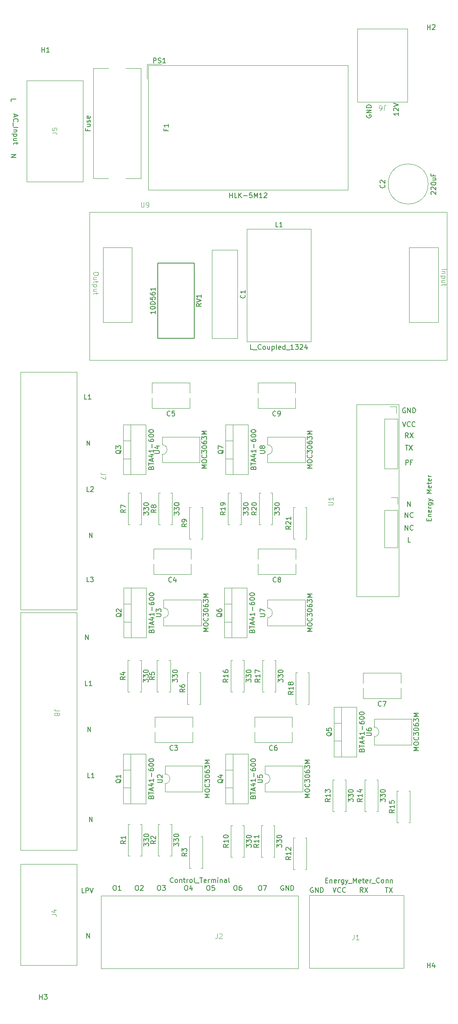
<source format=gbr>
%TF.GenerationSoftware,KiCad,Pcbnew,9.0.1*%
%TF.CreationDate,2025-08-23T12:55:39+03:00*%
%TF.ProjectId,smart meter,736d6172-7420-46d6-9574-65722e6b6963,rev?*%
%TF.SameCoordinates,Original*%
%TF.FileFunction,Legend,Top*%
%TF.FilePolarity,Positive*%
%FSLAX46Y46*%
G04 Gerber Fmt 4.6, Leading zero omitted, Abs format (unit mm)*
G04 Created by KiCad (PCBNEW 9.0.1) date 2025-08-23 12:55:39*
%MOMM*%
%LPD*%
G01*
G04 APERTURE LIST*
%ADD10C,0.150000*%
%ADD11C,0.100000*%
%ADD12C,0.120000*%
G04 APERTURE END LIST*
D10*
X231516541Y-129778238D02*
X231421303Y-129730619D01*
X231421303Y-129730619D02*
X231278446Y-129730619D01*
X231278446Y-129730619D02*
X231135589Y-129778238D01*
X231135589Y-129778238D02*
X231040351Y-129873476D01*
X231040351Y-129873476D02*
X230992732Y-129968714D01*
X230992732Y-129968714D02*
X230945113Y-130159190D01*
X230945113Y-130159190D02*
X230945113Y-130302047D01*
X230945113Y-130302047D02*
X230992732Y-130492523D01*
X230992732Y-130492523D02*
X231040351Y-130587761D01*
X231040351Y-130587761D02*
X231135589Y-130683000D01*
X231135589Y-130683000D02*
X231278446Y-130730619D01*
X231278446Y-130730619D02*
X231373684Y-130730619D01*
X231373684Y-130730619D02*
X231516541Y-130683000D01*
X231516541Y-130683000D02*
X231564160Y-130635380D01*
X231564160Y-130635380D02*
X231564160Y-130302047D01*
X231564160Y-130302047D02*
X231373684Y-130302047D01*
X231992732Y-130730619D02*
X231992732Y-129730619D01*
X231992732Y-129730619D02*
X232564160Y-130730619D01*
X232564160Y-130730619D02*
X232564160Y-129730619D01*
X233040351Y-130730619D02*
X233040351Y-129730619D01*
X233040351Y-129730619D02*
X233278446Y-129730619D01*
X233278446Y-129730619D02*
X233421303Y-129778238D01*
X233421303Y-129778238D02*
X233516541Y-129873476D01*
X233516541Y-129873476D02*
X233564160Y-129968714D01*
X233564160Y-129968714D02*
X233611779Y-130159190D01*
X233611779Y-130159190D02*
X233611779Y-130302047D01*
X233611779Y-130302047D02*
X233564160Y-130492523D01*
X233564160Y-130492523D02*
X233516541Y-130587761D01*
X233516541Y-130587761D02*
X233421303Y-130683000D01*
X233421303Y-130683000D02*
X233278446Y-130730619D01*
X233278446Y-130730619D02*
X233040351Y-130730619D01*
X232587969Y-157349819D02*
X232111779Y-157349819D01*
X232111779Y-157349819D02*
X232111779Y-156349819D01*
X166539169Y-205915819D02*
X166062979Y-205915819D01*
X166062979Y-205915819D02*
X166062979Y-204915819D01*
X167396312Y-205915819D02*
X166824884Y-205915819D01*
X167110598Y-205915819D02*
X167110598Y-204915819D01*
X167110598Y-204915819D02*
X167015360Y-205058676D01*
X167015360Y-205058676D02*
X166920122Y-205153914D01*
X166920122Y-205153914D02*
X166824884Y-205201533D01*
X227390268Y-228485819D02*
X227961696Y-228485819D01*
X227675982Y-229485819D02*
X227675982Y-228485819D01*
X228199792Y-228485819D02*
X228866458Y-229485819D01*
X228866458Y-228485819D02*
X228199792Y-229485819D01*
X165354169Y-229587419D02*
X164877979Y-229587419D01*
X164877979Y-229587419D02*
X164877979Y-228587419D01*
X165687503Y-229587419D02*
X165687503Y-228587419D01*
X165687503Y-228587419D02*
X166068455Y-228587419D01*
X166068455Y-228587419D02*
X166163693Y-228635038D01*
X166163693Y-228635038D02*
X166211312Y-228682657D01*
X166211312Y-228682657D02*
X166258931Y-228777895D01*
X166258931Y-228777895D02*
X166258931Y-228920752D01*
X166258931Y-228920752D02*
X166211312Y-229015990D01*
X166211312Y-229015990D02*
X166163693Y-229063609D01*
X166163693Y-229063609D02*
X166068455Y-229111228D01*
X166068455Y-229111228D02*
X165687503Y-229111228D01*
X166544646Y-228587419D02*
X166877979Y-229587419D01*
X166877979Y-229587419D02*
X167211312Y-228587419D01*
X231492732Y-154886019D02*
X231492732Y-153886019D01*
X231492732Y-153886019D02*
X232064160Y-154886019D01*
X232064160Y-154886019D02*
X232064160Y-153886019D01*
X233111779Y-154790780D02*
X233064160Y-154838400D01*
X233064160Y-154838400D02*
X232921303Y-154886019D01*
X232921303Y-154886019D02*
X232826065Y-154886019D01*
X232826065Y-154886019D02*
X232683208Y-154838400D01*
X232683208Y-154838400D02*
X232587970Y-154743161D01*
X232587970Y-154743161D02*
X232540351Y-154647923D01*
X232540351Y-154647923D02*
X232492732Y-154457447D01*
X232492732Y-154457447D02*
X232492732Y-154314590D01*
X232492732Y-154314590D02*
X232540351Y-154124114D01*
X232540351Y-154124114D02*
X232587970Y-154028876D01*
X232587970Y-154028876D02*
X232683208Y-153933638D01*
X232683208Y-153933638D02*
X232826065Y-153886019D01*
X232826065Y-153886019D02*
X232921303Y-153886019D01*
X232921303Y-153886019D02*
X233064160Y-153933638D01*
X233064160Y-153933638D02*
X233111779Y-153981257D01*
X166393979Y-156436219D02*
X166393979Y-155436219D01*
X166393979Y-155436219D02*
X166965407Y-156436219D01*
X166965407Y-156436219D02*
X166965407Y-155436219D01*
X165893979Y-137436219D02*
X165893979Y-136436219D01*
X165893979Y-136436219D02*
X166465407Y-137436219D01*
X166465407Y-137436219D02*
X166465407Y-136436219D01*
X196417355Y-228080819D02*
X196607831Y-228080819D01*
X196607831Y-228080819D02*
X196703069Y-228128438D01*
X196703069Y-228128438D02*
X196798307Y-228223676D01*
X196798307Y-228223676D02*
X196845926Y-228414152D01*
X196845926Y-228414152D02*
X196845926Y-228747485D01*
X196845926Y-228747485D02*
X196798307Y-228937961D01*
X196798307Y-228937961D02*
X196703069Y-229033200D01*
X196703069Y-229033200D02*
X196607831Y-229080819D01*
X196607831Y-229080819D02*
X196417355Y-229080819D01*
X196417355Y-229080819D02*
X196322117Y-229033200D01*
X196322117Y-229033200D02*
X196226879Y-228937961D01*
X196226879Y-228937961D02*
X196179260Y-228747485D01*
X196179260Y-228747485D02*
X196179260Y-228414152D01*
X196179260Y-228414152D02*
X196226879Y-228223676D01*
X196226879Y-228223676D02*
X196322117Y-228128438D01*
X196322117Y-228128438D02*
X196417355Y-228080819D01*
X197703069Y-228080819D02*
X197512593Y-228080819D01*
X197512593Y-228080819D02*
X197417355Y-228128438D01*
X197417355Y-228128438D02*
X197369736Y-228176057D01*
X197369736Y-228176057D02*
X197274498Y-228318914D01*
X197274498Y-228318914D02*
X197226879Y-228509390D01*
X197226879Y-228509390D02*
X197226879Y-228890342D01*
X197226879Y-228890342D02*
X197274498Y-228985580D01*
X197274498Y-228985580D02*
X197322117Y-229033200D01*
X197322117Y-229033200D02*
X197417355Y-229080819D01*
X197417355Y-229080819D02*
X197607831Y-229080819D01*
X197607831Y-229080819D02*
X197703069Y-229033200D01*
X197703069Y-229033200D02*
X197750688Y-228985580D01*
X197750688Y-228985580D02*
X197798307Y-228890342D01*
X197798307Y-228890342D02*
X197798307Y-228652247D01*
X197798307Y-228652247D02*
X197750688Y-228557009D01*
X197750688Y-228557009D02*
X197703069Y-228509390D01*
X197703069Y-228509390D02*
X197607831Y-228461771D01*
X197607831Y-228461771D02*
X197417355Y-228461771D01*
X197417355Y-228461771D02*
X197322117Y-228509390D01*
X197322117Y-228509390D02*
X197274498Y-228557009D01*
X197274498Y-228557009D02*
X197226879Y-228652247D01*
X150294980Y-77552779D02*
X151294980Y-77552779D01*
X151294980Y-77552779D02*
X150294980Y-78124207D01*
X150294980Y-78124207D02*
X151294980Y-78124207D01*
X166393522Y-214915819D02*
X166393522Y-213915819D01*
X166393522Y-213915819D02*
X166964950Y-214915819D01*
X166964950Y-214915819D02*
X166964950Y-213915819D01*
X171525355Y-228080819D02*
X171715831Y-228080819D01*
X171715831Y-228080819D02*
X171811069Y-228128438D01*
X171811069Y-228128438D02*
X171906307Y-228223676D01*
X171906307Y-228223676D02*
X171953926Y-228414152D01*
X171953926Y-228414152D02*
X171953926Y-228747485D01*
X171953926Y-228747485D02*
X171906307Y-228937961D01*
X171906307Y-228937961D02*
X171811069Y-229033200D01*
X171811069Y-229033200D02*
X171715831Y-229080819D01*
X171715831Y-229080819D02*
X171525355Y-229080819D01*
X171525355Y-229080819D02*
X171430117Y-229033200D01*
X171430117Y-229033200D02*
X171334879Y-228937961D01*
X171334879Y-228937961D02*
X171287260Y-228747485D01*
X171287260Y-228747485D02*
X171287260Y-228414152D01*
X171287260Y-228414152D02*
X171334879Y-228223676D01*
X171334879Y-228223676D02*
X171430117Y-228128438D01*
X171430117Y-228128438D02*
X171525355Y-228080819D01*
X172906307Y-229080819D02*
X172334879Y-229080819D01*
X172620593Y-229080819D02*
X172620593Y-228080819D01*
X172620593Y-228080819D02*
X172525355Y-228223676D01*
X172525355Y-228223676D02*
X172430117Y-228318914D01*
X172430117Y-228318914D02*
X172334879Y-228366533D01*
X231516541Y-137401419D02*
X232087969Y-137401419D01*
X231802255Y-138401419D02*
X231802255Y-137401419D01*
X232326065Y-137401419D02*
X232992731Y-138401419D01*
X232992731Y-137401419D02*
X232326065Y-138401419D01*
X212499601Y-228533438D02*
X212404363Y-228485819D01*
X212404363Y-228485819D02*
X212261506Y-228485819D01*
X212261506Y-228485819D02*
X212118649Y-228533438D01*
X212118649Y-228533438D02*
X212023411Y-228628676D01*
X212023411Y-228628676D02*
X211975792Y-228723914D01*
X211975792Y-228723914D02*
X211928173Y-228914390D01*
X211928173Y-228914390D02*
X211928173Y-229057247D01*
X211928173Y-229057247D02*
X211975792Y-229247723D01*
X211975792Y-229247723D02*
X212023411Y-229342961D01*
X212023411Y-229342961D02*
X212118649Y-229438200D01*
X212118649Y-229438200D02*
X212261506Y-229485819D01*
X212261506Y-229485819D02*
X212356744Y-229485819D01*
X212356744Y-229485819D02*
X212499601Y-229438200D01*
X212499601Y-229438200D02*
X212547220Y-229390580D01*
X212547220Y-229390580D02*
X212547220Y-229057247D01*
X212547220Y-229057247D02*
X212356744Y-229057247D01*
X212975792Y-229485819D02*
X212975792Y-228485819D01*
X212975792Y-228485819D02*
X213547220Y-229485819D01*
X213547220Y-229485819D02*
X213547220Y-228485819D01*
X214023411Y-229485819D02*
X214023411Y-228485819D01*
X214023411Y-228485819D02*
X214261506Y-228485819D01*
X214261506Y-228485819D02*
X214404363Y-228533438D01*
X214404363Y-228533438D02*
X214499601Y-228628676D01*
X214499601Y-228628676D02*
X214547220Y-228723914D01*
X214547220Y-228723914D02*
X214594839Y-228914390D01*
X214594839Y-228914390D02*
X214594839Y-229057247D01*
X214594839Y-229057247D02*
X214547220Y-229247723D01*
X214547220Y-229247723D02*
X214499601Y-229342961D01*
X214499601Y-229342961D02*
X214404363Y-229438200D01*
X214404363Y-229438200D02*
X214261506Y-229485819D01*
X214261506Y-229485819D02*
X214023411Y-229485819D01*
X232111779Y-135836019D02*
X231778446Y-135359828D01*
X231540351Y-135836019D02*
X231540351Y-134836019D01*
X231540351Y-134836019D02*
X231921303Y-134836019D01*
X231921303Y-134836019D02*
X232016541Y-134883638D01*
X232016541Y-134883638D02*
X232064160Y-134931257D01*
X232064160Y-134931257D02*
X232111779Y-135026495D01*
X232111779Y-135026495D02*
X232111779Y-135169352D01*
X232111779Y-135169352D02*
X232064160Y-135264590D01*
X232064160Y-135264590D02*
X232016541Y-135312209D01*
X232016541Y-135312209D02*
X231921303Y-135359828D01*
X231921303Y-135359828D02*
X231540351Y-135359828D01*
X232445113Y-134836019D02*
X233111779Y-135836019D01*
X233111779Y-134836019D02*
X232445113Y-135836019D01*
X166039169Y-186915819D02*
X165562979Y-186915819D01*
X165562979Y-186915819D02*
X165562979Y-185915819D01*
X166896312Y-186915819D02*
X166324884Y-186915819D01*
X166610598Y-186915819D02*
X166610598Y-185915819D01*
X166610598Y-185915819D02*
X166515360Y-186058676D01*
X166515360Y-186058676D02*
X166420122Y-186153914D01*
X166420122Y-186153914D02*
X166324884Y-186201533D01*
X176097355Y-228080819D02*
X176287831Y-228080819D01*
X176287831Y-228080819D02*
X176383069Y-228128438D01*
X176383069Y-228128438D02*
X176478307Y-228223676D01*
X176478307Y-228223676D02*
X176525926Y-228414152D01*
X176525926Y-228414152D02*
X176525926Y-228747485D01*
X176525926Y-228747485D02*
X176478307Y-228937961D01*
X176478307Y-228937961D02*
X176383069Y-229033200D01*
X176383069Y-229033200D02*
X176287831Y-229080819D01*
X176287831Y-229080819D02*
X176097355Y-229080819D01*
X176097355Y-229080819D02*
X176002117Y-229033200D01*
X176002117Y-229033200D02*
X175906879Y-228937961D01*
X175906879Y-228937961D02*
X175859260Y-228747485D01*
X175859260Y-228747485D02*
X175859260Y-228414152D01*
X175859260Y-228414152D02*
X175906879Y-228223676D01*
X175906879Y-228223676D02*
X176002117Y-228128438D01*
X176002117Y-228128438D02*
X176097355Y-228080819D01*
X176906879Y-228176057D02*
X176954498Y-228128438D01*
X176954498Y-228128438D02*
X177049736Y-228080819D01*
X177049736Y-228080819D02*
X177287831Y-228080819D01*
X177287831Y-228080819D02*
X177383069Y-228128438D01*
X177383069Y-228128438D02*
X177430688Y-228176057D01*
X177430688Y-228176057D02*
X177478307Y-228271295D01*
X177478307Y-228271295D02*
X177478307Y-228366533D01*
X177478307Y-228366533D02*
X177430688Y-228509390D01*
X177430688Y-228509390D02*
X176859260Y-229080819D01*
X176859260Y-229080819D02*
X177478307Y-229080819D01*
X166370169Y-165541819D02*
X165893979Y-165541819D01*
X165893979Y-165541819D02*
X165893979Y-164541819D01*
X166608265Y-164541819D02*
X167227312Y-164541819D01*
X167227312Y-164541819D02*
X166893979Y-164922771D01*
X166893979Y-164922771D02*
X167036836Y-164922771D01*
X167036836Y-164922771D02*
X167132074Y-164970390D01*
X167132074Y-164970390D02*
X167179693Y-165018009D01*
X167179693Y-165018009D02*
X167227312Y-165113247D01*
X167227312Y-165113247D02*
X167227312Y-165351342D01*
X167227312Y-165351342D02*
X167179693Y-165446580D01*
X167179693Y-165446580D02*
X167132074Y-165494200D01*
X167132074Y-165494200D02*
X167036836Y-165541819D01*
X167036836Y-165541819D02*
X166751122Y-165541819D01*
X166751122Y-165541819D02*
X166655884Y-165494200D01*
X166655884Y-165494200D02*
X166608265Y-165446580D01*
X180669355Y-228080819D02*
X180859831Y-228080819D01*
X180859831Y-228080819D02*
X180955069Y-228128438D01*
X180955069Y-228128438D02*
X181050307Y-228223676D01*
X181050307Y-228223676D02*
X181097926Y-228414152D01*
X181097926Y-228414152D02*
X181097926Y-228747485D01*
X181097926Y-228747485D02*
X181050307Y-228937961D01*
X181050307Y-228937961D02*
X180955069Y-229033200D01*
X180955069Y-229033200D02*
X180859831Y-229080819D01*
X180859831Y-229080819D02*
X180669355Y-229080819D01*
X180669355Y-229080819D02*
X180574117Y-229033200D01*
X180574117Y-229033200D02*
X180478879Y-228937961D01*
X180478879Y-228937961D02*
X180431260Y-228747485D01*
X180431260Y-228747485D02*
X180431260Y-228414152D01*
X180431260Y-228414152D02*
X180478879Y-228223676D01*
X180478879Y-228223676D02*
X180574117Y-228128438D01*
X180574117Y-228128438D02*
X180669355Y-228080819D01*
X181431260Y-228080819D02*
X182050307Y-228080819D01*
X182050307Y-228080819D02*
X181716974Y-228461771D01*
X181716974Y-228461771D02*
X181859831Y-228461771D01*
X181859831Y-228461771D02*
X181955069Y-228509390D01*
X181955069Y-228509390D02*
X182002688Y-228557009D01*
X182002688Y-228557009D02*
X182050307Y-228652247D01*
X182050307Y-228652247D02*
X182050307Y-228890342D01*
X182050307Y-228890342D02*
X182002688Y-228985580D01*
X182002688Y-228985580D02*
X181955069Y-229033200D01*
X181955069Y-229033200D02*
X181859831Y-229080819D01*
X181859831Y-229080819D02*
X181574117Y-229080819D01*
X181574117Y-229080819D02*
X181478879Y-229033200D01*
X181478879Y-229033200D02*
X181431260Y-228985580D01*
X206402688Y-228128438D02*
X206307450Y-228080819D01*
X206307450Y-228080819D02*
X206164593Y-228080819D01*
X206164593Y-228080819D02*
X206021736Y-228128438D01*
X206021736Y-228128438D02*
X205926498Y-228223676D01*
X205926498Y-228223676D02*
X205878879Y-228318914D01*
X205878879Y-228318914D02*
X205831260Y-228509390D01*
X205831260Y-228509390D02*
X205831260Y-228652247D01*
X205831260Y-228652247D02*
X205878879Y-228842723D01*
X205878879Y-228842723D02*
X205926498Y-228937961D01*
X205926498Y-228937961D02*
X206021736Y-229033200D01*
X206021736Y-229033200D02*
X206164593Y-229080819D01*
X206164593Y-229080819D02*
X206259831Y-229080819D01*
X206259831Y-229080819D02*
X206402688Y-229033200D01*
X206402688Y-229033200D02*
X206450307Y-228985580D01*
X206450307Y-228985580D02*
X206450307Y-228652247D01*
X206450307Y-228652247D02*
X206259831Y-228652247D01*
X206878879Y-229080819D02*
X206878879Y-228080819D01*
X206878879Y-228080819D02*
X207450307Y-229080819D01*
X207450307Y-229080819D02*
X207450307Y-228080819D01*
X207926498Y-229080819D02*
X207926498Y-228080819D01*
X207926498Y-228080819D02*
X208164593Y-228080819D01*
X208164593Y-228080819D02*
X208307450Y-228128438D01*
X208307450Y-228128438D02*
X208402688Y-228223676D01*
X208402688Y-228223676D02*
X208450307Y-228318914D01*
X208450307Y-228318914D02*
X208497926Y-228509390D01*
X208497926Y-228509390D02*
X208497926Y-228652247D01*
X208497926Y-228652247D02*
X208450307Y-228842723D01*
X208450307Y-228842723D02*
X208402688Y-228937961D01*
X208402688Y-228937961D02*
X208307450Y-229033200D01*
X208307450Y-229033200D02*
X208164593Y-229080819D01*
X208164593Y-229080819D02*
X207926498Y-229080819D01*
X190829355Y-228080819D02*
X191019831Y-228080819D01*
X191019831Y-228080819D02*
X191115069Y-228128438D01*
X191115069Y-228128438D02*
X191210307Y-228223676D01*
X191210307Y-228223676D02*
X191257926Y-228414152D01*
X191257926Y-228414152D02*
X191257926Y-228747485D01*
X191257926Y-228747485D02*
X191210307Y-228937961D01*
X191210307Y-228937961D02*
X191115069Y-229033200D01*
X191115069Y-229033200D02*
X191019831Y-229080819D01*
X191019831Y-229080819D02*
X190829355Y-229080819D01*
X190829355Y-229080819D02*
X190734117Y-229033200D01*
X190734117Y-229033200D02*
X190638879Y-228937961D01*
X190638879Y-228937961D02*
X190591260Y-228747485D01*
X190591260Y-228747485D02*
X190591260Y-228414152D01*
X190591260Y-228414152D02*
X190638879Y-228223676D01*
X190638879Y-228223676D02*
X190734117Y-228128438D01*
X190734117Y-228128438D02*
X190829355Y-228080819D01*
X192162688Y-228080819D02*
X191686498Y-228080819D01*
X191686498Y-228080819D02*
X191638879Y-228557009D01*
X191638879Y-228557009D02*
X191686498Y-228509390D01*
X191686498Y-228509390D02*
X191781736Y-228461771D01*
X191781736Y-228461771D02*
X192019831Y-228461771D01*
X192019831Y-228461771D02*
X192115069Y-228509390D01*
X192115069Y-228509390D02*
X192162688Y-228557009D01*
X192162688Y-228557009D02*
X192210307Y-228652247D01*
X192210307Y-228652247D02*
X192210307Y-228890342D01*
X192210307Y-228890342D02*
X192162688Y-228985580D01*
X192162688Y-228985580D02*
X192115069Y-229033200D01*
X192115069Y-229033200D02*
X192019831Y-229080819D01*
X192019831Y-229080819D02*
X191781736Y-229080819D01*
X191781736Y-229080819D02*
X191686498Y-229033200D01*
X191686498Y-229033200D02*
X191638879Y-228985580D01*
X231492732Y-152269819D02*
X231492732Y-151269819D01*
X231492732Y-151269819D02*
X232064160Y-152269819D01*
X232064160Y-152269819D02*
X232064160Y-151269819D01*
X233111779Y-152174580D02*
X233064160Y-152222200D01*
X233064160Y-152222200D02*
X232921303Y-152269819D01*
X232921303Y-152269819D02*
X232826065Y-152269819D01*
X232826065Y-152269819D02*
X232683208Y-152222200D01*
X232683208Y-152222200D02*
X232587970Y-152126961D01*
X232587970Y-152126961D02*
X232540351Y-152031723D01*
X232540351Y-152031723D02*
X232492732Y-151841247D01*
X232492732Y-151841247D02*
X232492732Y-151698390D01*
X232492732Y-151698390D02*
X232540351Y-151507914D01*
X232540351Y-151507914D02*
X232587970Y-151412676D01*
X232587970Y-151412676D02*
X232683208Y-151317438D01*
X232683208Y-151317438D02*
X232826065Y-151269819D01*
X232826065Y-151269819D02*
X232921303Y-151269819D01*
X232921303Y-151269819D02*
X233064160Y-151317438D01*
X233064160Y-151317438D02*
X233111779Y-151365057D01*
X231992732Y-150034619D02*
X231992732Y-149034619D01*
X231992732Y-149034619D02*
X232564160Y-150034619D01*
X232564160Y-150034619D02*
X232564160Y-149034619D01*
X166062979Y-196415819D02*
X166062979Y-195415819D01*
X166062979Y-195415819D02*
X166634407Y-196415819D01*
X166634407Y-196415819D02*
X166634407Y-195415819D01*
X230094169Y-68889411D02*
X230094169Y-69460839D01*
X230094169Y-69175125D02*
X229094169Y-69175125D01*
X229094169Y-69175125D02*
X229237026Y-69270363D01*
X229237026Y-69270363D02*
X229332264Y-69365601D01*
X229332264Y-69365601D02*
X229379883Y-69460839D01*
X229189407Y-68508458D02*
X229141788Y-68460839D01*
X229141788Y-68460839D02*
X229094169Y-68365601D01*
X229094169Y-68365601D02*
X229094169Y-68127506D01*
X229094169Y-68127506D02*
X229141788Y-68032268D01*
X229141788Y-68032268D02*
X229189407Y-67984649D01*
X229189407Y-67984649D02*
X229284645Y-67937030D01*
X229284645Y-67937030D02*
X229379883Y-67937030D01*
X229379883Y-67937030D02*
X229522740Y-67984649D01*
X229522740Y-67984649D02*
X230094169Y-68556077D01*
X230094169Y-68556077D02*
X230094169Y-67937030D01*
X229094169Y-67651315D02*
X230094169Y-67317982D01*
X230094169Y-67317982D02*
X229094169Y-66984649D01*
X166370169Y-146936219D02*
X165893979Y-146936219D01*
X165893979Y-146936219D02*
X165893979Y-145936219D01*
X166655884Y-146031457D02*
X166703503Y-145983838D01*
X166703503Y-145983838D02*
X166798741Y-145936219D01*
X166798741Y-145936219D02*
X167036836Y-145936219D01*
X167036836Y-145936219D02*
X167132074Y-145983838D01*
X167132074Y-145983838D02*
X167179693Y-146031457D01*
X167179693Y-146031457D02*
X167227312Y-146126695D01*
X167227312Y-146126695D02*
X167227312Y-146221933D01*
X167227312Y-146221933D02*
X167179693Y-146364790D01*
X167179693Y-146364790D02*
X166608265Y-146936219D01*
X166608265Y-146936219D02*
X167227312Y-146936219D01*
X223553788Y-69397411D02*
X223506169Y-69492649D01*
X223506169Y-69492649D02*
X223506169Y-69635506D01*
X223506169Y-69635506D02*
X223553788Y-69778363D01*
X223553788Y-69778363D02*
X223649026Y-69873601D01*
X223649026Y-69873601D02*
X223744264Y-69921220D01*
X223744264Y-69921220D02*
X223934740Y-69968839D01*
X223934740Y-69968839D02*
X224077597Y-69968839D01*
X224077597Y-69968839D02*
X224268073Y-69921220D01*
X224268073Y-69921220D02*
X224363311Y-69873601D01*
X224363311Y-69873601D02*
X224458550Y-69778363D01*
X224458550Y-69778363D02*
X224506169Y-69635506D01*
X224506169Y-69635506D02*
X224506169Y-69540268D01*
X224506169Y-69540268D02*
X224458550Y-69397411D01*
X224458550Y-69397411D02*
X224410930Y-69349792D01*
X224410930Y-69349792D02*
X224077597Y-69349792D01*
X224077597Y-69349792D02*
X224077597Y-69540268D01*
X224506169Y-68921220D02*
X223506169Y-68921220D01*
X223506169Y-68921220D02*
X224506169Y-68349792D01*
X224506169Y-68349792D02*
X223506169Y-68349792D01*
X224506169Y-67873601D02*
X223506169Y-67873601D01*
X223506169Y-67873601D02*
X223506169Y-67635506D01*
X223506169Y-67635506D02*
X223553788Y-67492649D01*
X223553788Y-67492649D02*
X223649026Y-67397411D01*
X223649026Y-67397411D02*
X223744264Y-67349792D01*
X223744264Y-67349792D02*
X223934740Y-67302173D01*
X223934740Y-67302173D02*
X224077597Y-67302173D01*
X224077597Y-67302173D02*
X224268073Y-67349792D01*
X224268073Y-67349792D02*
X224363311Y-67397411D01*
X224363311Y-67397411D02*
X224458550Y-67492649D01*
X224458550Y-67492649D02*
X224506169Y-67635506D01*
X224506169Y-67635506D02*
X224506169Y-67873601D01*
X201497355Y-228080819D02*
X201687831Y-228080819D01*
X201687831Y-228080819D02*
X201783069Y-228128438D01*
X201783069Y-228128438D02*
X201878307Y-228223676D01*
X201878307Y-228223676D02*
X201925926Y-228414152D01*
X201925926Y-228414152D02*
X201925926Y-228747485D01*
X201925926Y-228747485D02*
X201878307Y-228937961D01*
X201878307Y-228937961D02*
X201783069Y-229033200D01*
X201783069Y-229033200D02*
X201687831Y-229080819D01*
X201687831Y-229080819D02*
X201497355Y-229080819D01*
X201497355Y-229080819D02*
X201402117Y-229033200D01*
X201402117Y-229033200D02*
X201306879Y-228937961D01*
X201306879Y-228937961D02*
X201259260Y-228747485D01*
X201259260Y-228747485D02*
X201259260Y-228414152D01*
X201259260Y-228414152D02*
X201306879Y-228223676D01*
X201306879Y-228223676D02*
X201402117Y-228128438D01*
X201402117Y-228128438D02*
X201497355Y-228080819D01*
X202259260Y-228080819D02*
X202925926Y-228080819D01*
X202925926Y-228080819D02*
X202497355Y-229080819D01*
X231587970Y-141424019D02*
X231587970Y-140424019D01*
X231587970Y-140424019D02*
X231968922Y-140424019D01*
X231968922Y-140424019D02*
X232064160Y-140471638D01*
X232064160Y-140471638D02*
X232111779Y-140519257D01*
X232111779Y-140519257D02*
X232159398Y-140614495D01*
X232159398Y-140614495D02*
X232159398Y-140757352D01*
X232159398Y-140757352D02*
X232111779Y-140852590D01*
X232111779Y-140852590D02*
X232064160Y-140900209D01*
X232064160Y-140900209D02*
X231968922Y-140947828D01*
X231968922Y-140947828D02*
X231587970Y-140947828D01*
X232921303Y-140900209D02*
X232587970Y-140900209D01*
X232587970Y-141424019D02*
X232587970Y-140424019D01*
X232587970Y-140424019D02*
X233064160Y-140424019D01*
X165870169Y-127936219D02*
X165393979Y-127936219D01*
X165393979Y-127936219D02*
X165393979Y-126936219D01*
X166727312Y-127936219D02*
X166155884Y-127936219D01*
X166441598Y-127936219D02*
X166441598Y-126936219D01*
X166441598Y-126936219D02*
X166346360Y-127079076D01*
X166346360Y-127079076D02*
X166251122Y-127174314D01*
X166251122Y-127174314D02*
X166155884Y-127221933D01*
X150294980Y-66598969D02*
X150294980Y-66122779D01*
X150294980Y-66122779D02*
X151294980Y-66122779D01*
X236381400Y-152977620D02*
X236381400Y-152644287D01*
X236905210Y-152501430D02*
X236905210Y-152977620D01*
X236905210Y-152977620D02*
X235905210Y-152977620D01*
X235905210Y-152977620D02*
X235905210Y-152501430D01*
X236238543Y-152072858D02*
X236905210Y-152072858D01*
X236333781Y-152072858D02*
X236286162Y-152025239D01*
X236286162Y-152025239D02*
X236238543Y-151930001D01*
X236238543Y-151930001D02*
X236238543Y-151787144D01*
X236238543Y-151787144D02*
X236286162Y-151691906D01*
X236286162Y-151691906D02*
X236381400Y-151644287D01*
X236381400Y-151644287D02*
X236905210Y-151644287D01*
X236857591Y-150787144D02*
X236905210Y-150882382D01*
X236905210Y-150882382D02*
X236905210Y-151072858D01*
X236905210Y-151072858D02*
X236857591Y-151168096D01*
X236857591Y-151168096D02*
X236762352Y-151215715D01*
X236762352Y-151215715D02*
X236381400Y-151215715D01*
X236381400Y-151215715D02*
X236286162Y-151168096D01*
X236286162Y-151168096D02*
X236238543Y-151072858D01*
X236238543Y-151072858D02*
X236238543Y-150882382D01*
X236238543Y-150882382D02*
X236286162Y-150787144D01*
X236286162Y-150787144D02*
X236381400Y-150739525D01*
X236381400Y-150739525D02*
X236476638Y-150739525D01*
X236476638Y-150739525D02*
X236571876Y-151215715D01*
X236905210Y-150310953D02*
X236238543Y-150310953D01*
X236429019Y-150310953D02*
X236333781Y-150263334D01*
X236333781Y-150263334D02*
X236286162Y-150215715D01*
X236286162Y-150215715D02*
X236238543Y-150120477D01*
X236238543Y-150120477D02*
X236238543Y-150025239D01*
X236238543Y-149263334D02*
X237048067Y-149263334D01*
X237048067Y-149263334D02*
X237143305Y-149310953D01*
X237143305Y-149310953D02*
X237190924Y-149358572D01*
X237190924Y-149358572D02*
X237238543Y-149453810D01*
X237238543Y-149453810D02*
X237238543Y-149596667D01*
X237238543Y-149596667D02*
X237190924Y-149691905D01*
X236857591Y-149263334D02*
X236905210Y-149358572D01*
X236905210Y-149358572D02*
X236905210Y-149549048D01*
X236905210Y-149549048D02*
X236857591Y-149644286D01*
X236857591Y-149644286D02*
X236809971Y-149691905D01*
X236809971Y-149691905D02*
X236714733Y-149739524D01*
X236714733Y-149739524D02*
X236429019Y-149739524D01*
X236429019Y-149739524D02*
X236333781Y-149691905D01*
X236333781Y-149691905D02*
X236286162Y-149644286D01*
X236286162Y-149644286D02*
X236238543Y-149549048D01*
X236238543Y-149549048D02*
X236238543Y-149358572D01*
X236238543Y-149358572D02*
X236286162Y-149263334D01*
X236238543Y-148882381D02*
X236905210Y-148644286D01*
X236238543Y-148406191D02*
X236905210Y-148644286D01*
X236905210Y-148644286D02*
X237143305Y-148739524D01*
X237143305Y-148739524D02*
X237190924Y-148787143D01*
X237190924Y-148787143D02*
X237238543Y-148882381D01*
X236905210Y-147263333D02*
X235905210Y-147263333D01*
X235905210Y-147263333D02*
X236619495Y-146930000D01*
X236619495Y-146930000D02*
X235905210Y-146596667D01*
X235905210Y-146596667D02*
X236905210Y-146596667D01*
X236857591Y-145739524D02*
X236905210Y-145834762D01*
X236905210Y-145834762D02*
X236905210Y-146025238D01*
X236905210Y-146025238D02*
X236857591Y-146120476D01*
X236857591Y-146120476D02*
X236762352Y-146168095D01*
X236762352Y-146168095D02*
X236381400Y-146168095D01*
X236381400Y-146168095D02*
X236286162Y-146120476D01*
X236286162Y-146120476D02*
X236238543Y-146025238D01*
X236238543Y-146025238D02*
X236238543Y-145834762D01*
X236238543Y-145834762D02*
X236286162Y-145739524D01*
X236286162Y-145739524D02*
X236381400Y-145691905D01*
X236381400Y-145691905D02*
X236476638Y-145691905D01*
X236476638Y-145691905D02*
X236571876Y-146168095D01*
X236238543Y-145406190D02*
X236238543Y-145025238D01*
X235905210Y-145263333D02*
X236762352Y-145263333D01*
X236762352Y-145263333D02*
X236857591Y-145215714D01*
X236857591Y-145215714D02*
X236905210Y-145120476D01*
X236905210Y-145120476D02*
X236905210Y-145025238D01*
X236857591Y-144310952D02*
X236905210Y-144406190D01*
X236905210Y-144406190D02*
X236905210Y-144596666D01*
X236905210Y-144596666D02*
X236857591Y-144691904D01*
X236857591Y-144691904D02*
X236762352Y-144739523D01*
X236762352Y-144739523D02*
X236381400Y-144739523D01*
X236381400Y-144739523D02*
X236286162Y-144691904D01*
X236286162Y-144691904D02*
X236238543Y-144596666D01*
X236238543Y-144596666D02*
X236238543Y-144406190D01*
X236238543Y-144406190D02*
X236286162Y-144310952D01*
X236286162Y-144310952D02*
X236381400Y-144263333D01*
X236381400Y-144263333D02*
X236476638Y-144263333D01*
X236476638Y-144263333D02*
X236571876Y-144739523D01*
X236905210Y-143834761D02*
X236238543Y-143834761D01*
X236429019Y-143834761D02*
X236333781Y-143787142D01*
X236333781Y-143787142D02*
X236286162Y-143739523D01*
X236286162Y-143739523D02*
X236238543Y-143644285D01*
X236238543Y-143644285D02*
X236238543Y-143549047D01*
X165843179Y-238934619D02*
X165843179Y-237934619D01*
X165843179Y-237934619D02*
X166414607Y-238934619D01*
X166414607Y-238934619D02*
X166414607Y-237934619D01*
X222786458Y-229485819D02*
X222453125Y-229009628D01*
X222215030Y-229485819D02*
X222215030Y-228485819D01*
X222215030Y-228485819D02*
X222595982Y-228485819D01*
X222595982Y-228485819D02*
X222691220Y-228533438D01*
X222691220Y-228533438D02*
X222738839Y-228581057D01*
X222738839Y-228581057D02*
X222786458Y-228676295D01*
X222786458Y-228676295D02*
X222786458Y-228819152D01*
X222786458Y-228819152D02*
X222738839Y-228914390D01*
X222738839Y-228914390D02*
X222691220Y-228962009D01*
X222691220Y-228962009D02*
X222595982Y-229009628D01*
X222595982Y-229009628D02*
X222215030Y-229009628D01*
X223119792Y-228485819D02*
X223786458Y-229485819D01*
X223786458Y-228485819D02*
X223119792Y-229485819D01*
X230945113Y-132550019D02*
X231278446Y-133550019D01*
X231278446Y-133550019D02*
X231611779Y-132550019D01*
X232516541Y-133454780D02*
X232468922Y-133502400D01*
X232468922Y-133502400D02*
X232326065Y-133550019D01*
X232326065Y-133550019D02*
X232230827Y-133550019D01*
X232230827Y-133550019D02*
X232087970Y-133502400D01*
X232087970Y-133502400D02*
X231992732Y-133407161D01*
X231992732Y-133407161D02*
X231945113Y-133311923D01*
X231945113Y-133311923D02*
X231897494Y-133121447D01*
X231897494Y-133121447D02*
X231897494Y-132978590D01*
X231897494Y-132978590D02*
X231945113Y-132788114D01*
X231945113Y-132788114D02*
X231992732Y-132692876D01*
X231992732Y-132692876D02*
X232087970Y-132597638D01*
X232087970Y-132597638D02*
X232230827Y-132550019D01*
X232230827Y-132550019D02*
X232326065Y-132550019D01*
X232326065Y-132550019D02*
X232468922Y-132597638D01*
X232468922Y-132597638D02*
X232516541Y-132645257D01*
X233516541Y-133454780D02*
X233468922Y-133502400D01*
X233468922Y-133502400D02*
X233326065Y-133550019D01*
X233326065Y-133550019D02*
X233230827Y-133550019D01*
X233230827Y-133550019D02*
X233087970Y-133502400D01*
X233087970Y-133502400D02*
X232992732Y-133407161D01*
X232992732Y-133407161D02*
X232945113Y-133311923D01*
X232945113Y-133311923D02*
X232897494Y-133121447D01*
X232897494Y-133121447D02*
X232897494Y-132978590D01*
X232897494Y-132978590D02*
X232945113Y-132788114D01*
X232945113Y-132788114D02*
X232992732Y-132692876D01*
X232992732Y-132692876D02*
X233087970Y-132597638D01*
X233087970Y-132597638D02*
X233230827Y-132550019D01*
X233230827Y-132550019D02*
X233326065Y-132550019D01*
X233326065Y-132550019D02*
X233468922Y-132597638D01*
X233468922Y-132597638D02*
X233516541Y-132645257D01*
X165562979Y-177415819D02*
X165562979Y-176415819D01*
X165562979Y-176415819D02*
X166134407Y-177415819D01*
X166134407Y-177415819D02*
X166134407Y-176415819D01*
X186257355Y-228080819D02*
X186447831Y-228080819D01*
X186447831Y-228080819D02*
X186543069Y-228128438D01*
X186543069Y-228128438D02*
X186638307Y-228223676D01*
X186638307Y-228223676D02*
X186685926Y-228414152D01*
X186685926Y-228414152D02*
X186685926Y-228747485D01*
X186685926Y-228747485D02*
X186638307Y-228937961D01*
X186638307Y-228937961D02*
X186543069Y-229033200D01*
X186543069Y-229033200D02*
X186447831Y-229080819D01*
X186447831Y-229080819D02*
X186257355Y-229080819D01*
X186257355Y-229080819D02*
X186162117Y-229033200D01*
X186162117Y-229033200D02*
X186066879Y-228937961D01*
X186066879Y-228937961D02*
X186019260Y-228747485D01*
X186019260Y-228747485D02*
X186019260Y-228414152D01*
X186019260Y-228414152D02*
X186066879Y-228223676D01*
X186066879Y-228223676D02*
X186162117Y-228128438D01*
X186162117Y-228128438D02*
X186257355Y-228080819D01*
X187543069Y-228414152D02*
X187543069Y-229080819D01*
X187304974Y-228033200D02*
X187066879Y-228747485D01*
X187066879Y-228747485D02*
X187685926Y-228747485D01*
X216595411Y-228485819D02*
X216928744Y-229485819D01*
X216928744Y-229485819D02*
X217262077Y-228485819D01*
X218166839Y-229390580D02*
X218119220Y-229438200D01*
X218119220Y-229438200D02*
X217976363Y-229485819D01*
X217976363Y-229485819D02*
X217881125Y-229485819D01*
X217881125Y-229485819D02*
X217738268Y-229438200D01*
X217738268Y-229438200D02*
X217643030Y-229342961D01*
X217643030Y-229342961D02*
X217595411Y-229247723D01*
X217595411Y-229247723D02*
X217547792Y-229057247D01*
X217547792Y-229057247D02*
X217547792Y-228914390D01*
X217547792Y-228914390D02*
X217595411Y-228723914D01*
X217595411Y-228723914D02*
X217643030Y-228628676D01*
X217643030Y-228628676D02*
X217738268Y-228533438D01*
X217738268Y-228533438D02*
X217881125Y-228485819D01*
X217881125Y-228485819D02*
X217976363Y-228485819D01*
X217976363Y-228485819D02*
X218119220Y-228533438D01*
X218119220Y-228533438D02*
X218166839Y-228581057D01*
X219166839Y-229390580D02*
X219119220Y-229438200D01*
X219119220Y-229438200D02*
X218976363Y-229485819D01*
X218976363Y-229485819D02*
X218881125Y-229485819D01*
X218881125Y-229485819D02*
X218738268Y-229438200D01*
X218738268Y-229438200D02*
X218643030Y-229342961D01*
X218643030Y-229342961D02*
X218595411Y-229247723D01*
X218595411Y-229247723D02*
X218547792Y-229057247D01*
X218547792Y-229057247D02*
X218547792Y-228914390D01*
X218547792Y-228914390D02*
X218595411Y-228723914D01*
X218595411Y-228723914D02*
X218643030Y-228628676D01*
X218643030Y-228628676D02*
X218738268Y-228533438D01*
X218738268Y-228533438D02*
X218881125Y-228485819D01*
X218881125Y-228485819D02*
X218976363Y-228485819D01*
X218976363Y-228485819D02*
X219119220Y-228533438D01*
X219119220Y-228533438D02*
X219166839Y-228581057D01*
X189449819Y-108224238D02*
X188973628Y-108557571D01*
X189449819Y-108795666D02*
X188449819Y-108795666D01*
X188449819Y-108795666D02*
X188449819Y-108414714D01*
X188449819Y-108414714D02*
X188497438Y-108319476D01*
X188497438Y-108319476D02*
X188545057Y-108271857D01*
X188545057Y-108271857D02*
X188640295Y-108224238D01*
X188640295Y-108224238D02*
X188783152Y-108224238D01*
X188783152Y-108224238D02*
X188878390Y-108271857D01*
X188878390Y-108271857D02*
X188926009Y-108319476D01*
X188926009Y-108319476D02*
X188973628Y-108414714D01*
X188973628Y-108414714D02*
X188973628Y-108795666D01*
X188449819Y-107938523D02*
X189449819Y-107605190D01*
X189449819Y-107605190D02*
X188449819Y-107271857D01*
X189449819Y-106414714D02*
X189449819Y-106986142D01*
X189449819Y-106700428D02*
X188449819Y-106700428D01*
X188449819Y-106700428D02*
X188592676Y-106795666D01*
X188592676Y-106795666D02*
X188687914Y-106890904D01*
X188687914Y-106890904D02*
X188735533Y-106986142D01*
X179949819Y-109748047D02*
X179949819Y-110319475D01*
X179949819Y-110033761D02*
X178949819Y-110033761D01*
X178949819Y-110033761D02*
X179092676Y-110128999D01*
X179092676Y-110128999D02*
X179187914Y-110224237D01*
X179187914Y-110224237D02*
X179235533Y-110319475D01*
X178949819Y-109128999D02*
X178949819Y-109033761D01*
X178949819Y-109033761D02*
X178997438Y-108938523D01*
X178997438Y-108938523D02*
X179045057Y-108890904D01*
X179045057Y-108890904D02*
X179140295Y-108843285D01*
X179140295Y-108843285D02*
X179330771Y-108795666D01*
X179330771Y-108795666D02*
X179568866Y-108795666D01*
X179568866Y-108795666D02*
X179759342Y-108843285D01*
X179759342Y-108843285D02*
X179854580Y-108890904D01*
X179854580Y-108890904D02*
X179902200Y-108938523D01*
X179902200Y-108938523D02*
X179949819Y-109033761D01*
X179949819Y-109033761D02*
X179949819Y-109128999D01*
X179949819Y-109128999D02*
X179902200Y-109224237D01*
X179902200Y-109224237D02*
X179854580Y-109271856D01*
X179854580Y-109271856D02*
X179759342Y-109319475D01*
X179759342Y-109319475D02*
X179568866Y-109367094D01*
X179568866Y-109367094D02*
X179330771Y-109367094D01*
X179330771Y-109367094D02*
X179140295Y-109319475D01*
X179140295Y-109319475D02*
X179045057Y-109271856D01*
X179045057Y-109271856D02*
X178997438Y-109224237D01*
X178997438Y-109224237D02*
X178949819Y-109128999D01*
X179949819Y-108367094D02*
X178949819Y-108367094D01*
X178949819Y-108367094D02*
X178949819Y-108128999D01*
X178949819Y-108128999D02*
X178997438Y-107986142D01*
X178997438Y-107986142D02*
X179092676Y-107890904D01*
X179092676Y-107890904D02*
X179187914Y-107843285D01*
X179187914Y-107843285D02*
X179378390Y-107795666D01*
X179378390Y-107795666D02*
X179521247Y-107795666D01*
X179521247Y-107795666D02*
X179711723Y-107843285D01*
X179711723Y-107843285D02*
X179806961Y-107890904D01*
X179806961Y-107890904D02*
X179902200Y-107986142D01*
X179902200Y-107986142D02*
X179949819Y-108128999D01*
X179949819Y-108128999D02*
X179949819Y-108367094D01*
X178949819Y-106890904D02*
X178949819Y-107367094D01*
X178949819Y-107367094D02*
X179426009Y-107414713D01*
X179426009Y-107414713D02*
X179378390Y-107367094D01*
X179378390Y-107367094D02*
X179330771Y-107271856D01*
X179330771Y-107271856D02*
X179330771Y-107033761D01*
X179330771Y-107033761D02*
X179378390Y-106938523D01*
X179378390Y-106938523D02*
X179426009Y-106890904D01*
X179426009Y-106890904D02*
X179521247Y-106843285D01*
X179521247Y-106843285D02*
X179759342Y-106843285D01*
X179759342Y-106843285D02*
X179854580Y-106890904D01*
X179854580Y-106890904D02*
X179902200Y-106938523D01*
X179902200Y-106938523D02*
X179949819Y-107033761D01*
X179949819Y-107033761D02*
X179949819Y-107271856D01*
X179949819Y-107271856D02*
X179902200Y-107367094D01*
X179902200Y-107367094D02*
X179854580Y-107414713D01*
X178949819Y-105986142D02*
X178949819Y-106176618D01*
X178949819Y-106176618D02*
X178997438Y-106271856D01*
X178997438Y-106271856D02*
X179045057Y-106319475D01*
X179045057Y-106319475D02*
X179187914Y-106414713D01*
X179187914Y-106414713D02*
X179378390Y-106462332D01*
X179378390Y-106462332D02*
X179759342Y-106462332D01*
X179759342Y-106462332D02*
X179854580Y-106414713D01*
X179854580Y-106414713D02*
X179902200Y-106367094D01*
X179902200Y-106367094D02*
X179949819Y-106271856D01*
X179949819Y-106271856D02*
X179949819Y-106081380D01*
X179949819Y-106081380D02*
X179902200Y-105986142D01*
X179902200Y-105986142D02*
X179854580Y-105938523D01*
X179854580Y-105938523D02*
X179759342Y-105890904D01*
X179759342Y-105890904D02*
X179521247Y-105890904D01*
X179521247Y-105890904D02*
X179426009Y-105938523D01*
X179426009Y-105938523D02*
X179378390Y-105986142D01*
X179378390Y-105986142D02*
X179330771Y-106081380D01*
X179330771Y-106081380D02*
X179330771Y-106271856D01*
X179330771Y-106271856D02*
X179378390Y-106367094D01*
X179378390Y-106367094D02*
X179426009Y-106414713D01*
X179426009Y-106414713D02*
X179521247Y-106462332D01*
X179949819Y-104938523D02*
X179949819Y-105509951D01*
X179949819Y-105224237D02*
X178949819Y-105224237D01*
X178949819Y-105224237D02*
X179092676Y-105319475D01*
X179092676Y-105319475D02*
X179187914Y-105414713D01*
X179187914Y-105414713D02*
X179235533Y-105509951D01*
X204883133Y-165486180D02*
X204835514Y-165533800D01*
X204835514Y-165533800D02*
X204692657Y-165581419D01*
X204692657Y-165581419D02*
X204597419Y-165581419D01*
X204597419Y-165581419D02*
X204454562Y-165533800D01*
X204454562Y-165533800D02*
X204359324Y-165438561D01*
X204359324Y-165438561D02*
X204311705Y-165343323D01*
X204311705Y-165343323D02*
X204264086Y-165152847D01*
X204264086Y-165152847D02*
X204264086Y-165009990D01*
X204264086Y-165009990D02*
X204311705Y-164819514D01*
X204311705Y-164819514D02*
X204359324Y-164724276D01*
X204359324Y-164724276D02*
X204454562Y-164629038D01*
X204454562Y-164629038D02*
X204597419Y-164581419D01*
X204597419Y-164581419D02*
X204692657Y-164581419D01*
X204692657Y-164581419D02*
X204835514Y-164629038D01*
X204835514Y-164629038D02*
X204883133Y-164676657D01*
X205454562Y-165009990D02*
X205359324Y-164962371D01*
X205359324Y-164962371D02*
X205311705Y-164914752D01*
X205311705Y-164914752D02*
X205264086Y-164819514D01*
X205264086Y-164819514D02*
X205264086Y-164771895D01*
X205264086Y-164771895D02*
X205311705Y-164676657D01*
X205311705Y-164676657D02*
X205359324Y-164629038D01*
X205359324Y-164629038D02*
X205454562Y-164581419D01*
X205454562Y-164581419D02*
X205645038Y-164581419D01*
X205645038Y-164581419D02*
X205740276Y-164629038D01*
X205740276Y-164629038D02*
X205787895Y-164676657D01*
X205787895Y-164676657D02*
X205835514Y-164771895D01*
X205835514Y-164771895D02*
X205835514Y-164819514D01*
X205835514Y-164819514D02*
X205787895Y-164914752D01*
X205787895Y-164914752D02*
X205740276Y-164962371D01*
X205740276Y-164962371D02*
X205645038Y-165009990D01*
X205645038Y-165009990D02*
X205454562Y-165009990D01*
X205454562Y-165009990D02*
X205359324Y-165057609D01*
X205359324Y-165057609D02*
X205311705Y-165105228D01*
X205311705Y-165105228D02*
X205264086Y-165200466D01*
X205264086Y-165200466D02*
X205264086Y-165390942D01*
X205264086Y-165390942D02*
X205311705Y-165486180D01*
X205311705Y-165486180D02*
X205359324Y-165533800D01*
X205359324Y-165533800D02*
X205454562Y-165581419D01*
X205454562Y-165581419D02*
X205645038Y-165581419D01*
X205645038Y-165581419D02*
X205740276Y-165533800D01*
X205740276Y-165533800D02*
X205787895Y-165486180D01*
X205787895Y-165486180D02*
X205835514Y-165390942D01*
X205835514Y-165390942D02*
X205835514Y-165200466D01*
X205835514Y-165200466D02*
X205787895Y-165105228D01*
X205787895Y-165105228D02*
X205740276Y-165057609D01*
X205740276Y-165057609D02*
X205645038Y-165009990D01*
X179608414Y-58635119D02*
X179608414Y-57635119D01*
X179608414Y-57635119D02*
X179989366Y-57635119D01*
X179989366Y-57635119D02*
X180084604Y-57682738D01*
X180084604Y-57682738D02*
X180132223Y-57730357D01*
X180132223Y-57730357D02*
X180179842Y-57825595D01*
X180179842Y-57825595D02*
X180179842Y-57968452D01*
X180179842Y-57968452D02*
X180132223Y-58063690D01*
X180132223Y-58063690D02*
X180084604Y-58111309D01*
X180084604Y-58111309D02*
X179989366Y-58158928D01*
X179989366Y-58158928D02*
X179608414Y-58158928D01*
X180560795Y-58587500D02*
X180703652Y-58635119D01*
X180703652Y-58635119D02*
X180941747Y-58635119D01*
X180941747Y-58635119D02*
X181036985Y-58587500D01*
X181036985Y-58587500D02*
X181084604Y-58539880D01*
X181084604Y-58539880D02*
X181132223Y-58444642D01*
X181132223Y-58444642D02*
X181132223Y-58349404D01*
X181132223Y-58349404D02*
X181084604Y-58254166D01*
X181084604Y-58254166D02*
X181036985Y-58206547D01*
X181036985Y-58206547D02*
X180941747Y-58158928D01*
X180941747Y-58158928D02*
X180751271Y-58111309D01*
X180751271Y-58111309D02*
X180656033Y-58063690D01*
X180656033Y-58063690D02*
X180608414Y-58016071D01*
X180608414Y-58016071D02*
X180560795Y-57920833D01*
X180560795Y-57920833D02*
X180560795Y-57825595D01*
X180560795Y-57825595D02*
X180608414Y-57730357D01*
X180608414Y-57730357D02*
X180656033Y-57682738D01*
X180656033Y-57682738D02*
X180751271Y-57635119D01*
X180751271Y-57635119D02*
X180989366Y-57635119D01*
X180989366Y-57635119D02*
X181132223Y-57682738D01*
X182084604Y-58635119D02*
X181513176Y-58635119D01*
X181798890Y-58635119D02*
X181798890Y-57635119D01*
X181798890Y-57635119D02*
X181703652Y-57777976D01*
X181703652Y-57777976D02*
X181608414Y-57873214D01*
X181608414Y-57873214D02*
X181513176Y-57920833D01*
X195313176Y-86425119D02*
X195313176Y-85425119D01*
X195313176Y-85901309D02*
X195884604Y-85901309D01*
X195884604Y-86425119D02*
X195884604Y-85425119D01*
X196836985Y-86425119D02*
X196360795Y-86425119D01*
X196360795Y-86425119D02*
X196360795Y-85425119D01*
X197170319Y-86425119D02*
X197170319Y-85425119D01*
X197741747Y-86425119D02*
X197313176Y-85853690D01*
X197741747Y-85425119D02*
X197170319Y-85996547D01*
X198170319Y-86044166D02*
X198932224Y-86044166D01*
X199884604Y-85425119D02*
X199408414Y-85425119D01*
X199408414Y-85425119D02*
X199360795Y-85901309D01*
X199360795Y-85901309D02*
X199408414Y-85853690D01*
X199408414Y-85853690D02*
X199503652Y-85806071D01*
X199503652Y-85806071D02*
X199741747Y-85806071D01*
X199741747Y-85806071D02*
X199836985Y-85853690D01*
X199836985Y-85853690D02*
X199884604Y-85901309D01*
X199884604Y-85901309D02*
X199932223Y-85996547D01*
X199932223Y-85996547D02*
X199932223Y-86234642D01*
X199932223Y-86234642D02*
X199884604Y-86329880D01*
X199884604Y-86329880D02*
X199836985Y-86377500D01*
X199836985Y-86377500D02*
X199741747Y-86425119D01*
X199741747Y-86425119D02*
X199503652Y-86425119D01*
X199503652Y-86425119D02*
X199408414Y-86377500D01*
X199408414Y-86377500D02*
X199360795Y-86329880D01*
X200360795Y-86425119D02*
X200360795Y-85425119D01*
X200360795Y-85425119D02*
X200694128Y-86139404D01*
X200694128Y-86139404D02*
X201027461Y-85425119D01*
X201027461Y-85425119D02*
X201027461Y-86425119D01*
X202027461Y-86425119D02*
X201456033Y-86425119D01*
X201741747Y-86425119D02*
X201741747Y-85425119D01*
X201741747Y-85425119D02*
X201646509Y-85567976D01*
X201646509Y-85567976D02*
X201551271Y-85663214D01*
X201551271Y-85663214D02*
X201456033Y-85710833D01*
X202408414Y-85520357D02*
X202456033Y-85472738D01*
X202456033Y-85472738D02*
X202551271Y-85425119D01*
X202551271Y-85425119D02*
X202789366Y-85425119D01*
X202789366Y-85425119D02*
X202884604Y-85472738D01*
X202884604Y-85472738D02*
X202932223Y-85520357D01*
X202932223Y-85520357D02*
X202979842Y-85615595D01*
X202979842Y-85615595D02*
X202979842Y-85710833D01*
X202979842Y-85710833D02*
X202932223Y-85853690D01*
X202932223Y-85853690D02*
X202360795Y-86425119D01*
X202360795Y-86425119D02*
X202979842Y-86425119D01*
X236067695Y-245019219D02*
X236067695Y-244019219D01*
X236067695Y-244495409D02*
X236639123Y-244495409D01*
X236639123Y-245019219D02*
X236639123Y-244019219D01*
X237543885Y-244352552D02*
X237543885Y-245019219D01*
X237305790Y-243971600D02*
X237067695Y-244685885D01*
X237067695Y-244685885D02*
X237686742Y-244685885D01*
X201568819Y-172679504D02*
X202378342Y-172679504D01*
X202378342Y-172679504D02*
X202473580Y-172631885D01*
X202473580Y-172631885D02*
X202521200Y-172584266D01*
X202521200Y-172584266D02*
X202568819Y-172489028D01*
X202568819Y-172489028D02*
X202568819Y-172298552D01*
X202568819Y-172298552D02*
X202521200Y-172203314D01*
X202521200Y-172203314D02*
X202473580Y-172155695D01*
X202473580Y-172155695D02*
X202378342Y-172108076D01*
X202378342Y-172108076D02*
X201568819Y-172108076D01*
X201568819Y-171727123D02*
X201568819Y-171060457D01*
X201568819Y-171060457D02*
X202568819Y-171489028D01*
X212308819Y-175750932D02*
X211308819Y-175750932D01*
X211308819Y-175750932D02*
X212023104Y-175417599D01*
X212023104Y-175417599D02*
X211308819Y-175084266D01*
X211308819Y-175084266D02*
X212308819Y-175084266D01*
X211308819Y-174417599D02*
X211308819Y-174227123D01*
X211308819Y-174227123D02*
X211356438Y-174131885D01*
X211356438Y-174131885D02*
X211451676Y-174036647D01*
X211451676Y-174036647D02*
X211642152Y-173989028D01*
X211642152Y-173989028D02*
X211975485Y-173989028D01*
X211975485Y-173989028D02*
X212165961Y-174036647D01*
X212165961Y-174036647D02*
X212261200Y-174131885D01*
X212261200Y-174131885D02*
X212308819Y-174227123D01*
X212308819Y-174227123D02*
X212308819Y-174417599D01*
X212308819Y-174417599D02*
X212261200Y-174512837D01*
X212261200Y-174512837D02*
X212165961Y-174608075D01*
X212165961Y-174608075D02*
X211975485Y-174655694D01*
X211975485Y-174655694D02*
X211642152Y-174655694D01*
X211642152Y-174655694D02*
X211451676Y-174608075D01*
X211451676Y-174608075D02*
X211356438Y-174512837D01*
X211356438Y-174512837D02*
X211308819Y-174417599D01*
X212213580Y-172989028D02*
X212261200Y-173036647D01*
X212261200Y-173036647D02*
X212308819Y-173179504D01*
X212308819Y-173179504D02*
X212308819Y-173274742D01*
X212308819Y-173274742D02*
X212261200Y-173417599D01*
X212261200Y-173417599D02*
X212165961Y-173512837D01*
X212165961Y-173512837D02*
X212070723Y-173560456D01*
X212070723Y-173560456D02*
X211880247Y-173608075D01*
X211880247Y-173608075D02*
X211737390Y-173608075D01*
X211737390Y-173608075D02*
X211546914Y-173560456D01*
X211546914Y-173560456D02*
X211451676Y-173512837D01*
X211451676Y-173512837D02*
X211356438Y-173417599D01*
X211356438Y-173417599D02*
X211308819Y-173274742D01*
X211308819Y-173274742D02*
X211308819Y-173179504D01*
X211308819Y-173179504D02*
X211356438Y-173036647D01*
X211356438Y-173036647D02*
X211404057Y-172989028D01*
X211308819Y-172655694D02*
X211308819Y-172036647D01*
X211308819Y-172036647D02*
X211689771Y-172369980D01*
X211689771Y-172369980D02*
X211689771Y-172227123D01*
X211689771Y-172227123D02*
X211737390Y-172131885D01*
X211737390Y-172131885D02*
X211785009Y-172084266D01*
X211785009Y-172084266D02*
X211880247Y-172036647D01*
X211880247Y-172036647D02*
X212118342Y-172036647D01*
X212118342Y-172036647D02*
X212213580Y-172084266D01*
X212213580Y-172084266D02*
X212261200Y-172131885D01*
X212261200Y-172131885D02*
X212308819Y-172227123D01*
X212308819Y-172227123D02*
X212308819Y-172512837D01*
X212308819Y-172512837D02*
X212261200Y-172608075D01*
X212261200Y-172608075D02*
X212213580Y-172655694D01*
X211308819Y-171417599D02*
X211308819Y-171322361D01*
X211308819Y-171322361D02*
X211356438Y-171227123D01*
X211356438Y-171227123D02*
X211404057Y-171179504D01*
X211404057Y-171179504D02*
X211499295Y-171131885D01*
X211499295Y-171131885D02*
X211689771Y-171084266D01*
X211689771Y-171084266D02*
X211927866Y-171084266D01*
X211927866Y-171084266D02*
X212118342Y-171131885D01*
X212118342Y-171131885D02*
X212213580Y-171179504D01*
X212213580Y-171179504D02*
X212261200Y-171227123D01*
X212261200Y-171227123D02*
X212308819Y-171322361D01*
X212308819Y-171322361D02*
X212308819Y-171417599D01*
X212308819Y-171417599D02*
X212261200Y-171512837D01*
X212261200Y-171512837D02*
X212213580Y-171560456D01*
X212213580Y-171560456D02*
X212118342Y-171608075D01*
X212118342Y-171608075D02*
X211927866Y-171655694D01*
X211927866Y-171655694D02*
X211689771Y-171655694D01*
X211689771Y-171655694D02*
X211499295Y-171608075D01*
X211499295Y-171608075D02*
X211404057Y-171560456D01*
X211404057Y-171560456D02*
X211356438Y-171512837D01*
X211356438Y-171512837D02*
X211308819Y-171417599D01*
X211308819Y-170227123D02*
X211308819Y-170417599D01*
X211308819Y-170417599D02*
X211356438Y-170512837D01*
X211356438Y-170512837D02*
X211404057Y-170560456D01*
X211404057Y-170560456D02*
X211546914Y-170655694D01*
X211546914Y-170655694D02*
X211737390Y-170703313D01*
X211737390Y-170703313D02*
X212118342Y-170703313D01*
X212118342Y-170703313D02*
X212213580Y-170655694D01*
X212213580Y-170655694D02*
X212261200Y-170608075D01*
X212261200Y-170608075D02*
X212308819Y-170512837D01*
X212308819Y-170512837D02*
X212308819Y-170322361D01*
X212308819Y-170322361D02*
X212261200Y-170227123D01*
X212261200Y-170227123D02*
X212213580Y-170179504D01*
X212213580Y-170179504D02*
X212118342Y-170131885D01*
X212118342Y-170131885D02*
X211880247Y-170131885D01*
X211880247Y-170131885D02*
X211785009Y-170179504D01*
X211785009Y-170179504D02*
X211737390Y-170227123D01*
X211737390Y-170227123D02*
X211689771Y-170322361D01*
X211689771Y-170322361D02*
X211689771Y-170512837D01*
X211689771Y-170512837D02*
X211737390Y-170608075D01*
X211737390Y-170608075D02*
X211785009Y-170655694D01*
X211785009Y-170655694D02*
X211880247Y-170703313D01*
X211308819Y-169798551D02*
X211308819Y-169179504D01*
X211308819Y-169179504D02*
X211689771Y-169512837D01*
X211689771Y-169512837D02*
X211689771Y-169369980D01*
X211689771Y-169369980D02*
X211737390Y-169274742D01*
X211737390Y-169274742D02*
X211785009Y-169227123D01*
X211785009Y-169227123D02*
X211880247Y-169179504D01*
X211880247Y-169179504D02*
X212118342Y-169179504D01*
X212118342Y-169179504D02*
X212213580Y-169227123D01*
X212213580Y-169227123D02*
X212261200Y-169274742D01*
X212261200Y-169274742D02*
X212308819Y-169369980D01*
X212308819Y-169369980D02*
X212308819Y-169655694D01*
X212308819Y-169655694D02*
X212261200Y-169750932D01*
X212261200Y-169750932D02*
X212213580Y-169798551D01*
X212308819Y-168750932D02*
X211308819Y-168750932D01*
X211308819Y-168750932D02*
X212023104Y-168417599D01*
X212023104Y-168417599D02*
X211308819Y-168084266D01*
X211308819Y-168084266D02*
X212308819Y-168084266D01*
X204141433Y-200131780D02*
X204093814Y-200179400D01*
X204093814Y-200179400D02*
X203950957Y-200227019D01*
X203950957Y-200227019D02*
X203855719Y-200227019D01*
X203855719Y-200227019D02*
X203712862Y-200179400D01*
X203712862Y-200179400D02*
X203617624Y-200084161D01*
X203617624Y-200084161D02*
X203570005Y-199988923D01*
X203570005Y-199988923D02*
X203522386Y-199798447D01*
X203522386Y-199798447D02*
X203522386Y-199655590D01*
X203522386Y-199655590D02*
X203570005Y-199465114D01*
X203570005Y-199465114D02*
X203617624Y-199369876D01*
X203617624Y-199369876D02*
X203712862Y-199274638D01*
X203712862Y-199274638D02*
X203855719Y-199227019D01*
X203855719Y-199227019D02*
X203950957Y-199227019D01*
X203950957Y-199227019D02*
X204093814Y-199274638D01*
X204093814Y-199274638D02*
X204141433Y-199322257D01*
X204998576Y-199227019D02*
X204808100Y-199227019D01*
X204808100Y-199227019D02*
X204712862Y-199274638D01*
X204712862Y-199274638D02*
X204665243Y-199322257D01*
X204665243Y-199322257D02*
X204570005Y-199465114D01*
X204570005Y-199465114D02*
X204522386Y-199655590D01*
X204522386Y-199655590D02*
X204522386Y-200036542D01*
X204522386Y-200036542D02*
X204570005Y-200131780D01*
X204570005Y-200131780D02*
X204617624Y-200179400D01*
X204617624Y-200179400D02*
X204712862Y-200227019D01*
X204712862Y-200227019D02*
X204903338Y-200227019D01*
X204903338Y-200227019D02*
X204998576Y-200179400D01*
X204998576Y-200179400D02*
X205046195Y-200131780D01*
X205046195Y-200131780D02*
X205093814Y-200036542D01*
X205093814Y-200036542D02*
X205093814Y-199798447D01*
X205093814Y-199798447D02*
X205046195Y-199703209D01*
X205046195Y-199703209D02*
X204998576Y-199655590D01*
X204998576Y-199655590D02*
X204903338Y-199607971D01*
X204903338Y-199607971D02*
X204712862Y-199607971D01*
X204712862Y-199607971D02*
X204617624Y-199655590D01*
X204617624Y-199655590D02*
X204570005Y-199703209D01*
X204570005Y-199703209D02*
X204522386Y-199798447D01*
X173770719Y-185078666D02*
X173294528Y-185411999D01*
X173770719Y-185650094D02*
X172770719Y-185650094D01*
X172770719Y-185650094D02*
X172770719Y-185269142D01*
X172770719Y-185269142D02*
X172818338Y-185173904D01*
X172818338Y-185173904D02*
X172865957Y-185126285D01*
X172865957Y-185126285D02*
X172961195Y-185078666D01*
X172961195Y-185078666D02*
X173104052Y-185078666D01*
X173104052Y-185078666D02*
X173199290Y-185126285D01*
X173199290Y-185126285D02*
X173246909Y-185173904D01*
X173246909Y-185173904D02*
X173294528Y-185269142D01*
X173294528Y-185269142D02*
X173294528Y-185650094D01*
X173104052Y-184221523D02*
X173770719Y-184221523D01*
X172723100Y-184459618D02*
X173437385Y-184697713D01*
X173437385Y-184697713D02*
X173437385Y-184078666D01*
X177510719Y-186197713D02*
X177510719Y-185578666D01*
X177510719Y-185578666D02*
X177891671Y-185911999D01*
X177891671Y-185911999D02*
X177891671Y-185769142D01*
X177891671Y-185769142D02*
X177939290Y-185673904D01*
X177939290Y-185673904D02*
X177986909Y-185626285D01*
X177986909Y-185626285D02*
X178082147Y-185578666D01*
X178082147Y-185578666D02*
X178320242Y-185578666D01*
X178320242Y-185578666D02*
X178415480Y-185626285D01*
X178415480Y-185626285D02*
X178463100Y-185673904D01*
X178463100Y-185673904D02*
X178510719Y-185769142D01*
X178510719Y-185769142D02*
X178510719Y-186054856D01*
X178510719Y-186054856D02*
X178463100Y-186150094D01*
X178463100Y-186150094D02*
X178415480Y-186197713D01*
X177510719Y-185245332D02*
X177510719Y-184626285D01*
X177510719Y-184626285D02*
X177891671Y-184959618D01*
X177891671Y-184959618D02*
X177891671Y-184816761D01*
X177891671Y-184816761D02*
X177939290Y-184721523D01*
X177939290Y-184721523D02*
X177986909Y-184673904D01*
X177986909Y-184673904D02*
X178082147Y-184626285D01*
X178082147Y-184626285D02*
X178320242Y-184626285D01*
X178320242Y-184626285D02*
X178415480Y-184673904D01*
X178415480Y-184673904D02*
X178463100Y-184721523D01*
X178463100Y-184721523D02*
X178510719Y-184816761D01*
X178510719Y-184816761D02*
X178510719Y-185102475D01*
X178510719Y-185102475D02*
X178463100Y-185197713D01*
X178463100Y-185197713D02*
X178415480Y-185245332D01*
X177510719Y-184007237D02*
X177510719Y-183911999D01*
X177510719Y-183911999D02*
X177558338Y-183816761D01*
X177558338Y-183816761D02*
X177605957Y-183769142D01*
X177605957Y-183769142D02*
X177701195Y-183721523D01*
X177701195Y-183721523D02*
X177891671Y-183673904D01*
X177891671Y-183673904D02*
X178129766Y-183673904D01*
X178129766Y-183673904D02*
X178320242Y-183721523D01*
X178320242Y-183721523D02*
X178415480Y-183769142D01*
X178415480Y-183769142D02*
X178463100Y-183816761D01*
X178463100Y-183816761D02*
X178510719Y-183911999D01*
X178510719Y-183911999D02*
X178510719Y-184007237D01*
X178510719Y-184007237D02*
X178463100Y-184102475D01*
X178463100Y-184102475D02*
X178415480Y-184150094D01*
X178415480Y-184150094D02*
X178320242Y-184197713D01*
X178320242Y-184197713D02*
X178129766Y-184245332D01*
X178129766Y-184245332D02*
X177891671Y-184245332D01*
X177891671Y-184245332D02*
X177701195Y-184197713D01*
X177701195Y-184197713D02*
X177605957Y-184150094D01*
X177605957Y-184150094D02*
X177558338Y-184102475D01*
X177558338Y-184102475D02*
X177510719Y-184007237D01*
X194985019Y-185554857D02*
X194508828Y-185888190D01*
X194985019Y-186126285D02*
X193985019Y-186126285D01*
X193985019Y-186126285D02*
X193985019Y-185745333D01*
X193985019Y-185745333D02*
X194032638Y-185650095D01*
X194032638Y-185650095D02*
X194080257Y-185602476D01*
X194080257Y-185602476D02*
X194175495Y-185554857D01*
X194175495Y-185554857D02*
X194318352Y-185554857D01*
X194318352Y-185554857D02*
X194413590Y-185602476D01*
X194413590Y-185602476D02*
X194461209Y-185650095D01*
X194461209Y-185650095D02*
X194508828Y-185745333D01*
X194508828Y-185745333D02*
X194508828Y-186126285D01*
X194985019Y-184602476D02*
X194985019Y-185173904D01*
X194985019Y-184888190D02*
X193985019Y-184888190D01*
X193985019Y-184888190D02*
X194127876Y-184983428D01*
X194127876Y-184983428D02*
X194223114Y-185078666D01*
X194223114Y-185078666D02*
X194270733Y-185173904D01*
X193985019Y-183745333D02*
X193985019Y-183935809D01*
X193985019Y-183935809D02*
X194032638Y-184031047D01*
X194032638Y-184031047D02*
X194080257Y-184078666D01*
X194080257Y-184078666D02*
X194223114Y-184173904D01*
X194223114Y-184173904D02*
X194413590Y-184221523D01*
X194413590Y-184221523D02*
X194794542Y-184221523D01*
X194794542Y-184221523D02*
X194889780Y-184173904D01*
X194889780Y-184173904D02*
X194937400Y-184126285D01*
X194937400Y-184126285D02*
X194985019Y-184031047D01*
X194985019Y-184031047D02*
X194985019Y-183840571D01*
X194985019Y-183840571D02*
X194937400Y-183745333D01*
X194937400Y-183745333D02*
X194889780Y-183697714D01*
X194889780Y-183697714D02*
X194794542Y-183650095D01*
X194794542Y-183650095D02*
X194556447Y-183650095D01*
X194556447Y-183650095D02*
X194461209Y-183697714D01*
X194461209Y-183697714D02*
X194413590Y-183745333D01*
X194413590Y-183745333D02*
X194365971Y-183840571D01*
X194365971Y-183840571D02*
X194365971Y-184031047D01*
X194365971Y-184031047D02*
X194413590Y-184126285D01*
X194413590Y-184126285D02*
X194461209Y-184173904D01*
X194461209Y-184173904D02*
X194556447Y-184221523D01*
X198725019Y-186197713D02*
X198725019Y-185578666D01*
X198725019Y-185578666D02*
X199105971Y-185911999D01*
X199105971Y-185911999D02*
X199105971Y-185769142D01*
X199105971Y-185769142D02*
X199153590Y-185673904D01*
X199153590Y-185673904D02*
X199201209Y-185626285D01*
X199201209Y-185626285D02*
X199296447Y-185578666D01*
X199296447Y-185578666D02*
X199534542Y-185578666D01*
X199534542Y-185578666D02*
X199629780Y-185626285D01*
X199629780Y-185626285D02*
X199677400Y-185673904D01*
X199677400Y-185673904D02*
X199725019Y-185769142D01*
X199725019Y-185769142D02*
X199725019Y-186054856D01*
X199725019Y-186054856D02*
X199677400Y-186150094D01*
X199677400Y-186150094D02*
X199629780Y-186197713D01*
X198725019Y-185245332D02*
X198725019Y-184626285D01*
X198725019Y-184626285D02*
X199105971Y-184959618D01*
X199105971Y-184959618D02*
X199105971Y-184816761D01*
X199105971Y-184816761D02*
X199153590Y-184721523D01*
X199153590Y-184721523D02*
X199201209Y-184673904D01*
X199201209Y-184673904D02*
X199296447Y-184626285D01*
X199296447Y-184626285D02*
X199534542Y-184626285D01*
X199534542Y-184626285D02*
X199629780Y-184673904D01*
X199629780Y-184673904D02*
X199677400Y-184721523D01*
X199677400Y-184721523D02*
X199725019Y-184816761D01*
X199725019Y-184816761D02*
X199725019Y-185102475D01*
X199725019Y-185102475D02*
X199677400Y-185197713D01*
X199677400Y-185197713D02*
X199629780Y-185245332D01*
X198725019Y-184007237D02*
X198725019Y-183911999D01*
X198725019Y-183911999D02*
X198772638Y-183816761D01*
X198772638Y-183816761D02*
X198820257Y-183769142D01*
X198820257Y-183769142D02*
X198915495Y-183721523D01*
X198915495Y-183721523D02*
X199105971Y-183673904D01*
X199105971Y-183673904D02*
X199344066Y-183673904D01*
X199344066Y-183673904D02*
X199534542Y-183721523D01*
X199534542Y-183721523D02*
X199629780Y-183769142D01*
X199629780Y-183769142D02*
X199677400Y-183816761D01*
X199677400Y-183816761D02*
X199725019Y-183911999D01*
X199725019Y-183911999D02*
X199725019Y-184007237D01*
X199725019Y-184007237D02*
X199677400Y-184102475D01*
X199677400Y-184102475D02*
X199629780Y-184150094D01*
X199629780Y-184150094D02*
X199534542Y-184197713D01*
X199534542Y-184197713D02*
X199344066Y-184245332D01*
X199344066Y-184245332D02*
X199105971Y-184245332D01*
X199105971Y-184245332D02*
X198915495Y-184197713D01*
X198915495Y-184197713D02*
X198820257Y-184150094D01*
X198820257Y-184150094D02*
X198772638Y-184102475D01*
X198772638Y-184102475D02*
X198725019Y-184007237D01*
X207888819Y-154058857D02*
X207412628Y-154392190D01*
X207888819Y-154630285D02*
X206888819Y-154630285D01*
X206888819Y-154630285D02*
X206888819Y-154249333D01*
X206888819Y-154249333D02*
X206936438Y-154154095D01*
X206936438Y-154154095D02*
X206984057Y-154106476D01*
X206984057Y-154106476D02*
X207079295Y-154058857D01*
X207079295Y-154058857D02*
X207222152Y-154058857D01*
X207222152Y-154058857D02*
X207317390Y-154106476D01*
X207317390Y-154106476D02*
X207365009Y-154154095D01*
X207365009Y-154154095D02*
X207412628Y-154249333D01*
X207412628Y-154249333D02*
X207412628Y-154630285D01*
X206984057Y-153677904D02*
X206936438Y-153630285D01*
X206936438Y-153630285D02*
X206888819Y-153535047D01*
X206888819Y-153535047D02*
X206888819Y-153296952D01*
X206888819Y-153296952D02*
X206936438Y-153201714D01*
X206936438Y-153201714D02*
X206984057Y-153154095D01*
X206984057Y-153154095D02*
X207079295Y-153106476D01*
X207079295Y-153106476D02*
X207174533Y-153106476D01*
X207174533Y-153106476D02*
X207317390Y-153154095D01*
X207317390Y-153154095D02*
X207888819Y-153725523D01*
X207888819Y-153725523D02*
X207888819Y-153106476D01*
X207888819Y-152154095D02*
X207888819Y-152725523D01*
X207888819Y-152439809D02*
X206888819Y-152439809D01*
X206888819Y-152439809D02*
X207031676Y-152535047D01*
X207031676Y-152535047D02*
X207126914Y-152630285D01*
X207126914Y-152630285D02*
X207174533Y-152725523D01*
X198419580Y-106465666D02*
X198467200Y-106513285D01*
X198467200Y-106513285D02*
X198514819Y-106656142D01*
X198514819Y-106656142D02*
X198514819Y-106751380D01*
X198514819Y-106751380D02*
X198467200Y-106894237D01*
X198467200Y-106894237D02*
X198371961Y-106989475D01*
X198371961Y-106989475D02*
X198276723Y-107037094D01*
X198276723Y-107037094D02*
X198086247Y-107084713D01*
X198086247Y-107084713D02*
X197943390Y-107084713D01*
X197943390Y-107084713D02*
X197752914Y-107037094D01*
X197752914Y-107037094D02*
X197657676Y-106989475D01*
X197657676Y-106989475D02*
X197562438Y-106894237D01*
X197562438Y-106894237D02*
X197514819Y-106751380D01*
X197514819Y-106751380D02*
X197514819Y-106656142D01*
X197514819Y-106656142D02*
X197562438Y-106513285D01*
X197562438Y-106513285D02*
X197610057Y-106465666D01*
X198514819Y-105513285D02*
X198514819Y-106084713D01*
X198514819Y-105798999D02*
X197514819Y-105798999D01*
X197514819Y-105798999D02*
X197657676Y-105894237D01*
X197657676Y-105894237D02*
X197752914Y-105989475D01*
X197752914Y-105989475D02*
X197800533Y-106084713D01*
D11*
X158602719Y-234038733D02*
X159317004Y-234038733D01*
X159317004Y-234038733D02*
X159459861Y-234086352D01*
X159459861Y-234086352D02*
X159555100Y-234181590D01*
X159555100Y-234181590D02*
X159602719Y-234324447D01*
X159602719Y-234324447D02*
X159602719Y-234419685D01*
X158936052Y-233133971D02*
X159602719Y-233133971D01*
X158555100Y-233372066D02*
X159269385Y-233610161D01*
X159269385Y-233610161D02*
X159269385Y-232991114D01*
D10*
X195011019Y-219590857D02*
X194534828Y-219924190D01*
X195011019Y-220162285D02*
X194011019Y-220162285D01*
X194011019Y-220162285D02*
X194011019Y-219781333D01*
X194011019Y-219781333D02*
X194058638Y-219686095D01*
X194058638Y-219686095D02*
X194106257Y-219638476D01*
X194106257Y-219638476D02*
X194201495Y-219590857D01*
X194201495Y-219590857D02*
X194344352Y-219590857D01*
X194344352Y-219590857D02*
X194439590Y-219638476D01*
X194439590Y-219638476D02*
X194487209Y-219686095D01*
X194487209Y-219686095D02*
X194534828Y-219781333D01*
X194534828Y-219781333D02*
X194534828Y-220162285D01*
X195011019Y-218638476D02*
X195011019Y-219209904D01*
X195011019Y-218924190D02*
X194011019Y-218924190D01*
X194011019Y-218924190D02*
X194153876Y-219019428D01*
X194153876Y-219019428D02*
X194249114Y-219114666D01*
X194249114Y-219114666D02*
X194296733Y-219209904D01*
X194011019Y-218019428D02*
X194011019Y-217924190D01*
X194011019Y-217924190D02*
X194058638Y-217828952D01*
X194058638Y-217828952D02*
X194106257Y-217781333D01*
X194106257Y-217781333D02*
X194201495Y-217733714D01*
X194201495Y-217733714D02*
X194391971Y-217686095D01*
X194391971Y-217686095D02*
X194630066Y-217686095D01*
X194630066Y-217686095D02*
X194820542Y-217733714D01*
X194820542Y-217733714D02*
X194915780Y-217781333D01*
X194915780Y-217781333D02*
X194963400Y-217828952D01*
X194963400Y-217828952D02*
X195011019Y-217924190D01*
X195011019Y-217924190D02*
X195011019Y-218019428D01*
X195011019Y-218019428D02*
X194963400Y-218114666D01*
X194963400Y-218114666D02*
X194915780Y-218162285D01*
X194915780Y-218162285D02*
X194820542Y-218209904D01*
X194820542Y-218209904D02*
X194630066Y-218257523D01*
X194630066Y-218257523D02*
X194391971Y-218257523D01*
X194391971Y-218257523D02*
X194201495Y-218209904D01*
X194201495Y-218209904D02*
X194106257Y-218162285D01*
X194106257Y-218162285D02*
X194058638Y-218114666D01*
X194058638Y-218114666D02*
X194011019Y-218019428D01*
X198751019Y-220233713D02*
X198751019Y-219614666D01*
X198751019Y-219614666D02*
X199131971Y-219947999D01*
X199131971Y-219947999D02*
X199131971Y-219805142D01*
X199131971Y-219805142D02*
X199179590Y-219709904D01*
X199179590Y-219709904D02*
X199227209Y-219662285D01*
X199227209Y-219662285D02*
X199322447Y-219614666D01*
X199322447Y-219614666D02*
X199560542Y-219614666D01*
X199560542Y-219614666D02*
X199655780Y-219662285D01*
X199655780Y-219662285D02*
X199703400Y-219709904D01*
X199703400Y-219709904D02*
X199751019Y-219805142D01*
X199751019Y-219805142D02*
X199751019Y-220090856D01*
X199751019Y-220090856D02*
X199703400Y-220186094D01*
X199703400Y-220186094D02*
X199655780Y-220233713D01*
X198751019Y-219281332D02*
X198751019Y-218662285D01*
X198751019Y-218662285D02*
X199131971Y-218995618D01*
X199131971Y-218995618D02*
X199131971Y-218852761D01*
X199131971Y-218852761D02*
X199179590Y-218757523D01*
X199179590Y-218757523D02*
X199227209Y-218709904D01*
X199227209Y-218709904D02*
X199322447Y-218662285D01*
X199322447Y-218662285D02*
X199560542Y-218662285D01*
X199560542Y-218662285D02*
X199655780Y-218709904D01*
X199655780Y-218709904D02*
X199703400Y-218757523D01*
X199703400Y-218757523D02*
X199751019Y-218852761D01*
X199751019Y-218852761D02*
X199751019Y-219138475D01*
X199751019Y-219138475D02*
X199703400Y-219233713D01*
X199703400Y-219233713D02*
X199655780Y-219281332D01*
X198751019Y-218043237D02*
X198751019Y-217947999D01*
X198751019Y-217947999D02*
X198798638Y-217852761D01*
X198798638Y-217852761D02*
X198846257Y-217805142D01*
X198846257Y-217805142D02*
X198941495Y-217757523D01*
X198941495Y-217757523D02*
X199131971Y-217709904D01*
X199131971Y-217709904D02*
X199370066Y-217709904D01*
X199370066Y-217709904D02*
X199560542Y-217757523D01*
X199560542Y-217757523D02*
X199655780Y-217805142D01*
X199655780Y-217805142D02*
X199703400Y-217852761D01*
X199703400Y-217852761D02*
X199751019Y-217947999D01*
X199751019Y-217947999D02*
X199751019Y-218043237D01*
X199751019Y-218043237D02*
X199703400Y-218138475D01*
X199703400Y-218138475D02*
X199655780Y-218186094D01*
X199655780Y-218186094D02*
X199560542Y-218233713D01*
X199560542Y-218233713D02*
X199370066Y-218281332D01*
X199370066Y-218281332D02*
X199131971Y-218281332D01*
X199131971Y-218281332D02*
X198941495Y-218233713D01*
X198941495Y-218233713D02*
X198846257Y-218186094D01*
X198846257Y-218186094D02*
X198798638Y-218138475D01*
X198798638Y-218138475D02*
X198751019Y-218043237D01*
X186044819Y-187618666D02*
X185568628Y-187951999D01*
X186044819Y-188190094D02*
X185044819Y-188190094D01*
X185044819Y-188190094D02*
X185044819Y-187809142D01*
X185044819Y-187809142D02*
X185092438Y-187713904D01*
X185092438Y-187713904D02*
X185140057Y-187666285D01*
X185140057Y-187666285D02*
X185235295Y-187618666D01*
X185235295Y-187618666D02*
X185378152Y-187618666D01*
X185378152Y-187618666D02*
X185473390Y-187666285D01*
X185473390Y-187666285D02*
X185521009Y-187713904D01*
X185521009Y-187713904D02*
X185568628Y-187809142D01*
X185568628Y-187809142D02*
X185568628Y-188190094D01*
X185044819Y-186761523D02*
X185044819Y-186951999D01*
X185044819Y-186951999D02*
X185092438Y-187047237D01*
X185092438Y-187047237D02*
X185140057Y-187094856D01*
X185140057Y-187094856D02*
X185282914Y-187190094D01*
X185282914Y-187190094D02*
X185473390Y-187237713D01*
X185473390Y-187237713D02*
X185854342Y-187237713D01*
X185854342Y-187237713D02*
X185949580Y-187190094D01*
X185949580Y-187190094D02*
X185997200Y-187142475D01*
X185997200Y-187142475D02*
X186044819Y-187047237D01*
X186044819Y-187047237D02*
X186044819Y-186856761D01*
X186044819Y-186856761D02*
X185997200Y-186761523D01*
X185997200Y-186761523D02*
X185949580Y-186713904D01*
X185949580Y-186713904D02*
X185854342Y-186666285D01*
X185854342Y-186666285D02*
X185616247Y-186666285D01*
X185616247Y-186666285D02*
X185521009Y-186713904D01*
X185521009Y-186713904D02*
X185473390Y-186761523D01*
X185473390Y-186761523D02*
X185425771Y-186856761D01*
X185425771Y-186856761D02*
X185425771Y-187047237D01*
X185425771Y-187047237D02*
X185473390Y-187142475D01*
X185473390Y-187142475D02*
X185521009Y-187190094D01*
X185521009Y-187190094D02*
X185616247Y-187237713D01*
X173034957Y-172017838D02*
X172987338Y-172113076D01*
X172987338Y-172113076D02*
X172892100Y-172208314D01*
X172892100Y-172208314D02*
X172749242Y-172351171D01*
X172749242Y-172351171D02*
X172701623Y-172446409D01*
X172701623Y-172446409D02*
X172701623Y-172541647D01*
X172939719Y-172494028D02*
X172892100Y-172589266D01*
X172892100Y-172589266D02*
X172796861Y-172684504D01*
X172796861Y-172684504D02*
X172606385Y-172732123D01*
X172606385Y-172732123D02*
X172273052Y-172732123D01*
X172273052Y-172732123D02*
X172082576Y-172684504D01*
X172082576Y-172684504D02*
X171987338Y-172589266D01*
X171987338Y-172589266D02*
X171939719Y-172494028D01*
X171939719Y-172494028D02*
X171939719Y-172303552D01*
X171939719Y-172303552D02*
X171987338Y-172208314D01*
X171987338Y-172208314D02*
X172082576Y-172113076D01*
X172082576Y-172113076D02*
X172273052Y-172065457D01*
X172273052Y-172065457D02*
X172606385Y-172065457D01*
X172606385Y-172065457D02*
X172796861Y-172113076D01*
X172796861Y-172113076D02*
X172892100Y-172208314D01*
X172892100Y-172208314D02*
X172939719Y-172303552D01*
X172939719Y-172303552D02*
X172939719Y-172494028D01*
X172034957Y-171684504D02*
X171987338Y-171636885D01*
X171987338Y-171636885D02*
X171939719Y-171541647D01*
X171939719Y-171541647D02*
X171939719Y-171303552D01*
X171939719Y-171303552D02*
X171987338Y-171208314D01*
X171987338Y-171208314D02*
X172034957Y-171160695D01*
X172034957Y-171160695D02*
X172130195Y-171113076D01*
X172130195Y-171113076D02*
X172225433Y-171113076D01*
X172225433Y-171113076D02*
X172368290Y-171160695D01*
X172368290Y-171160695D02*
X172939719Y-171732123D01*
X172939719Y-171732123D02*
X172939719Y-171113076D01*
X179185909Y-175660695D02*
X179233528Y-175517838D01*
X179233528Y-175517838D02*
X179281147Y-175470219D01*
X179281147Y-175470219D02*
X179376385Y-175422600D01*
X179376385Y-175422600D02*
X179519242Y-175422600D01*
X179519242Y-175422600D02*
X179614480Y-175470219D01*
X179614480Y-175470219D02*
X179662100Y-175517838D01*
X179662100Y-175517838D02*
X179709719Y-175613076D01*
X179709719Y-175613076D02*
X179709719Y-175994028D01*
X179709719Y-175994028D02*
X178709719Y-175994028D01*
X178709719Y-175994028D02*
X178709719Y-175660695D01*
X178709719Y-175660695D02*
X178757338Y-175565457D01*
X178757338Y-175565457D02*
X178804957Y-175517838D01*
X178804957Y-175517838D02*
X178900195Y-175470219D01*
X178900195Y-175470219D02*
X178995433Y-175470219D01*
X178995433Y-175470219D02*
X179090671Y-175517838D01*
X179090671Y-175517838D02*
X179138290Y-175565457D01*
X179138290Y-175565457D02*
X179185909Y-175660695D01*
X179185909Y-175660695D02*
X179185909Y-175994028D01*
X178709719Y-175136885D02*
X178709719Y-174565457D01*
X179709719Y-174851171D02*
X178709719Y-174851171D01*
X179424004Y-174279742D02*
X179424004Y-173803552D01*
X179709719Y-174374980D02*
X178709719Y-174041647D01*
X178709719Y-174041647D02*
X179709719Y-173708314D01*
X179043052Y-172946409D02*
X179709719Y-172946409D01*
X178662100Y-173184504D02*
X179376385Y-173422599D01*
X179376385Y-173422599D02*
X179376385Y-172803552D01*
X179709719Y-171898790D02*
X179709719Y-172470218D01*
X179709719Y-172184504D02*
X178709719Y-172184504D01*
X178709719Y-172184504D02*
X178852576Y-172279742D01*
X178852576Y-172279742D02*
X178947814Y-172374980D01*
X178947814Y-172374980D02*
X178995433Y-172470218D01*
X179328766Y-171470218D02*
X179328766Y-170708314D01*
X178709719Y-169803552D02*
X178709719Y-169994028D01*
X178709719Y-169994028D02*
X178757338Y-170089266D01*
X178757338Y-170089266D02*
X178804957Y-170136885D01*
X178804957Y-170136885D02*
X178947814Y-170232123D01*
X178947814Y-170232123D02*
X179138290Y-170279742D01*
X179138290Y-170279742D02*
X179519242Y-170279742D01*
X179519242Y-170279742D02*
X179614480Y-170232123D01*
X179614480Y-170232123D02*
X179662100Y-170184504D01*
X179662100Y-170184504D02*
X179709719Y-170089266D01*
X179709719Y-170089266D02*
X179709719Y-169898790D01*
X179709719Y-169898790D02*
X179662100Y-169803552D01*
X179662100Y-169803552D02*
X179614480Y-169755933D01*
X179614480Y-169755933D02*
X179519242Y-169708314D01*
X179519242Y-169708314D02*
X179281147Y-169708314D01*
X179281147Y-169708314D02*
X179185909Y-169755933D01*
X179185909Y-169755933D02*
X179138290Y-169803552D01*
X179138290Y-169803552D02*
X179090671Y-169898790D01*
X179090671Y-169898790D02*
X179090671Y-170089266D01*
X179090671Y-170089266D02*
X179138290Y-170184504D01*
X179138290Y-170184504D02*
X179185909Y-170232123D01*
X179185909Y-170232123D02*
X179281147Y-170279742D01*
X178709719Y-169089266D02*
X178709719Y-168994028D01*
X178709719Y-168994028D02*
X178757338Y-168898790D01*
X178757338Y-168898790D02*
X178804957Y-168851171D01*
X178804957Y-168851171D02*
X178900195Y-168803552D01*
X178900195Y-168803552D02*
X179090671Y-168755933D01*
X179090671Y-168755933D02*
X179328766Y-168755933D01*
X179328766Y-168755933D02*
X179519242Y-168803552D01*
X179519242Y-168803552D02*
X179614480Y-168851171D01*
X179614480Y-168851171D02*
X179662100Y-168898790D01*
X179662100Y-168898790D02*
X179709719Y-168994028D01*
X179709719Y-168994028D02*
X179709719Y-169089266D01*
X179709719Y-169089266D02*
X179662100Y-169184504D01*
X179662100Y-169184504D02*
X179614480Y-169232123D01*
X179614480Y-169232123D02*
X179519242Y-169279742D01*
X179519242Y-169279742D02*
X179328766Y-169327361D01*
X179328766Y-169327361D02*
X179090671Y-169327361D01*
X179090671Y-169327361D02*
X178900195Y-169279742D01*
X178900195Y-169279742D02*
X178804957Y-169232123D01*
X178804957Y-169232123D02*
X178757338Y-169184504D01*
X178757338Y-169184504D02*
X178709719Y-169089266D01*
X178709719Y-168136885D02*
X178709719Y-168041647D01*
X178709719Y-168041647D02*
X178757338Y-167946409D01*
X178757338Y-167946409D02*
X178804957Y-167898790D01*
X178804957Y-167898790D02*
X178900195Y-167851171D01*
X178900195Y-167851171D02*
X179090671Y-167803552D01*
X179090671Y-167803552D02*
X179328766Y-167803552D01*
X179328766Y-167803552D02*
X179519242Y-167851171D01*
X179519242Y-167851171D02*
X179614480Y-167898790D01*
X179614480Y-167898790D02*
X179662100Y-167946409D01*
X179662100Y-167946409D02*
X179709719Y-168041647D01*
X179709719Y-168041647D02*
X179709719Y-168136885D01*
X179709719Y-168136885D02*
X179662100Y-168232123D01*
X179662100Y-168232123D02*
X179614480Y-168279742D01*
X179614480Y-168279742D02*
X179519242Y-168327361D01*
X179519242Y-168327361D02*
X179328766Y-168374980D01*
X179328766Y-168374980D02*
X179090671Y-168374980D01*
X179090671Y-168374980D02*
X178900195Y-168327361D01*
X178900195Y-168327361D02*
X178804957Y-168279742D01*
X178804957Y-168279742D02*
X178757338Y-168232123D01*
X178757338Y-168232123D02*
X178709719Y-168136885D01*
D11*
X177067095Y-87365419D02*
X177067095Y-88174942D01*
X177067095Y-88174942D02*
X177114714Y-88270180D01*
X177114714Y-88270180D02*
X177162333Y-88317800D01*
X177162333Y-88317800D02*
X177257571Y-88365419D01*
X177257571Y-88365419D02*
X177448047Y-88365419D01*
X177448047Y-88365419D02*
X177543285Y-88317800D01*
X177543285Y-88317800D02*
X177590904Y-88270180D01*
X177590904Y-88270180D02*
X177638523Y-88174942D01*
X177638523Y-88174942D02*
X177638523Y-87365419D01*
X178162333Y-88365419D02*
X178352809Y-88365419D01*
X178352809Y-88365419D02*
X178448047Y-88317800D01*
X178448047Y-88317800D02*
X178495666Y-88270180D01*
X178495666Y-88270180D02*
X178590904Y-88127323D01*
X178590904Y-88127323D02*
X178638523Y-87936847D01*
X178638523Y-87936847D02*
X178638523Y-87555895D01*
X178638523Y-87555895D02*
X178590904Y-87460657D01*
X178590904Y-87460657D02*
X178543285Y-87413038D01*
X178543285Y-87413038D02*
X178448047Y-87365419D01*
X178448047Y-87365419D02*
X178257571Y-87365419D01*
X178257571Y-87365419D02*
X178162333Y-87413038D01*
X178162333Y-87413038D02*
X178114714Y-87460657D01*
X178114714Y-87460657D02*
X178067095Y-87555895D01*
X178067095Y-87555895D02*
X178067095Y-87793990D01*
X178067095Y-87793990D02*
X178114714Y-87889228D01*
X178114714Y-87889228D02*
X178162333Y-87936847D01*
X178162333Y-87936847D02*
X178257571Y-87984466D01*
X178257571Y-87984466D02*
X178448047Y-87984466D01*
X178448047Y-87984466D02*
X178543285Y-87936847D01*
X178543285Y-87936847D02*
X178590904Y-87889228D01*
X178590904Y-87889228D02*
X178638523Y-87793990D01*
X168221580Y-101967360D02*
X168221580Y-102157836D01*
X168221580Y-102157836D02*
X168173961Y-102253074D01*
X168173961Y-102253074D02*
X168078723Y-102348312D01*
X168078723Y-102348312D02*
X167888247Y-102395931D01*
X167888247Y-102395931D02*
X167554914Y-102395931D01*
X167554914Y-102395931D02*
X167364438Y-102348312D01*
X167364438Y-102348312D02*
X167269200Y-102253074D01*
X167269200Y-102253074D02*
X167221580Y-102157836D01*
X167221580Y-102157836D02*
X167221580Y-101967360D01*
X167221580Y-101967360D02*
X167269200Y-101872122D01*
X167269200Y-101872122D02*
X167364438Y-101776884D01*
X167364438Y-101776884D02*
X167554914Y-101729265D01*
X167554914Y-101729265D02*
X167888247Y-101729265D01*
X167888247Y-101729265D02*
X168078723Y-101776884D01*
X168078723Y-101776884D02*
X168173961Y-101872122D01*
X168173961Y-101872122D02*
X168221580Y-101967360D01*
X167888247Y-103253074D02*
X167221580Y-103253074D01*
X167888247Y-102824503D02*
X167364438Y-102824503D01*
X167364438Y-102824503D02*
X167269200Y-102872122D01*
X167269200Y-102872122D02*
X167221580Y-102967360D01*
X167221580Y-102967360D02*
X167221580Y-103110217D01*
X167221580Y-103110217D02*
X167269200Y-103205455D01*
X167269200Y-103205455D02*
X167316819Y-103253074D01*
X167888247Y-103586408D02*
X167888247Y-103967360D01*
X168221580Y-103729265D02*
X167364438Y-103729265D01*
X167364438Y-103729265D02*
X167269200Y-103776884D01*
X167269200Y-103776884D02*
X167221580Y-103872122D01*
X167221580Y-103872122D02*
X167221580Y-103967360D01*
X167888247Y-104300694D02*
X166888247Y-104300694D01*
X167840628Y-104300694D02*
X167888247Y-104395932D01*
X167888247Y-104395932D02*
X167888247Y-104586408D01*
X167888247Y-104586408D02*
X167840628Y-104681646D01*
X167840628Y-104681646D02*
X167793009Y-104729265D01*
X167793009Y-104729265D02*
X167697771Y-104776884D01*
X167697771Y-104776884D02*
X167412057Y-104776884D01*
X167412057Y-104776884D02*
X167316819Y-104729265D01*
X167316819Y-104729265D02*
X167269200Y-104681646D01*
X167269200Y-104681646D02*
X167221580Y-104586408D01*
X167221580Y-104586408D02*
X167221580Y-104395932D01*
X167221580Y-104395932D02*
X167269200Y-104300694D01*
X167888247Y-105634027D02*
X167221580Y-105634027D01*
X167888247Y-105205456D02*
X167364438Y-105205456D01*
X167364438Y-105205456D02*
X167269200Y-105253075D01*
X167269200Y-105253075D02*
X167221580Y-105348313D01*
X167221580Y-105348313D02*
X167221580Y-105491170D01*
X167221580Y-105491170D02*
X167269200Y-105586408D01*
X167269200Y-105586408D02*
X167316819Y-105634027D01*
X167888247Y-105967361D02*
X167888247Y-106348313D01*
X168221580Y-106110218D02*
X167364438Y-106110218D01*
X167364438Y-106110218D02*
X167269200Y-106157837D01*
X167269200Y-106157837D02*
X167221580Y-106253075D01*
X167221580Y-106253075D02*
X167221580Y-106348313D01*
X238976580Y-101141884D02*
X239976580Y-101141884D01*
X239643247Y-101618074D02*
X238976580Y-101618074D01*
X239548009Y-101618074D02*
X239595628Y-101665693D01*
X239595628Y-101665693D02*
X239643247Y-101760931D01*
X239643247Y-101760931D02*
X239643247Y-101903788D01*
X239643247Y-101903788D02*
X239595628Y-101999026D01*
X239595628Y-101999026D02*
X239500390Y-102046645D01*
X239500390Y-102046645D02*
X238976580Y-102046645D01*
X239643247Y-102522836D02*
X238643247Y-102522836D01*
X239595628Y-102522836D02*
X239643247Y-102618074D01*
X239643247Y-102618074D02*
X239643247Y-102808550D01*
X239643247Y-102808550D02*
X239595628Y-102903788D01*
X239595628Y-102903788D02*
X239548009Y-102951407D01*
X239548009Y-102951407D02*
X239452771Y-102999026D01*
X239452771Y-102999026D02*
X239167057Y-102999026D01*
X239167057Y-102999026D02*
X239071819Y-102951407D01*
X239071819Y-102951407D02*
X239024200Y-102903788D01*
X239024200Y-102903788D02*
X238976580Y-102808550D01*
X238976580Y-102808550D02*
X238976580Y-102618074D01*
X238976580Y-102618074D02*
X239024200Y-102522836D01*
X239643247Y-103856169D02*
X238976580Y-103856169D01*
X239643247Y-103427598D02*
X239119438Y-103427598D01*
X239119438Y-103427598D02*
X239024200Y-103475217D01*
X239024200Y-103475217D02*
X238976580Y-103570455D01*
X238976580Y-103570455D02*
X238976580Y-103713312D01*
X238976580Y-103713312D02*
X239024200Y-103808550D01*
X239024200Y-103808550D02*
X239071819Y-103856169D01*
X239643247Y-104189503D02*
X239643247Y-104570455D01*
X239976580Y-104332360D02*
X239119438Y-104332360D01*
X239119438Y-104332360D02*
X239024200Y-104379979D01*
X239024200Y-104379979D02*
X238976580Y-104475217D01*
X238976580Y-104475217D02*
X238976580Y-104570455D01*
D10*
X182201409Y-72316933D02*
X182201409Y-72650266D01*
X182725219Y-72650266D02*
X181725219Y-72650266D01*
X181725219Y-72650266D02*
X181725219Y-72174076D01*
X182725219Y-71269314D02*
X182725219Y-71840742D01*
X182725219Y-71555028D02*
X181725219Y-71555028D01*
X181725219Y-71555028D02*
X181868076Y-71650266D01*
X181868076Y-71650266D02*
X181963314Y-71745504D01*
X181963314Y-71745504D02*
X182010933Y-71840742D01*
X166041409Y-72262857D02*
X166041409Y-72596190D01*
X166565219Y-72596190D02*
X165565219Y-72596190D01*
X165565219Y-72596190D02*
X165565219Y-72120000D01*
X165898552Y-71310476D02*
X166565219Y-71310476D01*
X165898552Y-71739047D02*
X166422361Y-71739047D01*
X166422361Y-71739047D02*
X166517600Y-71691428D01*
X166517600Y-71691428D02*
X166565219Y-71596190D01*
X166565219Y-71596190D02*
X166565219Y-71453333D01*
X166565219Y-71453333D02*
X166517600Y-71358095D01*
X166517600Y-71358095D02*
X166469980Y-71310476D01*
X166517600Y-70881904D02*
X166565219Y-70786666D01*
X166565219Y-70786666D02*
X166565219Y-70596190D01*
X166565219Y-70596190D02*
X166517600Y-70500952D01*
X166517600Y-70500952D02*
X166422361Y-70453333D01*
X166422361Y-70453333D02*
X166374742Y-70453333D01*
X166374742Y-70453333D02*
X166279504Y-70500952D01*
X166279504Y-70500952D02*
X166231885Y-70596190D01*
X166231885Y-70596190D02*
X166231885Y-70739047D01*
X166231885Y-70739047D02*
X166184266Y-70834285D01*
X166184266Y-70834285D02*
X166089028Y-70881904D01*
X166089028Y-70881904D02*
X166041409Y-70881904D01*
X166041409Y-70881904D02*
X165946171Y-70834285D01*
X165946171Y-70834285D02*
X165898552Y-70739047D01*
X165898552Y-70739047D02*
X165898552Y-70596190D01*
X165898552Y-70596190D02*
X165946171Y-70500952D01*
X166517600Y-69643809D02*
X166565219Y-69739047D01*
X166565219Y-69739047D02*
X166565219Y-69929523D01*
X166565219Y-69929523D02*
X166517600Y-70024761D01*
X166517600Y-70024761D02*
X166422361Y-70072380D01*
X166422361Y-70072380D02*
X166041409Y-70072380D01*
X166041409Y-70072380D02*
X165946171Y-70024761D01*
X165946171Y-70024761D02*
X165898552Y-69929523D01*
X165898552Y-69929523D02*
X165898552Y-69739047D01*
X165898552Y-69739047D02*
X165946171Y-69643809D01*
X165946171Y-69643809D02*
X166041409Y-69596190D01*
X166041409Y-69596190D02*
X166136647Y-69596190D01*
X166136647Y-69596190D02*
X166231885Y-70072380D01*
X223515919Y-197204904D02*
X224325442Y-197204904D01*
X224325442Y-197204904D02*
X224420680Y-197157285D01*
X224420680Y-197157285D02*
X224468300Y-197109666D01*
X224468300Y-197109666D02*
X224515919Y-197014428D01*
X224515919Y-197014428D02*
X224515919Y-196823952D01*
X224515919Y-196823952D02*
X224468300Y-196728714D01*
X224468300Y-196728714D02*
X224420680Y-196681095D01*
X224420680Y-196681095D02*
X224325442Y-196633476D01*
X224325442Y-196633476D02*
X223515919Y-196633476D01*
X223515919Y-195728714D02*
X223515919Y-195919190D01*
X223515919Y-195919190D02*
X223563538Y-196014428D01*
X223563538Y-196014428D02*
X223611157Y-196062047D01*
X223611157Y-196062047D02*
X223754014Y-196157285D01*
X223754014Y-196157285D02*
X223944490Y-196204904D01*
X223944490Y-196204904D02*
X224325442Y-196204904D01*
X224325442Y-196204904D02*
X224420680Y-196157285D01*
X224420680Y-196157285D02*
X224468300Y-196109666D01*
X224468300Y-196109666D02*
X224515919Y-196014428D01*
X224515919Y-196014428D02*
X224515919Y-195823952D01*
X224515919Y-195823952D02*
X224468300Y-195728714D01*
X224468300Y-195728714D02*
X224420680Y-195681095D01*
X224420680Y-195681095D02*
X224325442Y-195633476D01*
X224325442Y-195633476D02*
X224087347Y-195633476D01*
X224087347Y-195633476D02*
X223992109Y-195681095D01*
X223992109Y-195681095D02*
X223944490Y-195728714D01*
X223944490Y-195728714D02*
X223896871Y-195823952D01*
X223896871Y-195823952D02*
X223896871Y-196014428D01*
X223896871Y-196014428D02*
X223944490Y-196109666D01*
X223944490Y-196109666D02*
X223992109Y-196157285D01*
X223992109Y-196157285D02*
X224087347Y-196204904D01*
X234255919Y-200276332D02*
X233255919Y-200276332D01*
X233255919Y-200276332D02*
X233970204Y-199942999D01*
X233970204Y-199942999D02*
X233255919Y-199609666D01*
X233255919Y-199609666D02*
X234255919Y-199609666D01*
X233255919Y-198942999D02*
X233255919Y-198752523D01*
X233255919Y-198752523D02*
X233303538Y-198657285D01*
X233303538Y-198657285D02*
X233398776Y-198562047D01*
X233398776Y-198562047D02*
X233589252Y-198514428D01*
X233589252Y-198514428D02*
X233922585Y-198514428D01*
X233922585Y-198514428D02*
X234113061Y-198562047D01*
X234113061Y-198562047D02*
X234208300Y-198657285D01*
X234208300Y-198657285D02*
X234255919Y-198752523D01*
X234255919Y-198752523D02*
X234255919Y-198942999D01*
X234255919Y-198942999D02*
X234208300Y-199038237D01*
X234208300Y-199038237D02*
X234113061Y-199133475D01*
X234113061Y-199133475D02*
X233922585Y-199181094D01*
X233922585Y-199181094D02*
X233589252Y-199181094D01*
X233589252Y-199181094D02*
X233398776Y-199133475D01*
X233398776Y-199133475D02*
X233303538Y-199038237D01*
X233303538Y-199038237D02*
X233255919Y-198942999D01*
X234160680Y-197514428D02*
X234208300Y-197562047D01*
X234208300Y-197562047D02*
X234255919Y-197704904D01*
X234255919Y-197704904D02*
X234255919Y-197800142D01*
X234255919Y-197800142D02*
X234208300Y-197942999D01*
X234208300Y-197942999D02*
X234113061Y-198038237D01*
X234113061Y-198038237D02*
X234017823Y-198085856D01*
X234017823Y-198085856D02*
X233827347Y-198133475D01*
X233827347Y-198133475D02*
X233684490Y-198133475D01*
X233684490Y-198133475D02*
X233494014Y-198085856D01*
X233494014Y-198085856D02*
X233398776Y-198038237D01*
X233398776Y-198038237D02*
X233303538Y-197942999D01*
X233303538Y-197942999D02*
X233255919Y-197800142D01*
X233255919Y-197800142D02*
X233255919Y-197704904D01*
X233255919Y-197704904D02*
X233303538Y-197562047D01*
X233303538Y-197562047D02*
X233351157Y-197514428D01*
X233255919Y-197181094D02*
X233255919Y-196562047D01*
X233255919Y-196562047D02*
X233636871Y-196895380D01*
X233636871Y-196895380D02*
X233636871Y-196752523D01*
X233636871Y-196752523D02*
X233684490Y-196657285D01*
X233684490Y-196657285D02*
X233732109Y-196609666D01*
X233732109Y-196609666D02*
X233827347Y-196562047D01*
X233827347Y-196562047D02*
X234065442Y-196562047D01*
X234065442Y-196562047D02*
X234160680Y-196609666D01*
X234160680Y-196609666D02*
X234208300Y-196657285D01*
X234208300Y-196657285D02*
X234255919Y-196752523D01*
X234255919Y-196752523D02*
X234255919Y-197038237D01*
X234255919Y-197038237D02*
X234208300Y-197133475D01*
X234208300Y-197133475D02*
X234160680Y-197181094D01*
X233255919Y-195942999D02*
X233255919Y-195847761D01*
X233255919Y-195847761D02*
X233303538Y-195752523D01*
X233303538Y-195752523D02*
X233351157Y-195704904D01*
X233351157Y-195704904D02*
X233446395Y-195657285D01*
X233446395Y-195657285D02*
X233636871Y-195609666D01*
X233636871Y-195609666D02*
X233874966Y-195609666D01*
X233874966Y-195609666D02*
X234065442Y-195657285D01*
X234065442Y-195657285D02*
X234160680Y-195704904D01*
X234160680Y-195704904D02*
X234208300Y-195752523D01*
X234208300Y-195752523D02*
X234255919Y-195847761D01*
X234255919Y-195847761D02*
X234255919Y-195942999D01*
X234255919Y-195942999D02*
X234208300Y-196038237D01*
X234208300Y-196038237D02*
X234160680Y-196085856D01*
X234160680Y-196085856D02*
X234065442Y-196133475D01*
X234065442Y-196133475D02*
X233874966Y-196181094D01*
X233874966Y-196181094D02*
X233636871Y-196181094D01*
X233636871Y-196181094D02*
X233446395Y-196133475D01*
X233446395Y-196133475D02*
X233351157Y-196085856D01*
X233351157Y-196085856D02*
X233303538Y-196038237D01*
X233303538Y-196038237D02*
X233255919Y-195942999D01*
X233255919Y-194752523D02*
X233255919Y-194942999D01*
X233255919Y-194942999D02*
X233303538Y-195038237D01*
X233303538Y-195038237D02*
X233351157Y-195085856D01*
X233351157Y-195085856D02*
X233494014Y-195181094D01*
X233494014Y-195181094D02*
X233684490Y-195228713D01*
X233684490Y-195228713D02*
X234065442Y-195228713D01*
X234065442Y-195228713D02*
X234160680Y-195181094D01*
X234160680Y-195181094D02*
X234208300Y-195133475D01*
X234208300Y-195133475D02*
X234255919Y-195038237D01*
X234255919Y-195038237D02*
X234255919Y-194847761D01*
X234255919Y-194847761D02*
X234208300Y-194752523D01*
X234208300Y-194752523D02*
X234160680Y-194704904D01*
X234160680Y-194704904D02*
X234065442Y-194657285D01*
X234065442Y-194657285D02*
X233827347Y-194657285D01*
X233827347Y-194657285D02*
X233732109Y-194704904D01*
X233732109Y-194704904D02*
X233684490Y-194752523D01*
X233684490Y-194752523D02*
X233636871Y-194847761D01*
X233636871Y-194847761D02*
X233636871Y-195038237D01*
X233636871Y-195038237D02*
X233684490Y-195133475D01*
X233684490Y-195133475D02*
X233732109Y-195181094D01*
X233732109Y-195181094D02*
X233827347Y-195228713D01*
X233255919Y-194323951D02*
X233255919Y-193704904D01*
X233255919Y-193704904D02*
X233636871Y-194038237D01*
X233636871Y-194038237D02*
X233636871Y-193895380D01*
X233636871Y-193895380D02*
X233684490Y-193800142D01*
X233684490Y-193800142D02*
X233732109Y-193752523D01*
X233732109Y-193752523D02*
X233827347Y-193704904D01*
X233827347Y-193704904D02*
X234065442Y-193704904D01*
X234065442Y-193704904D02*
X234160680Y-193752523D01*
X234160680Y-193752523D02*
X234208300Y-193800142D01*
X234208300Y-193800142D02*
X234255919Y-193895380D01*
X234255919Y-193895380D02*
X234255919Y-194181094D01*
X234255919Y-194181094D02*
X234208300Y-194276332D01*
X234208300Y-194276332D02*
X234160680Y-194323951D01*
X234255919Y-193276332D02*
X233255919Y-193276332D01*
X233255919Y-193276332D02*
X233970204Y-192942999D01*
X233970204Y-192942999D02*
X233255919Y-192609666D01*
X233255919Y-192609666D02*
X234255919Y-192609666D01*
X156565695Y-56436419D02*
X156565695Y-55436419D01*
X156565695Y-55912609D02*
X157137123Y-55912609D01*
X157137123Y-56436419D02*
X157137123Y-55436419D01*
X158137123Y-56436419D02*
X157565695Y-56436419D01*
X157851409Y-56436419D02*
X157851409Y-55436419D01*
X157851409Y-55436419D02*
X157756171Y-55579276D01*
X157756171Y-55579276D02*
X157660933Y-55674514D01*
X157660933Y-55674514D02*
X157565695Y-55722133D01*
X216371957Y-196543238D02*
X216324338Y-196638476D01*
X216324338Y-196638476D02*
X216229100Y-196733714D01*
X216229100Y-196733714D02*
X216086242Y-196876571D01*
X216086242Y-196876571D02*
X216038623Y-196971809D01*
X216038623Y-196971809D02*
X216038623Y-197067047D01*
X216276719Y-197019428D02*
X216229100Y-197114666D01*
X216229100Y-197114666D02*
X216133861Y-197209904D01*
X216133861Y-197209904D02*
X215943385Y-197257523D01*
X215943385Y-197257523D02*
X215610052Y-197257523D01*
X215610052Y-197257523D02*
X215419576Y-197209904D01*
X215419576Y-197209904D02*
X215324338Y-197114666D01*
X215324338Y-197114666D02*
X215276719Y-197019428D01*
X215276719Y-197019428D02*
X215276719Y-196828952D01*
X215276719Y-196828952D02*
X215324338Y-196733714D01*
X215324338Y-196733714D02*
X215419576Y-196638476D01*
X215419576Y-196638476D02*
X215610052Y-196590857D01*
X215610052Y-196590857D02*
X215943385Y-196590857D01*
X215943385Y-196590857D02*
X216133861Y-196638476D01*
X216133861Y-196638476D02*
X216229100Y-196733714D01*
X216229100Y-196733714D02*
X216276719Y-196828952D01*
X216276719Y-196828952D02*
X216276719Y-197019428D01*
X215276719Y-195686095D02*
X215276719Y-196162285D01*
X215276719Y-196162285D02*
X215752909Y-196209904D01*
X215752909Y-196209904D02*
X215705290Y-196162285D01*
X215705290Y-196162285D02*
X215657671Y-196067047D01*
X215657671Y-196067047D02*
X215657671Y-195828952D01*
X215657671Y-195828952D02*
X215705290Y-195733714D01*
X215705290Y-195733714D02*
X215752909Y-195686095D01*
X215752909Y-195686095D02*
X215848147Y-195638476D01*
X215848147Y-195638476D02*
X216086242Y-195638476D01*
X216086242Y-195638476D02*
X216181480Y-195686095D01*
X216181480Y-195686095D02*
X216229100Y-195733714D01*
X216229100Y-195733714D02*
X216276719Y-195828952D01*
X216276719Y-195828952D02*
X216276719Y-196067047D01*
X216276719Y-196067047D02*
X216229100Y-196162285D01*
X216229100Y-196162285D02*
X216181480Y-196209904D01*
X222522909Y-200186095D02*
X222570528Y-200043238D01*
X222570528Y-200043238D02*
X222618147Y-199995619D01*
X222618147Y-199995619D02*
X222713385Y-199948000D01*
X222713385Y-199948000D02*
X222856242Y-199948000D01*
X222856242Y-199948000D02*
X222951480Y-199995619D01*
X222951480Y-199995619D02*
X222999100Y-200043238D01*
X222999100Y-200043238D02*
X223046719Y-200138476D01*
X223046719Y-200138476D02*
X223046719Y-200519428D01*
X223046719Y-200519428D02*
X222046719Y-200519428D01*
X222046719Y-200519428D02*
X222046719Y-200186095D01*
X222046719Y-200186095D02*
X222094338Y-200090857D01*
X222094338Y-200090857D02*
X222141957Y-200043238D01*
X222141957Y-200043238D02*
X222237195Y-199995619D01*
X222237195Y-199995619D02*
X222332433Y-199995619D01*
X222332433Y-199995619D02*
X222427671Y-200043238D01*
X222427671Y-200043238D02*
X222475290Y-200090857D01*
X222475290Y-200090857D02*
X222522909Y-200186095D01*
X222522909Y-200186095D02*
X222522909Y-200519428D01*
X222046719Y-199662285D02*
X222046719Y-199090857D01*
X223046719Y-199376571D02*
X222046719Y-199376571D01*
X222761004Y-198805142D02*
X222761004Y-198328952D01*
X223046719Y-198900380D02*
X222046719Y-198567047D01*
X222046719Y-198567047D02*
X223046719Y-198233714D01*
X222380052Y-197471809D02*
X223046719Y-197471809D01*
X221999100Y-197709904D02*
X222713385Y-197947999D01*
X222713385Y-197947999D02*
X222713385Y-197328952D01*
X223046719Y-196424190D02*
X223046719Y-196995618D01*
X223046719Y-196709904D02*
X222046719Y-196709904D01*
X222046719Y-196709904D02*
X222189576Y-196805142D01*
X222189576Y-196805142D02*
X222284814Y-196900380D01*
X222284814Y-196900380D02*
X222332433Y-196995618D01*
X222665766Y-195995618D02*
X222665766Y-195233714D01*
X222046719Y-194328952D02*
X222046719Y-194519428D01*
X222046719Y-194519428D02*
X222094338Y-194614666D01*
X222094338Y-194614666D02*
X222141957Y-194662285D01*
X222141957Y-194662285D02*
X222284814Y-194757523D01*
X222284814Y-194757523D02*
X222475290Y-194805142D01*
X222475290Y-194805142D02*
X222856242Y-194805142D01*
X222856242Y-194805142D02*
X222951480Y-194757523D01*
X222951480Y-194757523D02*
X222999100Y-194709904D01*
X222999100Y-194709904D02*
X223046719Y-194614666D01*
X223046719Y-194614666D02*
X223046719Y-194424190D01*
X223046719Y-194424190D02*
X222999100Y-194328952D01*
X222999100Y-194328952D02*
X222951480Y-194281333D01*
X222951480Y-194281333D02*
X222856242Y-194233714D01*
X222856242Y-194233714D02*
X222618147Y-194233714D01*
X222618147Y-194233714D02*
X222522909Y-194281333D01*
X222522909Y-194281333D02*
X222475290Y-194328952D01*
X222475290Y-194328952D02*
X222427671Y-194424190D01*
X222427671Y-194424190D02*
X222427671Y-194614666D01*
X222427671Y-194614666D02*
X222475290Y-194709904D01*
X222475290Y-194709904D02*
X222522909Y-194757523D01*
X222522909Y-194757523D02*
X222618147Y-194805142D01*
X222046719Y-193614666D02*
X222046719Y-193519428D01*
X222046719Y-193519428D02*
X222094338Y-193424190D01*
X222094338Y-193424190D02*
X222141957Y-193376571D01*
X222141957Y-193376571D02*
X222237195Y-193328952D01*
X222237195Y-193328952D02*
X222427671Y-193281333D01*
X222427671Y-193281333D02*
X222665766Y-193281333D01*
X222665766Y-193281333D02*
X222856242Y-193328952D01*
X222856242Y-193328952D02*
X222951480Y-193376571D01*
X222951480Y-193376571D02*
X222999100Y-193424190D01*
X222999100Y-193424190D02*
X223046719Y-193519428D01*
X223046719Y-193519428D02*
X223046719Y-193614666D01*
X223046719Y-193614666D02*
X222999100Y-193709904D01*
X222999100Y-193709904D02*
X222951480Y-193757523D01*
X222951480Y-193757523D02*
X222856242Y-193805142D01*
X222856242Y-193805142D02*
X222665766Y-193852761D01*
X222665766Y-193852761D02*
X222427671Y-193852761D01*
X222427671Y-193852761D02*
X222237195Y-193805142D01*
X222237195Y-193805142D02*
X222141957Y-193757523D01*
X222141957Y-193757523D02*
X222094338Y-193709904D01*
X222094338Y-193709904D02*
X222046719Y-193614666D01*
X222046719Y-192662285D02*
X222046719Y-192567047D01*
X222046719Y-192567047D02*
X222094338Y-192471809D01*
X222094338Y-192471809D02*
X222141957Y-192424190D01*
X222141957Y-192424190D02*
X222237195Y-192376571D01*
X222237195Y-192376571D02*
X222427671Y-192328952D01*
X222427671Y-192328952D02*
X222665766Y-192328952D01*
X222665766Y-192328952D02*
X222856242Y-192376571D01*
X222856242Y-192376571D02*
X222951480Y-192424190D01*
X222951480Y-192424190D02*
X222999100Y-192471809D01*
X222999100Y-192471809D02*
X223046719Y-192567047D01*
X223046719Y-192567047D02*
X223046719Y-192662285D01*
X223046719Y-192662285D02*
X222999100Y-192757523D01*
X222999100Y-192757523D02*
X222951480Y-192805142D01*
X222951480Y-192805142D02*
X222856242Y-192852761D01*
X222856242Y-192852761D02*
X222665766Y-192900380D01*
X222665766Y-192900380D02*
X222427671Y-192900380D01*
X222427671Y-192900380D02*
X222237195Y-192852761D01*
X222237195Y-192852761D02*
X222141957Y-192805142D01*
X222141957Y-192805142D02*
X222094338Y-192757523D01*
X222094338Y-192757523D02*
X222046719Y-192662285D01*
X186454419Y-221400666D02*
X185978228Y-221733999D01*
X186454419Y-221972094D02*
X185454419Y-221972094D01*
X185454419Y-221972094D02*
X185454419Y-221591142D01*
X185454419Y-221591142D02*
X185502038Y-221495904D01*
X185502038Y-221495904D02*
X185549657Y-221448285D01*
X185549657Y-221448285D02*
X185644895Y-221400666D01*
X185644895Y-221400666D02*
X185787752Y-221400666D01*
X185787752Y-221400666D02*
X185882990Y-221448285D01*
X185882990Y-221448285D02*
X185930609Y-221495904D01*
X185930609Y-221495904D02*
X185978228Y-221591142D01*
X185978228Y-221591142D02*
X185978228Y-221972094D01*
X185454419Y-221067332D02*
X185454419Y-220448285D01*
X185454419Y-220448285D02*
X185835371Y-220781618D01*
X185835371Y-220781618D02*
X185835371Y-220638761D01*
X185835371Y-220638761D02*
X185882990Y-220543523D01*
X185882990Y-220543523D02*
X185930609Y-220495904D01*
X185930609Y-220495904D02*
X186025847Y-220448285D01*
X186025847Y-220448285D02*
X186263942Y-220448285D01*
X186263942Y-220448285D02*
X186359180Y-220495904D01*
X186359180Y-220495904D02*
X186406800Y-220543523D01*
X186406800Y-220543523D02*
X186454419Y-220638761D01*
X186454419Y-220638761D02*
X186454419Y-220924475D01*
X186454419Y-220924475D02*
X186406800Y-221019713D01*
X186406800Y-221019713D02*
X186359180Y-221067332D01*
D11*
X220951466Y-238217419D02*
X220951466Y-238931704D01*
X220951466Y-238931704D02*
X220903847Y-239074561D01*
X220903847Y-239074561D02*
X220808609Y-239169800D01*
X220808609Y-239169800D02*
X220665752Y-239217419D01*
X220665752Y-239217419D02*
X220570514Y-239217419D01*
X221951466Y-239217419D02*
X221380038Y-239217419D01*
X221665752Y-239217419D02*
X221665752Y-238217419D01*
X221665752Y-238217419D02*
X221570514Y-238360276D01*
X221570514Y-238360276D02*
X221475276Y-238455514D01*
X221475276Y-238455514D02*
X221380038Y-238503133D01*
D10*
X215087346Y-227007009D02*
X215420679Y-227007009D01*
X215563536Y-227530819D02*
X215087346Y-227530819D01*
X215087346Y-227530819D02*
X215087346Y-226530819D01*
X215087346Y-226530819D02*
X215563536Y-226530819D01*
X215992108Y-226864152D02*
X215992108Y-227530819D01*
X215992108Y-226959390D02*
X216039727Y-226911771D01*
X216039727Y-226911771D02*
X216134965Y-226864152D01*
X216134965Y-226864152D02*
X216277822Y-226864152D01*
X216277822Y-226864152D02*
X216373060Y-226911771D01*
X216373060Y-226911771D02*
X216420679Y-227007009D01*
X216420679Y-227007009D02*
X216420679Y-227530819D01*
X217277822Y-227483200D02*
X217182584Y-227530819D01*
X217182584Y-227530819D02*
X216992108Y-227530819D01*
X216992108Y-227530819D02*
X216896870Y-227483200D01*
X216896870Y-227483200D02*
X216849251Y-227387961D01*
X216849251Y-227387961D02*
X216849251Y-227007009D01*
X216849251Y-227007009D02*
X216896870Y-226911771D01*
X216896870Y-226911771D02*
X216992108Y-226864152D01*
X216992108Y-226864152D02*
X217182584Y-226864152D01*
X217182584Y-226864152D02*
X217277822Y-226911771D01*
X217277822Y-226911771D02*
X217325441Y-227007009D01*
X217325441Y-227007009D02*
X217325441Y-227102247D01*
X217325441Y-227102247D02*
X216849251Y-227197485D01*
X217754013Y-227530819D02*
X217754013Y-226864152D01*
X217754013Y-227054628D02*
X217801632Y-226959390D01*
X217801632Y-226959390D02*
X217849251Y-226911771D01*
X217849251Y-226911771D02*
X217944489Y-226864152D01*
X217944489Y-226864152D02*
X218039727Y-226864152D01*
X218801632Y-226864152D02*
X218801632Y-227673676D01*
X218801632Y-227673676D02*
X218754013Y-227768914D01*
X218754013Y-227768914D02*
X218706394Y-227816533D01*
X218706394Y-227816533D02*
X218611156Y-227864152D01*
X218611156Y-227864152D02*
X218468299Y-227864152D01*
X218468299Y-227864152D02*
X218373061Y-227816533D01*
X218801632Y-227483200D02*
X218706394Y-227530819D01*
X218706394Y-227530819D02*
X218515918Y-227530819D01*
X218515918Y-227530819D02*
X218420680Y-227483200D01*
X218420680Y-227483200D02*
X218373061Y-227435580D01*
X218373061Y-227435580D02*
X218325442Y-227340342D01*
X218325442Y-227340342D02*
X218325442Y-227054628D01*
X218325442Y-227054628D02*
X218373061Y-226959390D01*
X218373061Y-226959390D02*
X218420680Y-226911771D01*
X218420680Y-226911771D02*
X218515918Y-226864152D01*
X218515918Y-226864152D02*
X218706394Y-226864152D01*
X218706394Y-226864152D02*
X218801632Y-226911771D01*
X219182585Y-226864152D02*
X219420680Y-227530819D01*
X219658775Y-226864152D02*
X219420680Y-227530819D01*
X219420680Y-227530819D02*
X219325442Y-227768914D01*
X219325442Y-227768914D02*
X219277823Y-227816533D01*
X219277823Y-227816533D02*
X219182585Y-227864152D01*
X219801633Y-227626057D02*
X220563537Y-227626057D01*
X220801633Y-227530819D02*
X220801633Y-226530819D01*
X220801633Y-226530819D02*
X221134966Y-227245104D01*
X221134966Y-227245104D02*
X221468299Y-226530819D01*
X221468299Y-226530819D02*
X221468299Y-227530819D01*
X222325442Y-227483200D02*
X222230204Y-227530819D01*
X222230204Y-227530819D02*
X222039728Y-227530819D01*
X222039728Y-227530819D02*
X221944490Y-227483200D01*
X221944490Y-227483200D02*
X221896871Y-227387961D01*
X221896871Y-227387961D02*
X221896871Y-227007009D01*
X221896871Y-227007009D02*
X221944490Y-226911771D01*
X221944490Y-226911771D02*
X222039728Y-226864152D01*
X222039728Y-226864152D02*
X222230204Y-226864152D01*
X222230204Y-226864152D02*
X222325442Y-226911771D01*
X222325442Y-226911771D02*
X222373061Y-227007009D01*
X222373061Y-227007009D02*
X222373061Y-227102247D01*
X222373061Y-227102247D02*
X221896871Y-227197485D01*
X222658776Y-226864152D02*
X223039728Y-226864152D01*
X222801633Y-226530819D02*
X222801633Y-227387961D01*
X222801633Y-227387961D02*
X222849252Y-227483200D01*
X222849252Y-227483200D02*
X222944490Y-227530819D01*
X222944490Y-227530819D02*
X223039728Y-227530819D01*
X223754014Y-227483200D02*
X223658776Y-227530819D01*
X223658776Y-227530819D02*
X223468300Y-227530819D01*
X223468300Y-227530819D02*
X223373062Y-227483200D01*
X223373062Y-227483200D02*
X223325443Y-227387961D01*
X223325443Y-227387961D02*
X223325443Y-227007009D01*
X223325443Y-227007009D02*
X223373062Y-226911771D01*
X223373062Y-226911771D02*
X223468300Y-226864152D01*
X223468300Y-226864152D02*
X223658776Y-226864152D01*
X223658776Y-226864152D02*
X223754014Y-226911771D01*
X223754014Y-226911771D02*
X223801633Y-227007009D01*
X223801633Y-227007009D02*
X223801633Y-227102247D01*
X223801633Y-227102247D02*
X223325443Y-227197485D01*
X224230205Y-227530819D02*
X224230205Y-226864152D01*
X224230205Y-227054628D02*
X224277824Y-226959390D01*
X224277824Y-226959390D02*
X224325443Y-226911771D01*
X224325443Y-226911771D02*
X224420681Y-226864152D01*
X224420681Y-226864152D02*
X224515919Y-226864152D01*
X224611158Y-227626057D02*
X225373062Y-227626057D01*
X226182586Y-227435580D02*
X226134967Y-227483200D01*
X226134967Y-227483200D02*
X225992110Y-227530819D01*
X225992110Y-227530819D02*
X225896872Y-227530819D01*
X225896872Y-227530819D02*
X225754015Y-227483200D01*
X225754015Y-227483200D02*
X225658777Y-227387961D01*
X225658777Y-227387961D02*
X225611158Y-227292723D01*
X225611158Y-227292723D02*
X225563539Y-227102247D01*
X225563539Y-227102247D02*
X225563539Y-226959390D01*
X225563539Y-226959390D02*
X225611158Y-226768914D01*
X225611158Y-226768914D02*
X225658777Y-226673676D01*
X225658777Y-226673676D02*
X225754015Y-226578438D01*
X225754015Y-226578438D02*
X225896872Y-226530819D01*
X225896872Y-226530819D02*
X225992110Y-226530819D01*
X225992110Y-226530819D02*
X226134967Y-226578438D01*
X226134967Y-226578438D02*
X226182586Y-226626057D01*
X226754015Y-227530819D02*
X226658777Y-227483200D01*
X226658777Y-227483200D02*
X226611158Y-227435580D01*
X226611158Y-227435580D02*
X226563539Y-227340342D01*
X226563539Y-227340342D02*
X226563539Y-227054628D01*
X226563539Y-227054628D02*
X226611158Y-226959390D01*
X226611158Y-226959390D02*
X226658777Y-226911771D01*
X226658777Y-226911771D02*
X226754015Y-226864152D01*
X226754015Y-226864152D02*
X226896872Y-226864152D01*
X226896872Y-226864152D02*
X226992110Y-226911771D01*
X226992110Y-226911771D02*
X227039729Y-226959390D01*
X227039729Y-226959390D02*
X227087348Y-227054628D01*
X227087348Y-227054628D02*
X227087348Y-227340342D01*
X227087348Y-227340342D02*
X227039729Y-227435580D01*
X227039729Y-227435580D02*
X226992110Y-227483200D01*
X226992110Y-227483200D02*
X226896872Y-227530819D01*
X226896872Y-227530819D02*
X226754015Y-227530819D01*
X227515920Y-226864152D02*
X227515920Y-227530819D01*
X227515920Y-226959390D02*
X227563539Y-226911771D01*
X227563539Y-226911771D02*
X227658777Y-226864152D01*
X227658777Y-226864152D02*
X227801634Y-226864152D01*
X227801634Y-226864152D02*
X227896872Y-226911771D01*
X227896872Y-226911771D02*
X227944491Y-227007009D01*
X227944491Y-227007009D02*
X227944491Y-227530819D01*
X228420682Y-226864152D02*
X228420682Y-227530819D01*
X228420682Y-226959390D02*
X228468301Y-226911771D01*
X228468301Y-226911771D02*
X228563539Y-226864152D01*
X228563539Y-226864152D02*
X228706396Y-226864152D01*
X228706396Y-226864152D02*
X228801634Y-226911771D01*
X228801634Y-226911771D02*
X228849253Y-227007009D01*
X228849253Y-227007009D02*
X228849253Y-227530819D01*
X201550719Y-139075304D02*
X202360242Y-139075304D01*
X202360242Y-139075304D02*
X202455480Y-139027685D01*
X202455480Y-139027685D02*
X202503100Y-138980066D01*
X202503100Y-138980066D02*
X202550719Y-138884828D01*
X202550719Y-138884828D02*
X202550719Y-138694352D01*
X202550719Y-138694352D02*
X202503100Y-138599114D01*
X202503100Y-138599114D02*
X202455480Y-138551495D01*
X202455480Y-138551495D02*
X202360242Y-138503876D01*
X202360242Y-138503876D02*
X201550719Y-138503876D01*
X201979290Y-137884828D02*
X201931671Y-137980066D01*
X201931671Y-137980066D02*
X201884052Y-138027685D01*
X201884052Y-138027685D02*
X201788814Y-138075304D01*
X201788814Y-138075304D02*
X201741195Y-138075304D01*
X201741195Y-138075304D02*
X201645957Y-138027685D01*
X201645957Y-138027685D02*
X201598338Y-137980066D01*
X201598338Y-137980066D02*
X201550719Y-137884828D01*
X201550719Y-137884828D02*
X201550719Y-137694352D01*
X201550719Y-137694352D02*
X201598338Y-137599114D01*
X201598338Y-137599114D02*
X201645957Y-137551495D01*
X201645957Y-137551495D02*
X201741195Y-137503876D01*
X201741195Y-137503876D02*
X201788814Y-137503876D01*
X201788814Y-137503876D02*
X201884052Y-137551495D01*
X201884052Y-137551495D02*
X201931671Y-137599114D01*
X201931671Y-137599114D02*
X201979290Y-137694352D01*
X201979290Y-137694352D02*
X201979290Y-137884828D01*
X201979290Y-137884828D02*
X202026909Y-137980066D01*
X202026909Y-137980066D02*
X202074528Y-138027685D01*
X202074528Y-138027685D02*
X202169766Y-138075304D01*
X202169766Y-138075304D02*
X202360242Y-138075304D01*
X202360242Y-138075304D02*
X202455480Y-138027685D01*
X202455480Y-138027685D02*
X202503100Y-137980066D01*
X202503100Y-137980066D02*
X202550719Y-137884828D01*
X202550719Y-137884828D02*
X202550719Y-137694352D01*
X202550719Y-137694352D02*
X202503100Y-137599114D01*
X202503100Y-137599114D02*
X202455480Y-137551495D01*
X202455480Y-137551495D02*
X202360242Y-137503876D01*
X202360242Y-137503876D02*
X202169766Y-137503876D01*
X202169766Y-137503876D02*
X202074528Y-137551495D01*
X202074528Y-137551495D02*
X202026909Y-137599114D01*
X202026909Y-137599114D02*
X201979290Y-137694352D01*
X212290719Y-142146732D02*
X211290719Y-142146732D01*
X211290719Y-142146732D02*
X212005004Y-141813399D01*
X212005004Y-141813399D02*
X211290719Y-141480066D01*
X211290719Y-141480066D02*
X212290719Y-141480066D01*
X211290719Y-140813399D02*
X211290719Y-140622923D01*
X211290719Y-140622923D02*
X211338338Y-140527685D01*
X211338338Y-140527685D02*
X211433576Y-140432447D01*
X211433576Y-140432447D02*
X211624052Y-140384828D01*
X211624052Y-140384828D02*
X211957385Y-140384828D01*
X211957385Y-140384828D02*
X212147861Y-140432447D01*
X212147861Y-140432447D02*
X212243100Y-140527685D01*
X212243100Y-140527685D02*
X212290719Y-140622923D01*
X212290719Y-140622923D02*
X212290719Y-140813399D01*
X212290719Y-140813399D02*
X212243100Y-140908637D01*
X212243100Y-140908637D02*
X212147861Y-141003875D01*
X212147861Y-141003875D02*
X211957385Y-141051494D01*
X211957385Y-141051494D02*
X211624052Y-141051494D01*
X211624052Y-141051494D02*
X211433576Y-141003875D01*
X211433576Y-141003875D02*
X211338338Y-140908637D01*
X211338338Y-140908637D02*
X211290719Y-140813399D01*
X212195480Y-139384828D02*
X212243100Y-139432447D01*
X212243100Y-139432447D02*
X212290719Y-139575304D01*
X212290719Y-139575304D02*
X212290719Y-139670542D01*
X212290719Y-139670542D02*
X212243100Y-139813399D01*
X212243100Y-139813399D02*
X212147861Y-139908637D01*
X212147861Y-139908637D02*
X212052623Y-139956256D01*
X212052623Y-139956256D02*
X211862147Y-140003875D01*
X211862147Y-140003875D02*
X211719290Y-140003875D01*
X211719290Y-140003875D02*
X211528814Y-139956256D01*
X211528814Y-139956256D02*
X211433576Y-139908637D01*
X211433576Y-139908637D02*
X211338338Y-139813399D01*
X211338338Y-139813399D02*
X211290719Y-139670542D01*
X211290719Y-139670542D02*
X211290719Y-139575304D01*
X211290719Y-139575304D02*
X211338338Y-139432447D01*
X211338338Y-139432447D02*
X211385957Y-139384828D01*
X211290719Y-139051494D02*
X211290719Y-138432447D01*
X211290719Y-138432447D02*
X211671671Y-138765780D01*
X211671671Y-138765780D02*
X211671671Y-138622923D01*
X211671671Y-138622923D02*
X211719290Y-138527685D01*
X211719290Y-138527685D02*
X211766909Y-138480066D01*
X211766909Y-138480066D02*
X211862147Y-138432447D01*
X211862147Y-138432447D02*
X212100242Y-138432447D01*
X212100242Y-138432447D02*
X212195480Y-138480066D01*
X212195480Y-138480066D02*
X212243100Y-138527685D01*
X212243100Y-138527685D02*
X212290719Y-138622923D01*
X212290719Y-138622923D02*
X212290719Y-138908637D01*
X212290719Y-138908637D02*
X212243100Y-139003875D01*
X212243100Y-139003875D02*
X212195480Y-139051494D01*
X211290719Y-137813399D02*
X211290719Y-137718161D01*
X211290719Y-137718161D02*
X211338338Y-137622923D01*
X211338338Y-137622923D02*
X211385957Y-137575304D01*
X211385957Y-137575304D02*
X211481195Y-137527685D01*
X211481195Y-137527685D02*
X211671671Y-137480066D01*
X211671671Y-137480066D02*
X211909766Y-137480066D01*
X211909766Y-137480066D02*
X212100242Y-137527685D01*
X212100242Y-137527685D02*
X212195480Y-137575304D01*
X212195480Y-137575304D02*
X212243100Y-137622923D01*
X212243100Y-137622923D02*
X212290719Y-137718161D01*
X212290719Y-137718161D02*
X212290719Y-137813399D01*
X212290719Y-137813399D02*
X212243100Y-137908637D01*
X212243100Y-137908637D02*
X212195480Y-137956256D01*
X212195480Y-137956256D02*
X212100242Y-138003875D01*
X212100242Y-138003875D02*
X211909766Y-138051494D01*
X211909766Y-138051494D02*
X211671671Y-138051494D01*
X211671671Y-138051494D02*
X211481195Y-138003875D01*
X211481195Y-138003875D02*
X211385957Y-137956256D01*
X211385957Y-137956256D02*
X211338338Y-137908637D01*
X211338338Y-137908637D02*
X211290719Y-137813399D01*
X211290719Y-136622923D02*
X211290719Y-136813399D01*
X211290719Y-136813399D02*
X211338338Y-136908637D01*
X211338338Y-136908637D02*
X211385957Y-136956256D01*
X211385957Y-136956256D02*
X211528814Y-137051494D01*
X211528814Y-137051494D02*
X211719290Y-137099113D01*
X211719290Y-137099113D02*
X212100242Y-137099113D01*
X212100242Y-137099113D02*
X212195480Y-137051494D01*
X212195480Y-137051494D02*
X212243100Y-137003875D01*
X212243100Y-137003875D02*
X212290719Y-136908637D01*
X212290719Y-136908637D02*
X212290719Y-136718161D01*
X212290719Y-136718161D02*
X212243100Y-136622923D01*
X212243100Y-136622923D02*
X212195480Y-136575304D01*
X212195480Y-136575304D02*
X212100242Y-136527685D01*
X212100242Y-136527685D02*
X211862147Y-136527685D01*
X211862147Y-136527685D02*
X211766909Y-136575304D01*
X211766909Y-136575304D02*
X211719290Y-136622923D01*
X211719290Y-136622923D02*
X211671671Y-136718161D01*
X211671671Y-136718161D02*
X211671671Y-136908637D01*
X211671671Y-136908637D02*
X211719290Y-137003875D01*
X211719290Y-137003875D02*
X211766909Y-137051494D01*
X211766909Y-137051494D02*
X211862147Y-137099113D01*
X211290719Y-136194351D02*
X211290719Y-135575304D01*
X211290719Y-135575304D02*
X211671671Y-135908637D01*
X211671671Y-135908637D02*
X211671671Y-135765780D01*
X211671671Y-135765780D02*
X211719290Y-135670542D01*
X211719290Y-135670542D02*
X211766909Y-135622923D01*
X211766909Y-135622923D02*
X211862147Y-135575304D01*
X211862147Y-135575304D02*
X212100242Y-135575304D01*
X212100242Y-135575304D02*
X212195480Y-135622923D01*
X212195480Y-135622923D02*
X212243100Y-135670542D01*
X212243100Y-135670542D02*
X212290719Y-135765780D01*
X212290719Y-135765780D02*
X212290719Y-136051494D01*
X212290719Y-136051494D02*
X212243100Y-136146732D01*
X212243100Y-136146732D02*
X212195480Y-136194351D01*
X212290719Y-135146732D02*
X211290719Y-135146732D01*
X211290719Y-135146732D02*
X212005004Y-134813399D01*
X212005004Y-134813399D02*
X211290719Y-134480066D01*
X211290719Y-134480066D02*
X212290719Y-134480066D01*
X226550833Y-191032580D02*
X226503214Y-191080200D01*
X226503214Y-191080200D02*
X226360357Y-191127819D01*
X226360357Y-191127819D02*
X226265119Y-191127819D01*
X226265119Y-191127819D02*
X226122262Y-191080200D01*
X226122262Y-191080200D02*
X226027024Y-190984961D01*
X226027024Y-190984961D02*
X225979405Y-190889723D01*
X225979405Y-190889723D02*
X225931786Y-190699247D01*
X225931786Y-190699247D02*
X225931786Y-190556390D01*
X225931786Y-190556390D02*
X225979405Y-190365914D01*
X225979405Y-190365914D02*
X226027024Y-190270676D01*
X226027024Y-190270676D02*
X226122262Y-190175438D01*
X226122262Y-190175438D02*
X226265119Y-190127819D01*
X226265119Y-190127819D02*
X226360357Y-190127819D01*
X226360357Y-190127819D02*
X226503214Y-190175438D01*
X226503214Y-190175438D02*
X226550833Y-190223057D01*
X226884167Y-190127819D02*
X227550833Y-190127819D01*
X227550833Y-190127819D02*
X227122262Y-191127819D01*
X227214780Y-83760666D02*
X227262400Y-83808285D01*
X227262400Y-83808285D02*
X227310019Y-83951142D01*
X227310019Y-83951142D02*
X227310019Y-84046380D01*
X227310019Y-84046380D02*
X227262400Y-84189237D01*
X227262400Y-84189237D02*
X227167161Y-84284475D01*
X227167161Y-84284475D02*
X227071923Y-84332094D01*
X227071923Y-84332094D02*
X226881447Y-84379713D01*
X226881447Y-84379713D02*
X226738590Y-84379713D01*
X226738590Y-84379713D02*
X226548114Y-84332094D01*
X226548114Y-84332094D02*
X226452876Y-84284475D01*
X226452876Y-84284475D02*
X226357638Y-84189237D01*
X226357638Y-84189237D02*
X226310019Y-84046380D01*
X226310019Y-84046380D02*
X226310019Y-83951142D01*
X226310019Y-83951142D02*
X226357638Y-83808285D01*
X226357638Y-83808285D02*
X226405257Y-83760666D01*
X226405257Y-83379713D02*
X226357638Y-83332094D01*
X226357638Y-83332094D02*
X226310019Y-83236856D01*
X226310019Y-83236856D02*
X226310019Y-82998761D01*
X226310019Y-82998761D02*
X226357638Y-82903523D01*
X226357638Y-82903523D02*
X226405257Y-82855904D01*
X226405257Y-82855904D02*
X226500495Y-82808285D01*
X226500495Y-82808285D02*
X226595733Y-82808285D01*
X226595733Y-82808285D02*
X226738590Y-82855904D01*
X226738590Y-82855904D02*
X227310019Y-83427332D01*
X227310019Y-83427332D02*
X227310019Y-82808285D01*
X236905257Y-85713047D02*
X236857638Y-85665428D01*
X236857638Y-85665428D02*
X236810019Y-85570190D01*
X236810019Y-85570190D02*
X236810019Y-85332095D01*
X236810019Y-85332095D02*
X236857638Y-85236857D01*
X236857638Y-85236857D02*
X236905257Y-85189238D01*
X236905257Y-85189238D02*
X237000495Y-85141619D01*
X237000495Y-85141619D02*
X237095733Y-85141619D01*
X237095733Y-85141619D02*
X237238590Y-85189238D01*
X237238590Y-85189238D02*
X237810019Y-85760666D01*
X237810019Y-85760666D02*
X237810019Y-85141619D01*
X236905257Y-84760666D02*
X236857638Y-84713047D01*
X236857638Y-84713047D02*
X236810019Y-84617809D01*
X236810019Y-84617809D02*
X236810019Y-84379714D01*
X236810019Y-84379714D02*
X236857638Y-84284476D01*
X236857638Y-84284476D02*
X236905257Y-84236857D01*
X236905257Y-84236857D02*
X237000495Y-84189238D01*
X237000495Y-84189238D02*
X237095733Y-84189238D01*
X237095733Y-84189238D02*
X237238590Y-84236857D01*
X237238590Y-84236857D02*
X237810019Y-84808285D01*
X237810019Y-84808285D02*
X237810019Y-84189238D01*
X236810019Y-83570190D02*
X236810019Y-83474952D01*
X236810019Y-83474952D02*
X236857638Y-83379714D01*
X236857638Y-83379714D02*
X236905257Y-83332095D01*
X236905257Y-83332095D02*
X237000495Y-83284476D01*
X237000495Y-83284476D02*
X237190971Y-83236857D01*
X237190971Y-83236857D02*
X237429066Y-83236857D01*
X237429066Y-83236857D02*
X237619542Y-83284476D01*
X237619542Y-83284476D02*
X237714780Y-83332095D01*
X237714780Y-83332095D02*
X237762400Y-83379714D01*
X237762400Y-83379714D02*
X237810019Y-83474952D01*
X237810019Y-83474952D02*
X237810019Y-83570190D01*
X237810019Y-83570190D02*
X237762400Y-83665428D01*
X237762400Y-83665428D02*
X237714780Y-83713047D01*
X237714780Y-83713047D02*
X237619542Y-83760666D01*
X237619542Y-83760666D02*
X237429066Y-83808285D01*
X237429066Y-83808285D02*
X237190971Y-83808285D01*
X237190971Y-83808285D02*
X237000495Y-83760666D01*
X237000495Y-83760666D02*
X236905257Y-83713047D01*
X236905257Y-83713047D02*
X236857638Y-83665428D01*
X236857638Y-83665428D02*
X236810019Y-83570190D01*
X237143352Y-82379714D02*
X237810019Y-82379714D01*
X237143352Y-82808285D02*
X237667161Y-82808285D01*
X237667161Y-82808285D02*
X237762400Y-82760666D01*
X237762400Y-82760666D02*
X237810019Y-82665428D01*
X237810019Y-82665428D02*
X237810019Y-82522571D01*
X237810019Y-82522571D02*
X237762400Y-82427333D01*
X237762400Y-82427333D02*
X237714780Y-82379714D01*
X237286209Y-81570190D02*
X237286209Y-81903523D01*
X237810019Y-81903523D02*
X236810019Y-81903523D01*
X236810019Y-81903523D02*
X236810019Y-81427333D01*
X179842919Y-139075304D02*
X180652442Y-139075304D01*
X180652442Y-139075304D02*
X180747680Y-139027685D01*
X180747680Y-139027685D02*
X180795300Y-138980066D01*
X180795300Y-138980066D02*
X180842919Y-138884828D01*
X180842919Y-138884828D02*
X180842919Y-138694352D01*
X180842919Y-138694352D02*
X180795300Y-138599114D01*
X180795300Y-138599114D02*
X180747680Y-138551495D01*
X180747680Y-138551495D02*
X180652442Y-138503876D01*
X180652442Y-138503876D02*
X179842919Y-138503876D01*
X180176252Y-137599114D02*
X180842919Y-137599114D01*
X179795300Y-137837209D02*
X180509585Y-138075304D01*
X180509585Y-138075304D02*
X180509585Y-137456257D01*
X190582919Y-142146732D02*
X189582919Y-142146732D01*
X189582919Y-142146732D02*
X190297204Y-141813399D01*
X190297204Y-141813399D02*
X189582919Y-141480066D01*
X189582919Y-141480066D02*
X190582919Y-141480066D01*
X189582919Y-140813399D02*
X189582919Y-140622923D01*
X189582919Y-140622923D02*
X189630538Y-140527685D01*
X189630538Y-140527685D02*
X189725776Y-140432447D01*
X189725776Y-140432447D02*
X189916252Y-140384828D01*
X189916252Y-140384828D02*
X190249585Y-140384828D01*
X190249585Y-140384828D02*
X190440061Y-140432447D01*
X190440061Y-140432447D02*
X190535300Y-140527685D01*
X190535300Y-140527685D02*
X190582919Y-140622923D01*
X190582919Y-140622923D02*
X190582919Y-140813399D01*
X190582919Y-140813399D02*
X190535300Y-140908637D01*
X190535300Y-140908637D02*
X190440061Y-141003875D01*
X190440061Y-141003875D02*
X190249585Y-141051494D01*
X190249585Y-141051494D02*
X189916252Y-141051494D01*
X189916252Y-141051494D02*
X189725776Y-141003875D01*
X189725776Y-141003875D02*
X189630538Y-140908637D01*
X189630538Y-140908637D02*
X189582919Y-140813399D01*
X190487680Y-139384828D02*
X190535300Y-139432447D01*
X190535300Y-139432447D02*
X190582919Y-139575304D01*
X190582919Y-139575304D02*
X190582919Y-139670542D01*
X190582919Y-139670542D02*
X190535300Y-139813399D01*
X190535300Y-139813399D02*
X190440061Y-139908637D01*
X190440061Y-139908637D02*
X190344823Y-139956256D01*
X190344823Y-139956256D02*
X190154347Y-140003875D01*
X190154347Y-140003875D02*
X190011490Y-140003875D01*
X190011490Y-140003875D02*
X189821014Y-139956256D01*
X189821014Y-139956256D02*
X189725776Y-139908637D01*
X189725776Y-139908637D02*
X189630538Y-139813399D01*
X189630538Y-139813399D02*
X189582919Y-139670542D01*
X189582919Y-139670542D02*
X189582919Y-139575304D01*
X189582919Y-139575304D02*
X189630538Y-139432447D01*
X189630538Y-139432447D02*
X189678157Y-139384828D01*
X189582919Y-139051494D02*
X189582919Y-138432447D01*
X189582919Y-138432447D02*
X189963871Y-138765780D01*
X189963871Y-138765780D02*
X189963871Y-138622923D01*
X189963871Y-138622923D02*
X190011490Y-138527685D01*
X190011490Y-138527685D02*
X190059109Y-138480066D01*
X190059109Y-138480066D02*
X190154347Y-138432447D01*
X190154347Y-138432447D02*
X190392442Y-138432447D01*
X190392442Y-138432447D02*
X190487680Y-138480066D01*
X190487680Y-138480066D02*
X190535300Y-138527685D01*
X190535300Y-138527685D02*
X190582919Y-138622923D01*
X190582919Y-138622923D02*
X190582919Y-138908637D01*
X190582919Y-138908637D02*
X190535300Y-139003875D01*
X190535300Y-139003875D02*
X190487680Y-139051494D01*
X189582919Y-137813399D02*
X189582919Y-137718161D01*
X189582919Y-137718161D02*
X189630538Y-137622923D01*
X189630538Y-137622923D02*
X189678157Y-137575304D01*
X189678157Y-137575304D02*
X189773395Y-137527685D01*
X189773395Y-137527685D02*
X189963871Y-137480066D01*
X189963871Y-137480066D02*
X190201966Y-137480066D01*
X190201966Y-137480066D02*
X190392442Y-137527685D01*
X190392442Y-137527685D02*
X190487680Y-137575304D01*
X190487680Y-137575304D02*
X190535300Y-137622923D01*
X190535300Y-137622923D02*
X190582919Y-137718161D01*
X190582919Y-137718161D02*
X190582919Y-137813399D01*
X190582919Y-137813399D02*
X190535300Y-137908637D01*
X190535300Y-137908637D02*
X190487680Y-137956256D01*
X190487680Y-137956256D02*
X190392442Y-138003875D01*
X190392442Y-138003875D02*
X190201966Y-138051494D01*
X190201966Y-138051494D02*
X189963871Y-138051494D01*
X189963871Y-138051494D02*
X189773395Y-138003875D01*
X189773395Y-138003875D02*
X189678157Y-137956256D01*
X189678157Y-137956256D02*
X189630538Y-137908637D01*
X189630538Y-137908637D02*
X189582919Y-137813399D01*
X189582919Y-136622923D02*
X189582919Y-136813399D01*
X189582919Y-136813399D02*
X189630538Y-136908637D01*
X189630538Y-136908637D02*
X189678157Y-136956256D01*
X189678157Y-136956256D02*
X189821014Y-137051494D01*
X189821014Y-137051494D02*
X190011490Y-137099113D01*
X190011490Y-137099113D02*
X190392442Y-137099113D01*
X190392442Y-137099113D02*
X190487680Y-137051494D01*
X190487680Y-137051494D02*
X190535300Y-137003875D01*
X190535300Y-137003875D02*
X190582919Y-136908637D01*
X190582919Y-136908637D02*
X190582919Y-136718161D01*
X190582919Y-136718161D02*
X190535300Y-136622923D01*
X190535300Y-136622923D02*
X190487680Y-136575304D01*
X190487680Y-136575304D02*
X190392442Y-136527685D01*
X190392442Y-136527685D02*
X190154347Y-136527685D01*
X190154347Y-136527685D02*
X190059109Y-136575304D01*
X190059109Y-136575304D02*
X190011490Y-136622923D01*
X190011490Y-136622923D02*
X189963871Y-136718161D01*
X189963871Y-136718161D02*
X189963871Y-136908637D01*
X189963871Y-136908637D02*
X190011490Y-137003875D01*
X190011490Y-137003875D02*
X190059109Y-137051494D01*
X190059109Y-137051494D02*
X190154347Y-137099113D01*
X189582919Y-136194351D02*
X189582919Y-135575304D01*
X189582919Y-135575304D02*
X189963871Y-135908637D01*
X189963871Y-135908637D02*
X189963871Y-135765780D01*
X189963871Y-135765780D02*
X190011490Y-135670542D01*
X190011490Y-135670542D02*
X190059109Y-135622923D01*
X190059109Y-135622923D02*
X190154347Y-135575304D01*
X190154347Y-135575304D02*
X190392442Y-135575304D01*
X190392442Y-135575304D02*
X190487680Y-135622923D01*
X190487680Y-135622923D02*
X190535300Y-135670542D01*
X190535300Y-135670542D02*
X190582919Y-135765780D01*
X190582919Y-135765780D02*
X190582919Y-136051494D01*
X190582919Y-136051494D02*
X190535300Y-136146732D01*
X190535300Y-136146732D02*
X190487680Y-136194351D01*
X190582919Y-135146732D02*
X189582919Y-135146732D01*
X189582919Y-135146732D02*
X190297204Y-134813399D01*
X190297204Y-134813399D02*
X189582919Y-134480066D01*
X189582919Y-134480066D02*
X190582919Y-134480066D01*
X179790519Y-185078666D02*
X179314328Y-185411999D01*
X179790519Y-185650094D02*
X178790519Y-185650094D01*
X178790519Y-185650094D02*
X178790519Y-185269142D01*
X178790519Y-185269142D02*
X178838138Y-185173904D01*
X178838138Y-185173904D02*
X178885757Y-185126285D01*
X178885757Y-185126285D02*
X178980995Y-185078666D01*
X178980995Y-185078666D02*
X179123852Y-185078666D01*
X179123852Y-185078666D02*
X179219090Y-185126285D01*
X179219090Y-185126285D02*
X179266709Y-185173904D01*
X179266709Y-185173904D02*
X179314328Y-185269142D01*
X179314328Y-185269142D02*
X179314328Y-185650094D01*
X178790519Y-184173904D02*
X178790519Y-184650094D01*
X178790519Y-184650094D02*
X179266709Y-184697713D01*
X179266709Y-184697713D02*
X179219090Y-184650094D01*
X179219090Y-184650094D02*
X179171471Y-184554856D01*
X179171471Y-184554856D02*
X179171471Y-184316761D01*
X179171471Y-184316761D02*
X179219090Y-184221523D01*
X179219090Y-184221523D02*
X179266709Y-184173904D01*
X179266709Y-184173904D02*
X179361947Y-184126285D01*
X179361947Y-184126285D02*
X179600042Y-184126285D01*
X179600042Y-184126285D02*
X179695280Y-184173904D01*
X179695280Y-184173904D02*
X179742900Y-184221523D01*
X179742900Y-184221523D02*
X179790519Y-184316761D01*
X179790519Y-184316761D02*
X179790519Y-184554856D01*
X179790519Y-184554856D02*
X179742900Y-184650094D01*
X179742900Y-184650094D02*
X179695280Y-184697713D01*
X183530519Y-186197713D02*
X183530519Y-185578666D01*
X183530519Y-185578666D02*
X183911471Y-185911999D01*
X183911471Y-185911999D02*
X183911471Y-185769142D01*
X183911471Y-185769142D02*
X183959090Y-185673904D01*
X183959090Y-185673904D02*
X184006709Y-185626285D01*
X184006709Y-185626285D02*
X184101947Y-185578666D01*
X184101947Y-185578666D02*
X184340042Y-185578666D01*
X184340042Y-185578666D02*
X184435280Y-185626285D01*
X184435280Y-185626285D02*
X184482900Y-185673904D01*
X184482900Y-185673904D02*
X184530519Y-185769142D01*
X184530519Y-185769142D02*
X184530519Y-186054856D01*
X184530519Y-186054856D02*
X184482900Y-186150094D01*
X184482900Y-186150094D02*
X184435280Y-186197713D01*
X183530519Y-185245332D02*
X183530519Y-184626285D01*
X183530519Y-184626285D02*
X183911471Y-184959618D01*
X183911471Y-184959618D02*
X183911471Y-184816761D01*
X183911471Y-184816761D02*
X183959090Y-184721523D01*
X183959090Y-184721523D02*
X184006709Y-184673904D01*
X184006709Y-184673904D02*
X184101947Y-184626285D01*
X184101947Y-184626285D02*
X184340042Y-184626285D01*
X184340042Y-184626285D02*
X184435280Y-184673904D01*
X184435280Y-184673904D02*
X184482900Y-184721523D01*
X184482900Y-184721523D02*
X184530519Y-184816761D01*
X184530519Y-184816761D02*
X184530519Y-185102475D01*
X184530519Y-185102475D02*
X184482900Y-185197713D01*
X184482900Y-185197713D02*
X184435280Y-185245332D01*
X183530519Y-184007237D02*
X183530519Y-183911999D01*
X183530519Y-183911999D02*
X183578138Y-183816761D01*
X183578138Y-183816761D02*
X183625757Y-183769142D01*
X183625757Y-183769142D02*
X183720995Y-183721523D01*
X183720995Y-183721523D02*
X183911471Y-183673904D01*
X183911471Y-183673904D02*
X184149566Y-183673904D01*
X184149566Y-183673904D02*
X184340042Y-183721523D01*
X184340042Y-183721523D02*
X184435280Y-183769142D01*
X184435280Y-183769142D02*
X184482900Y-183816761D01*
X184482900Y-183816761D02*
X184530519Y-183911999D01*
X184530519Y-183911999D02*
X184530519Y-184007237D01*
X184530519Y-184007237D02*
X184482900Y-184102475D01*
X184482900Y-184102475D02*
X184435280Y-184150094D01*
X184435280Y-184150094D02*
X184340042Y-184197713D01*
X184340042Y-184197713D02*
X184149566Y-184245332D01*
X184149566Y-184245332D02*
X183911471Y-184245332D01*
X183911471Y-184245332D02*
X183720995Y-184197713D01*
X183720995Y-184197713D02*
X183625757Y-184150094D01*
X183625757Y-184150094D02*
X183578138Y-184102475D01*
X183578138Y-184102475D02*
X183530519Y-184007237D01*
X194408119Y-151122857D02*
X193931928Y-151456190D01*
X194408119Y-151694285D02*
X193408119Y-151694285D01*
X193408119Y-151694285D02*
X193408119Y-151313333D01*
X193408119Y-151313333D02*
X193455738Y-151218095D01*
X193455738Y-151218095D02*
X193503357Y-151170476D01*
X193503357Y-151170476D02*
X193598595Y-151122857D01*
X193598595Y-151122857D02*
X193741452Y-151122857D01*
X193741452Y-151122857D02*
X193836690Y-151170476D01*
X193836690Y-151170476D02*
X193884309Y-151218095D01*
X193884309Y-151218095D02*
X193931928Y-151313333D01*
X193931928Y-151313333D02*
X193931928Y-151694285D01*
X194408119Y-150170476D02*
X194408119Y-150741904D01*
X194408119Y-150456190D02*
X193408119Y-150456190D01*
X193408119Y-150456190D02*
X193550976Y-150551428D01*
X193550976Y-150551428D02*
X193646214Y-150646666D01*
X193646214Y-150646666D02*
X193693833Y-150741904D01*
X194408119Y-149694285D02*
X194408119Y-149503809D01*
X194408119Y-149503809D02*
X194360500Y-149408571D01*
X194360500Y-149408571D02*
X194312880Y-149360952D01*
X194312880Y-149360952D02*
X194170023Y-149265714D01*
X194170023Y-149265714D02*
X193979547Y-149218095D01*
X193979547Y-149218095D02*
X193598595Y-149218095D01*
X193598595Y-149218095D02*
X193503357Y-149265714D01*
X193503357Y-149265714D02*
X193455738Y-149313333D01*
X193455738Y-149313333D02*
X193408119Y-149408571D01*
X193408119Y-149408571D02*
X193408119Y-149599047D01*
X193408119Y-149599047D02*
X193455738Y-149694285D01*
X193455738Y-149694285D02*
X193503357Y-149741904D01*
X193503357Y-149741904D02*
X193598595Y-149789523D01*
X193598595Y-149789523D02*
X193836690Y-149789523D01*
X193836690Y-149789523D02*
X193931928Y-149741904D01*
X193931928Y-149741904D02*
X193979547Y-149694285D01*
X193979547Y-149694285D02*
X194027166Y-149599047D01*
X194027166Y-149599047D02*
X194027166Y-149408571D01*
X194027166Y-149408571D02*
X193979547Y-149313333D01*
X193979547Y-149313333D02*
X193931928Y-149265714D01*
X193931928Y-149265714D02*
X193836690Y-149218095D01*
X198148119Y-151765713D02*
X198148119Y-151146666D01*
X198148119Y-151146666D02*
X198529071Y-151479999D01*
X198529071Y-151479999D02*
X198529071Y-151337142D01*
X198529071Y-151337142D02*
X198576690Y-151241904D01*
X198576690Y-151241904D02*
X198624309Y-151194285D01*
X198624309Y-151194285D02*
X198719547Y-151146666D01*
X198719547Y-151146666D02*
X198957642Y-151146666D01*
X198957642Y-151146666D02*
X199052880Y-151194285D01*
X199052880Y-151194285D02*
X199100500Y-151241904D01*
X199100500Y-151241904D02*
X199148119Y-151337142D01*
X199148119Y-151337142D02*
X199148119Y-151622856D01*
X199148119Y-151622856D02*
X199100500Y-151718094D01*
X199100500Y-151718094D02*
X199052880Y-151765713D01*
X198148119Y-150813332D02*
X198148119Y-150194285D01*
X198148119Y-150194285D02*
X198529071Y-150527618D01*
X198529071Y-150527618D02*
X198529071Y-150384761D01*
X198529071Y-150384761D02*
X198576690Y-150289523D01*
X198576690Y-150289523D02*
X198624309Y-150241904D01*
X198624309Y-150241904D02*
X198719547Y-150194285D01*
X198719547Y-150194285D02*
X198957642Y-150194285D01*
X198957642Y-150194285D02*
X199052880Y-150241904D01*
X199052880Y-150241904D02*
X199100500Y-150289523D01*
X199100500Y-150289523D02*
X199148119Y-150384761D01*
X199148119Y-150384761D02*
X199148119Y-150670475D01*
X199148119Y-150670475D02*
X199100500Y-150765713D01*
X199100500Y-150765713D02*
X199052880Y-150813332D01*
X198148119Y-149575237D02*
X198148119Y-149479999D01*
X198148119Y-149479999D02*
X198195738Y-149384761D01*
X198195738Y-149384761D02*
X198243357Y-149337142D01*
X198243357Y-149337142D02*
X198338595Y-149289523D01*
X198338595Y-149289523D02*
X198529071Y-149241904D01*
X198529071Y-149241904D02*
X198767166Y-149241904D01*
X198767166Y-149241904D02*
X198957642Y-149289523D01*
X198957642Y-149289523D02*
X199052880Y-149337142D01*
X199052880Y-149337142D02*
X199100500Y-149384761D01*
X199100500Y-149384761D02*
X199148119Y-149479999D01*
X199148119Y-149479999D02*
X199148119Y-149575237D01*
X199148119Y-149575237D02*
X199100500Y-149670475D01*
X199100500Y-149670475D02*
X199052880Y-149718094D01*
X199052880Y-149718094D02*
X198957642Y-149765713D01*
X198957642Y-149765713D02*
X198767166Y-149813332D01*
X198767166Y-149813332D02*
X198529071Y-149813332D01*
X198529071Y-149813332D02*
X198338595Y-149765713D01*
X198338595Y-149765713D02*
X198243357Y-149718094D01*
X198243357Y-149718094D02*
X198195738Y-149670475D01*
X198195738Y-149670475D02*
X198148119Y-149575237D01*
X236067695Y-51776019D02*
X236067695Y-50776019D01*
X236067695Y-51252209D02*
X236639123Y-51252209D01*
X236639123Y-51776019D02*
X236639123Y-50776019D01*
X237067695Y-50871257D02*
X237115314Y-50823638D01*
X237115314Y-50823638D02*
X237210552Y-50776019D01*
X237210552Y-50776019D02*
X237448647Y-50776019D01*
X237448647Y-50776019D02*
X237543885Y-50823638D01*
X237543885Y-50823638D02*
X237591504Y-50871257D01*
X237591504Y-50871257D02*
X237639123Y-50966495D01*
X237639123Y-50966495D02*
X237639123Y-51061733D01*
X237639123Y-51061733D02*
X237591504Y-51204590D01*
X237591504Y-51204590D02*
X237020076Y-51776019D01*
X237020076Y-51776019D02*
X237639123Y-51776019D01*
D11*
X160206980Y-192097066D02*
X159492695Y-192097066D01*
X159492695Y-192097066D02*
X159349838Y-192049447D01*
X159349838Y-192049447D02*
X159254600Y-191954209D01*
X159254600Y-191954209D02*
X159206980Y-191811352D01*
X159206980Y-191811352D02*
X159206980Y-191716114D01*
X159778409Y-192716114D02*
X159826028Y-192620876D01*
X159826028Y-192620876D02*
X159873647Y-192573257D01*
X159873647Y-192573257D02*
X159968885Y-192525638D01*
X159968885Y-192525638D02*
X160016504Y-192525638D01*
X160016504Y-192525638D02*
X160111742Y-192573257D01*
X160111742Y-192573257D02*
X160159361Y-192620876D01*
X160159361Y-192620876D02*
X160206980Y-192716114D01*
X160206980Y-192716114D02*
X160206980Y-192906590D01*
X160206980Y-192906590D02*
X160159361Y-193001828D01*
X160159361Y-193001828D02*
X160111742Y-193049447D01*
X160111742Y-193049447D02*
X160016504Y-193097066D01*
X160016504Y-193097066D02*
X159968885Y-193097066D01*
X159968885Y-193097066D02*
X159873647Y-193049447D01*
X159873647Y-193049447D02*
X159826028Y-193001828D01*
X159826028Y-193001828D02*
X159778409Y-192906590D01*
X159778409Y-192906590D02*
X159778409Y-192716114D01*
X159778409Y-192716114D02*
X159730790Y-192620876D01*
X159730790Y-192620876D02*
X159683171Y-192573257D01*
X159683171Y-192573257D02*
X159587933Y-192525638D01*
X159587933Y-192525638D02*
X159397457Y-192525638D01*
X159397457Y-192525638D02*
X159302219Y-192573257D01*
X159302219Y-192573257D02*
X159254600Y-192620876D01*
X159254600Y-192620876D02*
X159206980Y-192716114D01*
X159206980Y-192716114D02*
X159206980Y-192906590D01*
X159206980Y-192906590D02*
X159254600Y-193001828D01*
X159254600Y-193001828D02*
X159302219Y-193049447D01*
X159302219Y-193049447D02*
X159397457Y-193097066D01*
X159397457Y-193097066D02*
X159587933Y-193097066D01*
X159587933Y-193097066D02*
X159683171Y-193049447D01*
X159683171Y-193049447D02*
X159730790Y-193001828D01*
X159730790Y-193001828D02*
X159778409Y-192906590D01*
D10*
X229224819Y-212478857D02*
X228748628Y-212812190D01*
X229224819Y-213050285D02*
X228224819Y-213050285D01*
X228224819Y-213050285D02*
X228224819Y-212669333D01*
X228224819Y-212669333D02*
X228272438Y-212574095D01*
X228272438Y-212574095D02*
X228320057Y-212526476D01*
X228320057Y-212526476D02*
X228415295Y-212478857D01*
X228415295Y-212478857D02*
X228558152Y-212478857D01*
X228558152Y-212478857D02*
X228653390Y-212526476D01*
X228653390Y-212526476D02*
X228701009Y-212574095D01*
X228701009Y-212574095D02*
X228748628Y-212669333D01*
X228748628Y-212669333D02*
X228748628Y-213050285D01*
X229224819Y-211526476D02*
X229224819Y-212097904D01*
X229224819Y-211812190D02*
X228224819Y-211812190D01*
X228224819Y-211812190D02*
X228367676Y-211907428D01*
X228367676Y-211907428D02*
X228462914Y-212002666D01*
X228462914Y-212002666D02*
X228510533Y-212097904D01*
X228224819Y-210621714D02*
X228224819Y-211097904D01*
X228224819Y-211097904D02*
X228701009Y-211145523D01*
X228701009Y-211145523D02*
X228653390Y-211097904D01*
X228653390Y-211097904D02*
X228605771Y-211002666D01*
X228605771Y-211002666D02*
X228605771Y-210764571D01*
X228605771Y-210764571D02*
X228653390Y-210669333D01*
X228653390Y-210669333D02*
X228701009Y-210621714D01*
X228701009Y-210621714D02*
X228796247Y-210574095D01*
X228796247Y-210574095D02*
X229034342Y-210574095D01*
X229034342Y-210574095D02*
X229129580Y-210621714D01*
X229129580Y-210621714D02*
X229177200Y-210669333D01*
X229177200Y-210669333D02*
X229224819Y-210764571D01*
X229224819Y-210764571D02*
X229224819Y-211002666D01*
X229224819Y-211002666D02*
X229177200Y-211097904D01*
X229177200Y-211097904D02*
X229129580Y-211145523D01*
D11*
X227104583Y-68412680D02*
X227104583Y-67698395D01*
X227104583Y-67698395D02*
X227152202Y-67555538D01*
X227152202Y-67555538D02*
X227247440Y-67460300D01*
X227247440Y-67460300D02*
X227390297Y-67412680D01*
X227390297Y-67412680D02*
X227485535Y-67412680D01*
X226199821Y-68412680D02*
X226390297Y-68412680D01*
X226390297Y-68412680D02*
X226485535Y-68365061D01*
X226485535Y-68365061D02*
X226533154Y-68317442D01*
X226533154Y-68317442D02*
X226628392Y-68174585D01*
X226628392Y-68174585D02*
X226676011Y-67984109D01*
X226676011Y-67984109D02*
X226676011Y-67603157D01*
X226676011Y-67603157D02*
X226628392Y-67507919D01*
X226628392Y-67507919D02*
X226580773Y-67460300D01*
X226580773Y-67460300D02*
X226485535Y-67412680D01*
X226485535Y-67412680D02*
X226295059Y-67412680D01*
X226295059Y-67412680D02*
X226199821Y-67460300D01*
X226199821Y-67460300D02*
X226152202Y-67507919D01*
X226152202Y-67507919D02*
X226104583Y-67603157D01*
X226104583Y-67603157D02*
X226104583Y-67841252D01*
X226104583Y-67841252D02*
X226152202Y-67936490D01*
X226152202Y-67936490D02*
X226199821Y-67984109D01*
X226199821Y-67984109D02*
X226295059Y-68031728D01*
X226295059Y-68031728D02*
X226485535Y-68031728D01*
X226485535Y-68031728D02*
X226580773Y-67984109D01*
X226580773Y-67984109D02*
X226628392Y-67936490D01*
X226628392Y-67936490D02*
X226676011Y-67841252D01*
D10*
X173881419Y-218860666D02*
X173405228Y-219193999D01*
X173881419Y-219432094D02*
X172881419Y-219432094D01*
X172881419Y-219432094D02*
X172881419Y-219051142D01*
X172881419Y-219051142D02*
X172929038Y-218955904D01*
X172929038Y-218955904D02*
X172976657Y-218908285D01*
X172976657Y-218908285D02*
X173071895Y-218860666D01*
X173071895Y-218860666D02*
X173214752Y-218860666D01*
X173214752Y-218860666D02*
X173309990Y-218908285D01*
X173309990Y-218908285D02*
X173357609Y-218955904D01*
X173357609Y-218955904D02*
X173405228Y-219051142D01*
X173405228Y-219051142D02*
X173405228Y-219432094D01*
X173881419Y-217908285D02*
X173881419Y-218479713D01*
X173881419Y-218193999D02*
X172881419Y-218193999D01*
X172881419Y-218193999D02*
X173024276Y-218289237D01*
X173024276Y-218289237D02*
X173119514Y-218384475D01*
X173119514Y-218384475D02*
X173167133Y-218479713D01*
X177621419Y-219979713D02*
X177621419Y-219360666D01*
X177621419Y-219360666D02*
X178002371Y-219693999D01*
X178002371Y-219693999D02*
X178002371Y-219551142D01*
X178002371Y-219551142D02*
X178049990Y-219455904D01*
X178049990Y-219455904D02*
X178097609Y-219408285D01*
X178097609Y-219408285D02*
X178192847Y-219360666D01*
X178192847Y-219360666D02*
X178430942Y-219360666D01*
X178430942Y-219360666D02*
X178526180Y-219408285D01*
X178526180Y-219408285D02*
X178573800Y-219455904D01*
X178573800Y-219455904D02*
X178621419Y-219551142D01*
X178621419Y-219551142D02*
X178621419Y-219836856D01*
X178621419Y-219836856D02*
X178573800Y-219932094D01*
X178573800Y-219932094D02*
X178526180Y-219979713D01*
X177621419Y-219027332D02*
X177621419Y-218408285D01*
X177621419Y-218408285D02*
X178002371Y-218741618D01*
X178002371Y-218741618D02*
X178002371Y-218598761D01*
X178002371Y-218598761D02*
X178049990Y-218503523D01*
X178049990Y-218503523D02*
X178097609Y-218455904D01*
X178097609Y-218455904D02*
X178192847Y-218408285D01*
X178192847Y-218408285D02*
X178430942Y-218408285D01*
X178430942Y-218408285D02*
X178526180Y-218455904D01*
X178526180Y-218455904D02*
X178573800Y-218503523D01*
X178573800Y-218503523D02*
X178621419Y-218598761D01*
X178621419Y-218598761D02*
X178621419Y-218884475D01*
X178621419Y-218884475D02*
X178573800Y-218979713D01*
X178573800Y-218979713D02*
X178526180Y-219027332D01*
X177621419Y-217789237D02*
X177621419Y-217693999D01*
X177621419Y-217693999D02*
X177669038Y-217598761D01*
X177669038Y-217598761D02*
X177716657Y-217551142D01*
X177716657Y-217551142D02*
X177811895Y-217503523D01*
X177811895Y-217503523D02*
X178002371Y-217455904D01*
X178002371Y-217455904D02*
X178240466Y-217455904D01*
X178240466Y-217455904D02*
X178430942Y-217503523D01*
X178430942Y-217503523D02*
X178526180Y-217551142D01*
X178526180Y-217551142D02*
X178573800Y-217598761D01*
X178573800Y-217598761D02*
X178621419Y-217693999D01*
X178621419Y-217693999D02*
X178621419Y-217789237D01*
X178621419Y-217789237D02*
X178573800Y-217884475D01*
X178573800Y-217884475D02*
X178526180Y-217932094D01*
X178526180Y-217932094D02*
X178430942Y-217979713D01*
X178430942Y-217979713D02*
X178240466Y-218027332D01*
X178240466Y-218027332D02*
X178002371Y-218027332D01*
X178002371Y-218027332D02*
X177811895Y-217979713D01*
X177811895Y-217979713D02*
X177716657Y-217932094D01*
X177716657Y-217932094D02*
X177669038Y-217884475D01*
X177669038Y-217884475D02*
X177621419Y-217789237D01*
X183034033Y-131272380D02*
X182986414Y-131320000D01*
X182986414Y-131320000D02*
X182843557Y-131367619D01*
X182843557Y-131367619D02*
X182748319Y-131367619D01*
X182748319Y-131367619D02*
X182605462Y-131320000D01*
X182605462Y-131320000D02*
X182510224Y-131224761D01*
X182510224Y-131224761D02*
X182462605Y-131129523D01*
X182462605Y-131129523D02*
X182414986Y-130939047D01*
X182414986Y-130939047D02*
X182414986Y-130796190D01*
X182414986Y-130796190D02*
X182462605Y-130605714D01*
X182462605Y-130605714D02*
X182510224Y-130510476D01*
X182510224Y-130510476D02*
X182605462Y-130415238D01*
X182605462Y-130415238D02*
X182748319Y-130367619D01*
X182748319Y-130367619D02*
X182843557Y-130367619D01*
X182843557Y-130367619D02*
X182986414Y-130415238D01*
X182986414Y-130415238D02*
X183034033Y-130462857D01*
X183938795Y-130367619D02*
X183462605Y-130367619D01*
X183462605Y-130367619D02*
X183414986Y-130843809D01*
X183414986Y-130843809D02*
X183462605Y-130796190D01*
X183462605Y-130796190D02*
X183557843Y-130748571D01*
X183557843Y-130748571D02*
X183795938Y-130748571D01*
X183795938Y-130748571D02*
X183891176Y-130796190D01*
X183891176Y-130796190D02*
X183938795Y-130843809D01*
X183938795Y-130843809D02*
X183986414Y-130939047D01*
X183986414Y-130939047D02*
X183986414Y-131177142D01*
X183986414Y-131177142D02*
X183938795Y-131272380D01*
X183938795Y-131272380D02*
X183891176Y-131320000D01*
X183891176Y-131320000D02*
X183795938Y-131367619D01*
X183795938Y-131367619D02*
X183557843Y-131367619D01*
X183557843Y-131367619D02*
X183462605Y-131320000D01*
X183462605Y-131320000D02*
X183414986Y-131272380D01*
X173843319Y-150646666D02*
X173367128Y-150979999D01*
X173843319Y-151218094D02*
X172843319Y-151218094D01*
X172843319Y-151218094D02*
X172843319Y-150837142D01*
X172843319Y-150837142D02*
X172890938Y-150741904D01*
X172890938Y-150741904D02*
X172938557Y-150694285D01*
X172938557Y-150694285D02*
X173033795Y-150646666D01*
X173033795Y-150646666D02*
X173176652Y-150646666D01*
X173176652Y-150646666D02*
X173271890Y-150694285D01*
X173271890Y-150694285D02*
X173319509Y-150741904D01*
X173319509Y-150741904D02*
X173367128Y-150837142D01*
X173367128Y-150837142D02*
X173367128Y-151218094D01*
X172843319Y-150313332D02*
X172843319Y-149646666D01*
X172843319Y-149646666D02*
X173843319Y-150075237D01*
X177583319Y-151765713D02*
X177583319Y-151146666D01*
X177583319Y-151146666D02*
X177964271Y-151479999D01*
X177964271Y-151479999D02*
X177964271Y-151337142D01*
X177964271Y-151337142D02*
X178011890Y-151241904D01*
X178011890Y-151241904D02*
X178059509Y-151194285D01*
X178059509Y-151194285D02*
X178154747Y-151146666D01*
X178154747Y-151146666D02*
X178392842Y-151146666D01*
X178392842Y-151146666D02*
X178488080Y-151194285D01*
X178488080Y-151194285D02*
X178535700Y-151241904D01*
X178535700Y-151241904D02*
X178583319Y-151337142D01*
X178583319Y-151337142D02*
X178583319Y-151622856D01*
X178583319Y-151622856D02*
X178535700Y-151718094D01*
X178535700Y-151718094D02*
X178488080Y-151765713D01*
X177583319Y-150813332D02*
X177583319Y-150194285D01*
X177583319Y-150194285D02*
X177964271Y-150527618D01*
X177964271Y-150527618D02*
X177964271Y-150384761D01*
X177964271Y-150384761D02*
X178011890Y-150289523D01*
X178011890Y-150289523D02*
X178059509Y-150241904D01*
X178059509Y-150241904D02*
X178154747Y-150194285D01*
X178154747Y-150194285D02*
X178392842Y-150194285D01*
X178392842Y-150194285D02*
X178488080Y-150241904D01*
X178488080Y-150241904D02*
X178535700Y-150289523D01*
X178535700Y-150289523D02*
X178583319Y-150384761D01*
X178583319Y-150384761D02*
X178583319Y-150670475D01*
X178583319Y-150670475D02*
X178535700Y-150765713D01*
X178535700Y-150765713D02*
X178488080Y-150813332D01*
X177583319Y-149575237D02*
X177583319Y-149479999D01*
X177583319Y-149479999D02*
X177630938Y-149384761D01*
X177630938Y-149384761D02*
X177678557Y-149337142D01*
X177678557Y-149337142D02*
X177773795Y-149289523D01*
X177773795Y-149289523D02*
X177964271Y-149241904D01*
X177964271Y-149241904D02*
X178202366Y-149241904D01*
X178202366Y-149241904D02*
X178392842Y-149289523D01*
X178392842Y-149289523D02*
X178488080Y-149337142D01*
X178488080Y-149337142D02*
X178535700Y-149384761D01*
X178535700Y-149384761D02*
X178583319Y-149479999D01*
X178583319Y-149479999D02*
X178583319Y-149575237D01*
X178583319Y-149575237D02*
X178535700Y-149670475D01*
X178535700Y-149670475D02*
X178488080Y-149718094D01*
X178488080Y-149718094D02*
X178392842Y-149765713D01*
X178392842Y-149765713D02*
X178202366Y-149813332D01*
X178202366Y-149813332D02*
X177964271Y-149813332D01*
X177964271Y-149813332D02*
X177773795Y-149765713D01*
X177773795Y-149765713D02*
X177678557Y-149718094D01*
X177678557Y-149718094D02*
X177630938Y-149670475D01*
X177630938Y-149670475D02*
X177583319Y-149575237D01*
X172949657Y-206201238D02*
X172902038Y-206296476D01*
X172902038Y-206296476D02*
X172806800Y-206391714D01*
X172806800Y-206391714D02*
X172663942Y-206534571D01*
X172663942Y-206534571D02*
X172616323Y-206629809D01*
X172616323Y-206629809D02*
X172616323Y-206725047D01*
X172854419Y-206677428D02*
X172806800Y-206772666D01*
X172806800Y-206772666D02*
X172711561Y-206867904D01*
X172711561Y-206867904D02*
X172521085Y-206915523D01*
X172521085Y-206915523D02*
X172187752Y-206915523D01*
X172187752Y-206915523D02*
X171997276Y-206867904D01*
X171997276Y-206867904D02*
X171902038Y-206772666D01*
X171902038Y-206772666D02*
X171854419Y-206677428D01*
X171854419Y-206677428D02*
X171854419Y-206486952D01*
X171854419Y-206486952D02*
X171902038Y-206391714D01*
X171902038Y-206391714D02*
X171997276Y-206296476D01*
X171997276Y-206296476D02*
X172187752Y-206248857D01*
X172187752Y-206248857D02*
X172521085Y-206248857D01*
X172521085Y-206248857D02*
X172711561Y-206296476D01*
X172711561Y-206296476D02*
X172806800Y-206391714D01*
X172806800Y-206391714D02*
X172854419Y-206486952D01*
X172854419Y-206486952D02*
X172854419Y-206677428D01*
X172854419Y-205296476D02*
X172854419Y-205867904D01*
X172854419Y-205582190D02*
X171854419Y-205582190D01*
X171854419Y-205582190D02*
X171997276Y-205677428D01*
X171997276Y-205677428D02*
X172092514Y-205772666D01*
X172092514Y-205772666D02*
X172140133Y-205867904D01*
X179100609Y-209844095D02*
X179148228Y-209701238D01*
X179148228Y-209701238D02*
X179195847Y-209653619D01*
X179195847Y-209653619D02*
X179291085Y-209606000D01*
X179291085Y-209606000D02*
X179433942Y-209606000D01*
X179433942Y-209606000D02*
X179529180Y-209653619D01*
X179529180Y-209653619D02*
X179576800Y-209701238D01*
X179576800Y-209701238D02*
X179624419Y-209796476D01*
X179624419Y-209796476D02*
X179624419Y-210177428D01*
X179624419Y-210177428D02*
X178624419Y-210177428D01*
X178624419Y-210177428D02*
X178624419Y-209844095D01*
X178624419Y-209844095D02*
X178672038Y-209748857D01*
X178672038Y-209748857D02*
X178719657Y-209701238D01*
X178719657Y-209701238D02*
X178814895Y-209653619D01*
X178814895Y-209653619D02*
X178910133Y-209653619D01*
X178910133Y-209653619D02*
X179005371Y-209701238D01*
X179005371Y-209701238D02*
X179052990Y-209748857D01*
X179052990Y-209748857D02*
X179100609Y-209844095D01*
X179100609Y-209844095D02*
X179100609Y-210177428D01*
X178624419Y-209320285D02*
X178624419Y-208748857D01*
X179624419Y-209034571D02*
X178624419Y-209034571D01*
X179338704Y-208463142D02*
X179338704Y-207986952D01*
X179624419Y-208558380D02*
X178624419Y-208225047D01*
X178624419Y-208225047D02*
X179624419Y-207891714D01*
X178957752Y-207129809D02*
X179624419Y-207129809D01*
X178576800Y-207367904D02*
X179291085Y-207605999D01*
X179291085Y-207605999D02*
X179291085Y-206986952D01*
X179624419Y-206082190D02*
X179624419Y-206653618D01*
X179624419Y-206367904D02*
X178624419Y-206367904D01*
X178624419Y-206367904D02*
X178767276Y-206463142D01*
X178767276Y-206463142D02*
X178862514Y-206558380D01*
X178862514Y-206558380D02*
X178910133Y-206653618D01*
X179243466Y-205653618D02*
X179243466Y-204891714D01*
X178624419Y-203986952D02*
X178624419Y-204177428D01*
X178624419Y-204177428D02*
X178672038Y-204272666D01*
X178672038Y-204272666D02*
X178719657Y-204320285D01*
X178719657Y-204320285D02*
X178862514Y-204415523D01*
X178862514Y-204415523D02*
X179052990Y-204463142D01*
X179052990Y-204463142D02*
X179433942Y-204463142D01*
X179433942Y-204463142D02*
X179529180Y-204415523D01*
X179529180Y-204415523D02*
X179576800Y-204367904D01*
X179576800Y-204367904D02*
X179624419Y-204272666D01*
X179624419Y-204272666D02*
X179624419Y-204082190D01*
X179624419Y-204082190D02*
X179576800Y-203986952D01*
X179576800Y-203986952D02*
X179529180Y-203939333D01*
X179529180Y-203939333D02*
X179433942Y-203891714D01*
X179433942Y-203891714D02*
X179195847Y-203891714D01*
X179195847Y-203891714D02*
X179100609Y-203939333D01*
X179100609Y-203939333D02*
X179052990Y-203986952D01*
X179052990Y-203986952D02*
X179005371Y-204082190D01*
X179005371Y-204082190D02*
X179005371Y-204272666D01*
X179005371Y-204272666D02*
X179052990Y-204367904D01*
X179052990Y-204367904D02*
X179100609Y-204415523D01*
X179100609Y-204415523D02*
X179195847Y-204463142D01*
X178624419Y-203272666D02*
X178624419Y-203177428D01*
X178624419Y-203177428D02*
X178672038Y-203082190D01*
X178672038Y-203082190D02*
X178719657Y-203034571D01*
X178719657Y-203034571D02*
X178814895Y-202986952D01*
X178814895Y-202986952D02*
X179005371Y-202939333D01*
X179005371Y-202939333D02*
X179243466Y-202939333D01*
X179243466Y-202939333D02*
X179433942Y-202986952D01*
X179433942Y-202986952D02*
X179529180Y-203034571D01*
X179529180Y-203034571D02*
X179576800Y-203082190D01*
X179576800Y-203082190D02*
X179624419Y-203177428D01*
X179624419Y-203177428D02*
X179624419Y-203272666D01*
X179624419Y-203272666D02*
X179576800Y-203367904D01*
X179576800Y-203367904D02*
X179529180Y-203415523D01*
X179529180Y-203415523D02*
X179433942Y-203463142D01*
X179433942Y-203463142D02*
X179243466Y-203510761D01*
X179243466Y-203510761D02*
X179005371Y-203510761D01*
X179005371Y-203510761D02*
X178814895Y-203463142D01*
X178814895Y-203463142D02*
X178719657Y-203415523D01*
X178719657Y-203415523D02*
X178672038Y-203367904D01*
X178672038Y-203367904D02*
X178624419Y-203272666D01*
X178624419Y-202320285D02*
X178624419Y-202225047D01*
X178624419Y-202225047D02*
X178672038Y-202129809D01*
X178672038Y-202129809D02*
X178719657Y-202082190D01*
X178719657Y-202082190D02*
X178814895Y-202034571D01*
X178814895Y-202034571D02*
X179005371Y-201986952D01*
X179005371Y-201986952D02*
X179243466Y-201986952D01*
X179243466Y-201986952D02*
X179433942Y-202034571D01*
X179433942Y-202034571D02*
X179529180Y-202082190D01*
X179529180Y-202082190D02*
X179576800Y-202129809D01*
X179576800Y-202129809D02*
X179624419Y-202225047D01*
X179624419Y-202225047D02*
X179624419Y-202320285D01*
X179624419Y-202320285D02*
X179576800Y-202415523D01*
X179576800Y-202415523D02*
X179529180Y-202463142D01*
X179529180Y-202463142D02*
X179433942Y-202510761D01*
X179433942Y-202510761D02*
X179243466Y-202558380D01*
X179243466Y-202558380D02*
X179005371Y-202558380D01*
X179005371Y-202558380D02*
X178814895Y-202510761D01*
X178814895Y-202510761D02*
X178719657Y-202463142D01*
X178719657Y-202463142D02*
X178672038Y-202415523D01*
X178672038Y-202415523D02*
X178624419Y-202320285D01*
X207888819Y-222130857D02*
X207412628Y-222464190D01*
X207888819Y-222702285D02*
X206888819Y-222702285D01*
X206888819Y-222702285D02*
X206888819Y-222321333D01*
X206888819Y-222321333D02*
X206936438Y-222226095D01*
X206936438Y-222226095D02*
X206984057Y-222178476D01*
X206984057Y-222178476D02*
X207079295Y-222130857D01*
X207079295Y-222130857D02*
X207222152Y-222130857D01*
X207222152Y-222130857D02*
X207317390Y-222178476D01*
X207317390Y-222178476D02*
X207365009Y-222226095D01*
X207365009Y-222226095D02*
X207412628Y-222321333D01*
X207412628Y-222321333D02*
X207412628Y-222702285D01*
X207888819Y-221178476D02*
X207888819Y-221749904D01*
X207888819Y-221464190D02*
X206888819Y-221464190D01*
X206888819Y-221464190D02*
X207031676Y-221559428D01*
X207031676Y-221559428D02*
X207126914Y-221654666D01*
X207126914Y-221654666D02*
X207174533Y-221749904D01*
X206984057Y-220797523D02*
X206936438Y-220749904D01*
X206936438Y-220749904D02*
X206888819Y-220654666D01*
X206888819Y-220654666D02*
X206888819Y-220416571D01*
X206888819Y-220416571D02*
X206936438Y-220321333D01*
X206936438Y-220321333D02*
X206984057Y-220273714D01*
X206984057Y-220273714D02*
X207079295Y-220226095D01*
X207079295Y-220226095D02*
X207174533Y-220226095D01*
X207174533Y-220226095D02*
X207317390Y-220273714D01*
X207317390Y-220273714D02*
X207888819Y-220845142D01*
X207888819Y-220845142D02*
X207888819Y-220226095D01*
X156108495Y-251508419D02*
X156108495Y-250508419D01*
X156108495Y-250984609D02*
X156679923Y-250984609D01*
X156679923Y-251508419D02*
X156679923Y-250508419D01*
X157060876Y-250508419D02*
X157679923Y-250508419D01*
X157679923Y-250508419D02*
X157346590Y-250889371D01*
X157346590Y-250889371D02*
X157489447Y-250889371D01*
X157489447Y-250889371D02*
X157584685Y-250936990D01*
X157584685Y-250936990D02*
X157632304Y-250984609D01*
X157632304Y-250984609D02*
X157679923Y-251079847D01*
X157679923Y-251079847D02*
X157679923Y-251317942D01*
X157679923Y-251317942D02*
X157632304Y-251413180D01*
X157632304Y-251413180D02*
X157584685Y-251460800D01*
X157584685Y-251460800D02*
X157489447Y-251508419D01*
X157489447Y-251508419D02*
X157203733Y-251508419D01*
X157203733Y-251508419D02*
X157108495Y-251460800D01*
X157108495Y-251460800D02*
X157060876Y-251413180D01*
X186441719Y-153582666D02*
X185965528Y-153915999D01*
X186441719Y-154154094D02*
X185441719Y-154154094D01*
X185441719Y-154154094D02*
X185441719Y-153773142D01*
X185441719Y-153773142D02*
X185489338Y-153677904D01*
X185489338Y-153677904D02*
X185536957Y-153630285D01*
X185536957Y-153630285D02*
X185632195Y-153582666D01*
X185632195Y-153582666D02*
X185775052Y-153582666D01*
X185775052Y-153582666D02*
X185870290Y-153630285D01*
X185870290Y-153630285D02*
X185917909Y-153677904D01*
X185917909Y-153677904D02*
X185965528Y-153773142D01*
X185965528Y-153773142D02*
X185965528Y-154154094D01*
X186441719Y-153106475D02*
X186441719Y-152915999D01*
X186441719Y-152915999D02*
X186394100Y-152820761D01*
X186394100Y-152820761D02*
X186346480Y-152773142D01*
X186346480Y-152773142D02*
X186203623Y-152677904D01*
X186203623Y-152677904D02*
X186013147Y-152630285D01*
X186013147Y-152630285D02*
X185632195Y-152630285D01*
X185632195Y-152630285D02*
X185536957Y-152677904D01*
X185536957Y-152677904D02*
X185489338Y-152725523D01*
X185489338Y-152725523D02*
X185441719Y-152820761D01*
X185441719Y-152820761D02*
X185441719Y-153011237D01*
X185441719Y-153011237D02*
X185489338Y-153106475D01*
X185489338Y-153106475D02*
X185536957Y-153154094D01*
X185536957Y-153154094D02*
X185632195Y-153201713D01*
X185632195Y-153201713D02*
X185870290Y-153201713D01*
X185870290Y-153201713D02*
X185965528Y-153154094D01*
X185965528Y-153154094D02*
X186013147Y-153106475D01*
X186013147Y-153106475D02*
X186060766Y-153011237D01*
X186060766Y-153011237D02*
X186060766Y-152820761D01*
X186060766Y-152820761D02*
X186013147Y-152725523D01*
X186013147Y-152725523D02*
X185965528Y-152677904D01*
X185965528Y-152677904D02*
X185870290Y-152630285D01*
X204818033Y-131272380D02*
X204770414Y-131320000D01*
X204770414Y-131320000D02*
X204627557Y-131367619D01*
X204627557Y-131367619D02*
X204532319Y-131367619D01*
X204532319Y-131367619D02*
X204389462Y-131320000D01*
X204389462Y-131320000D02*
X204294224Y-131224761D01*
X204294224Y-131224761D02*
X204246605Y-131129523D01*
X204246605Y-131129523D02*
X204198986Y-130939047D01*
X204198986Y-130939047D02*
X204198986Y-130796190D01*
X204198986Y-130796190D02*
X204246605Y-130605714D01*
X204246605Y-130605714D02*
X204294224Y-130510476D01*
X204294224Y-130510476D02*
X204389462Y-130415238D01*
X204389462Y-130415238D02*
X204532319Y-130367619D01*
X204532319Y-130367619D02*
X204627557Y-130367619D01*
X204627557Y-130367619D02*
X204770414Y-130415238D01*
X204770414Y-130415238D02*
X204818033Y-130462857D01*
X205294224Y-131367619D02*
X205484700Y-131367619D01*
X205484700Y-131367619D02*
X205579938Y-131320000D01*
X205579938Y-131320000D02*
X205627557Y-131272380D01*
X205627557Y-131272380D02*
X205722795Y-131129523D01*
X205722795Y-131129523D02*
X205770414Y-130939047D01*
X205770414Y-130939047D02*
X205770414Y-130558095D01*
X205770414Y-130558095D02*
X205722795Y-130462857D01*
X205722795Y-130462857D02*
X205675176Y-130415238D01*
X205675176Y-130415238D02*
X205579938Y-130367619D01*
X205579938Y-130367619D02*
X205389462Y-130367619D01*
X205389462Y-130367619D02*
X205294224Y-130415238D01*
X205294224Y-130415238D02*
X205246605Y-130462857D01*
X205246605Y-130462857D02*
X205198986Y-130558095D01*
X205198986Y-130558095D02*
X205198986Y-130796190D01*
X205198986Y-130796190D02*
X205246605Y-130891428D01*
X205246605Y-130891428D02*
X205294224Y-130939047D01*
X205294224Y-130939047D02*
X205389462Y-130986666D01*
X205389462Y-130986666D02*
X205579938Y-130986666D01*
X205579938Y-130986666D02*
X205675176Y-130939047D01*
X205675176Y-130939047D02*
X205722795Y-130891428D01*
X205722795Y-130891428D02*
X205770414Y-130796190D01*
X193980357Y-206201238D02*
X193932738Y-206296476D01*
X193932738Y-206296476D02*
X193837500Y-206391714D01*
X193837500Y-206391714D02*
X193694642Y-206534571D01*
X193694642Y-206534571D02*
X193647023Y-206629809D01*
X193647023Y-206629809D02*
X193647023Y-206725047D01*
X193885119Y-206677428D02*
X193837500Y-206772666D01*
X193837500Y-206772666D02*
X193742261Y-206867904D01*
X193742261Y-206867904D02*
X193551785Y-206915523D01*
X193551785Y-206915523D02*
X193218452Y-206915523D01*
X193218452Y-206915523D02*
X193027976Y-206867904D01*
X193027976Y-206867904D02*
X192932738Y-206772666D01*
X192932738Y-206772666D02*
X192885119Y-206677428D01*
X192885119Y-206677428D02*
X192885119Y-206486952D01*
X192885119Y-206486952D02*
X192932738Y-206391714D01*
X192932738Y-206391714D02*
X193027976Y-206296476D01*
X193027976Y-206296476D02*
X193218452Y-206248857D01*
X193218452Y-206248857D02*
X193551785Y-206248857D01*
X193551785Y-206248857D02*
X193742261Y-206296476D01*
X193742261Y-206296476D02*
X193837500Y-206391714D01*
X193837500Y-206391714D02*
X193885119Y-206486952D01*
X193885119Y-206486952D02*
X193885119Y-206677428D01*
X193218452Y-205391714D02*
X193885119Y-205391714D01*
X192837500Y-205629809D02*
X193551785Y-205867904D01*
X193551785Y-205867904D02*
X193551785Y-205248857D01*
X200131309Y-209844095D02*
X200178928Y-209701238D01*
X200178928Y-209701238D02*
X200226547Y-209653619D01*
X200226547Y-209653619D02*
X200321785Y-209606000D01*
X200321785Y-209606000D02*
X200464642Y-209606000D01*
X200464642Y-209606000D02*
X200559880Y-209653619D01*
X200559880Y-209653619D02*
X200607500Y-209701238D01*
X200607500Y-209701238D02*
X200655119Y-209796476D01*
X200655119Y-209796476D02*
X200655119Y-210177428D01*
X200655119Y-210177428D02*
X199655119Y-210177428D01*
X199655119Y-210177428D02*
X199655119Y-209844095D01*
X199655119Y-209844095D02*
X199702738Y-209748857D01*
X199702738Y-209748857D02*
X199750357Y-209701238D01*
X199750357Y-209701238D02*
X199845595Y-209653619D01*
X199845595Y-209653619D02*
X199940833Y-209653619D01*
X199940833Y-209653619D02*
X200036071Y-209701238D01*
X200036071Y-209701238D02*
X200083690Y-209748857D01*
X200083690Y-209748857D02*
X200131309Y-209844095D01*
X200131309Y-209844095D02*
X200131309Y-210177428D01*
X199655119Y-209320285D02*
X199655119Y-208748857D01*
X200655119Y-209034571D02*
X199655119Y-209034571D01*
X200369404Y-208463142D02*
X200369404Y-207986952D01*
X200655119Y-208558380D02*
X199655119Y-208225047D01*
X199655119Y-208225047D02*
X200655119Y-207891714D01*
X199988452Y-207129809D02*
X200655119Y-207129809D01*
X199607500Y-207367904D02*
X200321785Y-207605999D01*
X200321785Y-207605999D02*
X200321785Y-206986952D01*
X200655119Y-206082190D02*
X200655119Y-206653618D01*
X200655119Y-206367904D02*
X199655119Y-206367904D01*
X199655119Y-206367904D02*
X199797976Y-206463142D01*
X199797976Y-206463142D02*
X199893214Y-206558380D01*
X199893214Y-206558380D02*
X199940833Y-206653618D01*
X200274166Y-205653618D02*
X200274166Y-204891714D01*
X199655119Y-203986952D02*
X199655119Y-204177428D01*
X199655119Y-204177428D02*
X199702738Y-204272666D01*
X199702738Y-204272666D02*
X199750357Y-204320285D01*
X199750357Y-204320285D02*
X199893214Y-204415523D01*
X199893214Y-204415523D02*
X200083690Y-204463142D01*
X200083690Y-204463142D02*
X200464642Y-204463142D01*
X200464642Y-204463142D02*
X200559880Y-204415523D01*
X200559880Y-204415523D02*
X200607500Y-204367904D01*
X200607500Y-204367904D02*
X200655119Y-204272666D01*
X200655119Y-204272666D02*
X200655119Y-204082190D01*
X200655119Y-204082190D02*
X200607500Y-203986952D01*
X200607500Y-203986952D02*
X200559880Y-203939333D01*
X200559880Y-203939333D02*
X200464642Y-203891714D01*
X200464642Y-203891714D02*
X200226547Y-203891714D01*
X200226547Y-203891714D02*
X200131309Y-203939333D01*
X200131309Y-203939333D02*
X200083690Y-203986952D01*
X200083690Y-203986952D02*
X200036071Y-204082190D01*
X200036071Y-204082190D02*
X200036071Y-204272666D01*
X200036071Y-204272666D02*
X200083690Y-204367904D01*
X200083690Y-204367904D02*
X200131309Y-204415523D01*
X200131309Y-204415523D02*
X200226547Y-204463142D01*
X199655119Y-203272666D02*
X199655119Y-203177428D01*
X199655119Y-203177428D02*
X199702738Y-203082190D01*
X199702738Y-203082190D02*
X199750357Y-203034571D01*
X199750357Y-203034571D02*
X199845595Y-202986952D01*
X199845595Y-202986952D02*
X200036071Y-202939333D01*
X200036071Y-202939333D02*
X200274166Y-202939333D01*
X200274166Y-202939333D02*
X200464642Y-202986952D01*
X200464642Y-202986952D02*
X200559880Y-203034571D01*
X200559880Y-203034571D02*
X200607500Y-203082190D01*
X200607500Y-203082190D02*
X200655119Y-203177428D01*
X200655119Y-203177428D02*
X200655119Y-203272666D01*
X200655119Y-203272666D02*
X200607500Y-203367904D01*
X200607500Y-203367904D02*
X200559880Y-203415523D01*
X200559880Y-203415523D02*
X200464642Y-203463142D01*
X200464642Y-203463142D02*
X200274166Y-203510761D01*
X200274166Y-203510761D02*
X200036071Y-203510761D01*
X200036071Y-203510761D02*
X199845595Y-203463142D01*
X199845595Y-203463142D02*
X199750357Y-203415523D01*
X199750357Y-203415523D02*
X199702738Y-203367904D01*
X199702738Y-203367904D02*
X199655119Y-203272666D01*
X199655119Y-202320285D02*
X199655119Y-202225047D01*
X199655119Y-202225047D02*
X199702738Y-202129809D01*
X199702738Y-202129809D02*
X199750357Y-202082190D01*
X199750357Y-202082190D02*
X199845595Y-202034571D01*
X199845595Y-202034571D02*
X200036071Y-201986952D01*
X200036071Y-201986952D02*
X200274166Y-201986952D01*
X200274166Y-201986952D02*
X200464642Y-202034571D01*
X200464642Y-202034571D02*
X200559880Y-202082190D01*
X200559880Y-202082190D02*
X200607500Y-202129809D01*
X200607500Y-202129809D02*
X200655119Y-202225047D01*
X200655119Y-202225047D02*
X200655119Y-202320285D01*
X200655119Y-202320285D02*
X200607500Y-202415523D01*
X200607500Y-202415523D02*
X200559880Y-202463142D01*
X200559880Y-202463142D02*
X200464642Y-202510761D01*
X200464642Y-202510761D02*
X200274166Y-202558380D01*
X200274166Y-202558380D02*
X200036071Y-202558380D01*
X200036071Y-202558380D02*
X199845595Y-202510761D01*
X199845595Y-202510761D02*
X199750357Y-202463142D01*
X199750357Y-202463142D02*
X199702738Y-202415523D01*
X199702738Y-202415523D02*
X199655119Y-202320285D01*
X180142519Y-150646666D02*
X179666328Y-150979999D01*
X180142519Y-151218094D02*
X179142519Y-151218094D01*
X179142519Y-151218094D02*
X179142519Y-150837142D01*
X179142519Y-150837142D02*
X179190138Y-150741904D01*
X179190138Y-150741904D02*
X179237757Y-150694285D01*
X179237757Y-150694285D02*
X179332995Y-150646666D01*
X179332995Y-150646666D02*
X179475852Y-150646666D01*
X179475852Y-150646666D02*
X179571090Y-150694285D01*
X179571090Y-150694285D02*
X179618709Y-150741904D01*
X179618709Y-150741904D02*
X179666328Y-150837142D01*
X179666328Y-150837142D02*
X179666328Y-151218094D01*
X179571090Y-150075237D02*
X179523471Y-150170475D01*
X179523471Y-150170475D02*
X179475852Y-150218094D01*
X179475852Y-150218094D02*
X179380614Y-150265713D01*
X179380614Y-150265713D02*
X179332995Y-150265713D01*
X179332995Y-150265713D02*
X179237757Y-150218094D01*
X179237757Y-150218094D02*
X179190138Y-150170475D01*
X179190138Y-150170475D02*
X179142519Y-150075237D01*
X179142519Y-150075237D02*
X179142519Y-149884761D01*
X179142519Y-149884761D02*
X179190138Y-149789523D01*
X179190138Y-149789523D02*
X179237757Y-149741904D01*
X179237757Y-149741904D02*
X179332995Y-149694285D01*
X179332995Y-149694285D02*
X179380614Y-149694285D01*
X179380614Y-149694285D02*
X179475852Y-149741904D01*
X179475852Y-149741904D02*
X179523471Y-149789523D01*
X179523471Y-149789523D02*
X179571090Y-149884761D01*
X179571090Y-149884761D02*
X179571090Y-150075237D01*
X179571090Y-150075237D02*
X179618709Y-150170475D01*
X179618709Y-150170475D02*
X179666328Y-150218094D01*
X179666328Y-150218094D02*
X179761566Y-150265713D01*
X179761566Y-150265713D02*
X179952042Y-150265713D01*
X179952042Y-150265713D02*
X180047280Y-150218094D01*
X180047280Y-150218094D02*
X180094900Y-150170475D01*
X180094900Y-150170475D02*
X180142519Y-150075237D01*
X180142519Y-150075237D02*
X180142519Y-149884761D01*
X180142519Y-149884761D02*
X180094900Y-149789523D01*
X180094900Y-149789523D02*
X180047280Y-149741904D01*
X180047280Y-149741904D02*
X179952042Y-149694285D01*
X179952042Y-149694285D02*
X179761566Y-149694285D01*
X179761566Y-149694285D02*
X179666328Y-149741904D01*
X179666328Y-149741904D02*
X179618709Y-149789523D01*
X179618709Y-149789523D02*
X179571090Y-149884761D01*
X183882519Y-151765713D02*
X183882519Y-151146666D01*
X183882519Y-151146666D02*
X184263471Y-151479999D01*
X184263471Y-151479999D02*
X184263471Y-151337142D01*
X184263471Y-151337142D02*
X184311090Y-151241904D01*
X184311090Y-151241904D02*
X184358709Y-151194285D01*
X184358709Y-151194285D02*
X184453947Y-151146666D01*
X184453947Y-151146666D02*
X184692042Y-151146666D01*
X184692042Y-151146666D02*
X184787280Y-151194285D01*
X184787280Y-151194285D02*
X184834900Y-151241904D01*
X184834900Y-151241904D02*
X184882519Y-151337142D01*
X184882519Y-151337142D02*
X184882519Y-151622856D01*
X184882519Y-151622856D02*
X184834900Y-151718094D01*
X184834900Y-151718094D02*
X184787280Y-151765713D01*
X183882519Y-150813332D02*
X183882519Y-150194285D01*
X183882519Y-150194285D02*
X184263471Y-150527618D01*
X184263471Y-150527618D02*
X184263471Y-150384761D01*
X184263471Y-150384761D02*
X184311090Y-150289523D01*
X184311090Y-150289523D02*
X184358709Y-150241904D01*
X184358709Y-150241904D02*
X184453947Y-150194285D01*
X184453947Y-150194285D02*
X184692042Y-150194285D01*
X184692042Y-150194285D02*
X184787280Y-150241904D01*
X184787280Y-150241904D02*
X184834900Y-150289523D01*
X184834900Y-150289523D02*
X184882519Y-150384761D01*
X184882519Y-150384761D02*
X184882519Y-150670475D01*
X184882519Y-150670475D02*
X184834900Y-150765713D01*
X184834900Y-150765713D02*
X184787280Y-150813332D01*
X183882519Y-149575237D02*
X183882519Y-149479999D01*
X183882519Y-149479999D02*
X183930138Y-149384761D01*
X183930138Y-149384761D02*
X183977757Y-149337142D01*
X183977757Y-149337142D02*
X184072995Y-149289523D01*
X184072995Y-149289523D02*
X184263471Y-149241904D01*
X184263471Y-149241904D02*
X184501566Y-149241904D01*
X184501566Y-149241904D02*
X184692042Y-149289523D01*
X184692042Y-149289523D02*
X184787280Y-149337142D01*
X184787280Y-149337142D02*
X184834900Y-149384761D01*
X184834900Y-149384761D02*
X184882519Y-149479999D01*
X184882519Y-149479999D02*
X184882519Y-149575237D01*
X184882519Y-149575237D02*
X184834900Y-149670475D01*
X184834900Y-149670475D02*
X184787280Y-149718094D01*
X184787280Y-149718094D02*
X184692042Y-149765713D01*
X184692042Y-149765713D02*
X184501566Y-149813332D01*
X184501566Y-149813332D02*
X184263471Y-149813332D01*
X184263471Y-149813332D02*
X184072995Y-149765713D01*
X184072995Y-149765713D02*
X183977757Y-149718094D01*
X183977757Y-149718094D02*
X183930138Y-149670475D01*
X183930138Y-149670475D02*
X183882519Y-149575237D01*
D11*
X158694519Y-73022333D02*
X159408804Y-73022333D01*
X159408804Y-73022333D02*
X159551661Y-73069952D01*
X159551661Y-73069952D02*
X159646900Y-73165190D01*
X159646900Y-73165190D02*
X159694519Y-73308047D01*
X159694519Y-73308047D02*
X159694519Y-73403285D01*
X158694519Y-72069952D02*
X158694519Y-72546142D01*
X158694519Y-72546142D02*
X159170709Y-72593761D01*
X159170709Y-72593761D02*
X159123090Y-72546142D01*
X159123090Y-72546142D02*
X159075471Y-72450904D01*
X159075471Y-72450904D02*
X159075471Y-72212809D01*
X159075471Y-72212809D02*
X159123090Y-72117571D01*
X159123090Y-72117571D02*
X159170709Y-72069952D01*
X159170709Y-72069952D02*
X159265947Y-72022333D01*
X159265947Y-72022333D02*
X159504042Y-72022333D01*
X159504042Y-72022333D02*
X159599280Y-72069952D01*
X159599280Y-72069952D02*
X159646900Y-72117571D01*
X159646900Y-72117571D02*
X159694519Y-72212809D01*
X159694519Y-72212809D02*
X159694519Y-72450904D01*
X159694519Y-72450904D02*
X159646900Y-72546142D01*
X159646900Y-72546142D02*
X159599280Y-72593761D01*
D10*
X151020495Y-69288400D02*
X151020495Y-69764590D01*
X150734780Y-69193162D02*
X151734780Y-69526495D01*
X151734780Y-69526495D02*
X150734780Y-69859828D01*
X150830019Y-70764590D02*
X150782400Y-70716971D01*
X150782400Y-70716971D02*
X150734780Y-70574114D01*
X150734780Y-70574114D02*
X150734780Y-70478876D01*
X150734780Y-70478876D02*
X150782400Y-70336019D01*
X150782400Y-70336019D02*
X150877638Y-70240781D01*
X150877638Y-70240781D02*
X150972876Y-70193162D01*
X150972876Y-70193162D02*
X151163352Y-70145543D01*
X151163352Y-70145543D02*
X151306209Y-70145543D01*
X151306209Y-70145543D02*
X151496685Y-70193162D01*
X151496685Y-70193162D02*
X151591923Y-70240781D01*
X151591923Y-70240781D02*
X151687161Y-70336019D01*
X151687161Y-70336019D02*
X151734780Y-70478876D01*
X151734780Y-70478876D02*
X151734780Y-70574114D01*
X151734780Y-70574114D02*
X151687161Y-70716971D01*
X151687161Y-70716971D02*
X151639542Y-70764590D01*
X150639542Y-70955067D02*
X150639542Y-71716971D01*
X150734780Y-71955067D02*
X151734780Y-71955067D01*
X151401447Y-72431257D02*
X150734780Y-72431257D01*
X151306209Y-72431257D02*
X151353828Y-72478876D01*
X151353828Y-72478876D02*
X151401447Y-72574114D01*
X151401447Y-72574114D02*
X151401447Y-72716971D01*
X151401447Y-72716971D02*
X151353828Y-72812209D01*
X151353828Y-72812209D02*
X151258590Y-72859828D01*
X151258590Y-72859828D02*
X150734780Y-72859828D01*
X151401447Y-73336019D02*
X150401447Y-73336019D01*
X151353828Y-73336019D02*
X151401447Y-73431257D01*
X151401447Y-73431257D02*
X151401447Y-73621733D01*
X151401447Y-73621733D02*
X151353828Y-73716971D01*
X151353828Y-73716971D02*
X151306209Y-73764590D01*
X151306209Y-73764590D02*
X151210971Y-73812209D01*
X151210971Y-73812209D02*
X150925257Y-73812209D01*
X150925257Y-73812209D02*
X150830019Y-73764590D01*
X150830019Y-73764590D02*
X150782400Y-73716971D01*
X150782400Y-73716971D02*
X150734780Y-73621733D01*
X150734780Y-73621733D02*
X150734780Y-73431257D01*
X150734780Y-73431257D02*
X150782400Y-73336019D01*
X151401447Y-74669352D02*
X150734780Y-74669352D01*
X151401447Y-74240781D02*
X150877638Y-74240781D01*
X150877638Y-74240781D02*
X150782400Y-74288400D01*
X150782400Y-74288400D02*
X150734780Y-74383638D01*
X150734780Y-74383638D02*
X150734780Y-74526495D01*
X150734780Y-74526495D02*
X150782400Y-74621733D01*
X150782400Y-74621733D02*
X150830019Y-74669352D01*
X151401447Y-75002686D02*
X151401447Y-75383638D01*
X151734780Y-75145543D02*
X150877638Y-75145543D01*
X150877638Y-75145543D02*
X150782400Y-75193162D01*
X150782400Y-75193162D02*
X150734780Y-75288400D01*
X150734780Y-75288400D02*
X150734780Y-75383638D01*
X172962357Y-138413638D02*
X172914738Y-138508876D01*
X172914738Y-138508876D02*
X172819500Y-138604114D01*
X172819500Y-138604114D02*
X172676642Y-138746971D01*
X172676642Y-138746971D02*
X172629023Y-138842209D01*
X172629023Y-138842209D02*
X172629023Y-138937447D01*
X172867119Y-138889828D02*
X172819500Y-138985066D01*
X172819500Y-138985066D02*
X172724261Y-139080304D01*
X172724261Y-139080304D02*
X172533785Y-139127923D01*
X172533785Y-139127923D02*
X172200452Y-139127923D01*
X172200452Y-139127923D02*
X172009976Y-139080304D01*
X172009976Y-139080304D02*
X171914738Y-138985066D01*
X171914738Y-138985066D02*
X171867119Y-138889828D01*
X171867119Y-138889828D02*
X171867119Y-138699352D01*
X171867119Y-138699352D02*
X171914738Y-138604114D01*
X171914738Y-138604114D02*
X172009976Y-138508876D01*
X172009976Y-138508876D02*
X172200452Y-138461257D01*
X172200452Y-138461257D02*
X172533785Y-138461257D01*
X172533785Y-138461257D02*
X172724261Y-138508876D01*
X172724261Y-138508876D02*
X172819500Y-138604114D01*
X172819500Y-138604114D02*
X172867119Y-138699352D01*
X172867119Y-138699352D02*
X172867119Y-138889828D01*
X171867119Y-138127923D02*
X171867119Y-137508876D01*
X171867119Y-137508876D02*
X172248071Y-137842209D01*
X172248071Y-137842209D02*
X172248071Y-137699352D01*
X172248071Y-137699352D02*
X172295690Y-137604114D01*
X172295690Y-137604114D02*
X172343309Y-137556495D01*
X172343309Y-137556495D02*
X172438547Y-137508876D01*
X172438547Y-137508876D02*
X172676642Y-137508876D01*
X172676642Y-137508876D02*
X172771880Y-137556495D01*
X172771880Y-137556495D02*
X172819500Y-137604114D01*
X172819500Y-137604114D02*
X172867119Y-137699352D01*
X172867119Y-137699352D02*
X172867119Y-137985066D01*
X172867119Y-137985066D02*
X172819500Y-138080304D01*
X172819500Y-138080304D02*
X172771880Y-138127923D01*
X179113309Y-142056495D02*
X179160928Y-141913638D01*
X179160928Y-141913638D02*
X179208547Y-141866019D01*
X179208547Y-141866019D02*
X179303785Y-141818400D01*
X179303785Y-141818400D02*
X179446642Y-141818400D01*
X179446642Y-141818400D02*
X179541880Y-141866019D01*
X179541880Y-141866019D02*
X179589500Y-141913638D01*
X179589500Y-141913638D02*
X179637119Y-142008876D01*
X179637119Y-142008876D02*
X179637119Y-142389828D01*
X179637119Y-142389828D02*
X178637119Y-142389828D01*
X178637119Y-142389828D02*
X178637119Y-142056495D01*
X178637119Y-142056495D02*
X178684738Y-141961257D01*
X178684738Y-141961257D02*
X178732357Y-141913638D01*
X178732357Y-141913638D02*
X178827595Y-141866019D01*
X178827595Y-141866019D02*
X178922833Y-141866019D01*
X178922833Y-141866019D02*
X179018071Y-141913638D01*
X179018071Y-141913638D02*
X179065690Y-141961257D01*
X179065690Y-141961257D02*
X179113309Y-142056495D01*
X179113309Y-142056495D02*
X179113309Y-142389828D01*
X178637119Y-141532685D02*
X178637119Y-140961257D01*
X179637119Y-141246971D02*
X178637119Y-141246971D01*
X179351404Y-140675542D02*
X179351404Y-140199352D01*
X179637119Y-140770780D02*
X178637119Y-140437447D01*
X178637119Y-140437447D02*
X179637119Y-140104114D01*
X178970452Y-139342209D02*
X179637119Y-139342209D01*
X178589500Y-139580304D02*
X179303785Y-139818399D01*
X179303785Y-139818399D02*
X179303785Y-139199352D01*
X179637119Y-138294590D02*
X179637119Y-138866018D01*
X179637119Y-138580304D02*
X178637119Y-138580304D01*
X178637119Y-138580304D02*
X178779976Y-138675542D01*
X178779976Y-138675542D02*
X178875214Y-138770780D01*
X178875214Y-138770780D02*
X178922833Y-138866018D01*
X179256166Y-137866018D02*
X179256166Y-137104114D01*
X178637119Y-136199352D02*
X178637119Y-136389828D01*
X178637119Y-136389828D02*
X178684738Y-136485066D01*
X178684738Y-136485066D02*
X178732357Y-136532685D01*
X178732357Y-136532685D02*
X178875214Y-136627923D01*
X178875214Y-136627923D02*
X179065690Y-136675542D01*
X179065690Y-136675542D02*
X179446642Y-136675542D01*
X179446642Y-136675542D02*
X179541880Y-136627923D01*
X179541880Y-136627923D02*
X179589500Y-136580304D01*
X179589500Y-136580304D02*
X179637119Y-136485066D01*
X179637119Y-136485066D02*
X179637119Y-136294590D01*
X179637119Y-136294590D02*
X179589500Y-136199352D01*
X179589500Y-136199352D02*
X179541880Y-136151733D01*
X179541880Y-136151733D02*
X179446642Y-136104114D01*
X179446642Y-136104114D02*
X179208547Y-136104114D01*
X179208547Y-136104114D02*
X179113309Y-136151733D01*
X179113309Y-136151733D02*
X179065690Y-136199352D01*
X179065690Y-136199352D02*
X179018071Y-136294590D01*
X179018071Y-136294590D02*
X179018071Y-136485066D01*
X179018071Y-136485066D02*
X179065690Y-136580304D01*
X179065690Y-136580304D02*
X179113309Y-136627923D01*
X179113309Y-136627923D02*
X179208547Y-136675542D01*
X178637119Y-135485066D02*
X178637119Y-135389828D01*
X178637119Y-135389828D02*
X178684738Y-135294590D01*
X178684738Y-135294590D02*
X178732357Y-135246971D01*
X178732357Y-135246971D02*
X178827595Y-135199352D01*
X178827595Y-135199352D02*
X179018071Y-135151733D01*
X179018071Y-135151733D02*
X179256166Y-135151733D01*
X179256166Y-135151733D02*
X179446642Y-135199352D01*
X179446642Y-135199352D02*
X179541880Y-135246971D01*
X179541880Y-135246971D02*
X179589500Y-135294590D01*
X179589500Y-135294590D02*
X179637119Y-135389828D01*
X179637119Y-135389828D02*
X179637119Y-135485066D01*
X179637119Y-135485066D02*
X179589500Y-135580304D01*
X179589500Y-135580304D02*
X179541880Y-135627923D01*
X179541880Y-135627923D02*
X179446642Y-135675542D01*
X179446642Y-135675542D02*
X179256166Y-135723161D01*
X179256166Y-135723161D02*
X179018071Y-135723161D01*
X179018071Y-135723161D02*
X178827595Y-135675542D01*
X178827595Y-135675542D02*
X178732357Y-135627923D01*
X178732357Y-135627923D02*
X178684738Y-135580304D01*
X178684738Y-135580304D02*
X178637119Y-135485066D01*
X178637119Y-134532685D02*
X178637119Y-134437447D01*
X178637119Y-134437447D02*
X178684738Y-134342209D01*
X178684738Y-134342209D02*
X178732357Y-134294590D01*
X178732357Y-134294590D02*
X178827595Y-134246971D01*
X178827595Y-134246971D02*
X179018071Y-134199352D01*
X179018071Y-134199352D02*
X179256166Y-134199352D01*
X179256166Y-134199352D02*
X179446642Y-134246971D01*
X179446642Y-134246971D02*
X179541880Y-134294590D01*
X179541880Y-134294590D02*
X179589500Y-134342209D01*
X179589500Y-134342209D02*
X179637119Y-134437447D01*
X179637119Y-134437447D02*
X179637119Y-134532685D01*
X179637119Y-134532685D02*
X179589500Y-134627923D01*
X179589500Y-134627923D02*
X179541880Y-134675542D01*
X179541880Y-134675542D02*
X179446642Y-134723161D01*
X179446642Y-134723161D02*
X179256166Y-134770780D01*
X179256166Y-134770780D02*
X179018071Y-134770780D01*
X179018071Y-134770780D02*
X178827595Y-134723161D01*
X178827595Y-134723161D02*
X178732357Y-134675542D01*
X178732357Y-134675542D02*
X178684738Y-134627923D01*
X178684738Y-134627923D02*
X178637119Y-134532685D01*
X183346233Y-165486180D02*
X183298614Y-165533800D01*
X183298614Y-165533800D02*
X183155757Y-165581419D01*
X183155757Y-165581419D02*
X183060519Y-165581419D01*
X183060519Y-165581419D02*
X182917662Y-165533800D01*
X182917662Y-165533800D02*
X182822424Y-165438561D01*
X182822424Y-165438561D02*
X182774805Y-165343323D01*
X182774805Y-165343323D02*
X182727186Y-165152847D01*
X182727186Y-165152847D02*
X182727186Y-165009990D01*
X182727186Y-165009990D02*
X182774805Y-164819514D01*
X182774805Y-164819514D02*
X182822424Y-164724276D01*
X182822424Y-164724276D02*
X182917662Y-164629038D01*
X182917662Y-164629038D02*
X183060519Y-164581419D01*
X183060519Y-164581419D02*
X183155757Y-164581419D01*
X183155757Y-164581419D02*
X183298614Y-164629038D01*
X183298614Y-164629038D02*
X183346233Y-164676657D01*
X184203376Y-164914752D02*
X184203376Y-165581419D01*
X183965281Y-164533800D02*
X183727186Y-165248085D01*
X183727186Y-165248085D02*
X184346233Y-165248085D01*
X205303333Y-92408819D02*
X204827143Y-92408819D01*
X204827143Y-92408819D02*
X204827143Y-91408819D01*
X206160476Y-92408819D02*
X205589048Y-92408819D01*
X205874762Y-92408819D02*
X205874762Y-91408819D01*
X205874762Y-91408819D02*
X205779524Y-91551676D01*
X205779524Y-91551676D02*
X205684286Y-91646914D01*
X205684286Y-91646914D02*
X205589048Y-91694533D01*
X200112856Y-117658819D02*
X199636666Y-117658819D01*
X199636666Y-117658819D02*
X199636666Y-116658819D01*
X200208095Y-117754057D02*
X200969999Y-117754057D01*
X201779523Y-117563580D02*
X201731904Y-117611200D01*
X201731904Y-117611200D02*
X201589047Y-117658819D01*
X201589047Y-117658819D02*
X201493809Y-117658819D01*
X201493809Y-117658819D02*
X201350952Y-117611200D01*
X201350952Y-117611200D02*
X201255714Y-117515961D01*
X201255714Y-117515961D02*
X201208095Y-117420723D01*
X201208095Y-117420723D02*
X201160476Y-117230247D01*
X201160476Y-117230247D02*
X201160476Y-117087390D01*
X201160476Y-117087390D02*
X201208095Y-116896914D01*
X201208095Y-116896914D02*
X201255714Y-116801676D01*
X201255714Y-116801676D02*
X201350952Y-116706438D01*
X201350952Y-116706438D02*
X201493809Y-116658819D01*
X201493809Y-116658819D02*
X201589047Y-116658819D01*
X201589047Y-116658819D02*
X201731904Y-116706438D01*
X201731904Y-116706438D02*
X201779523Y-116754057D01*
X202350952Y-117658819D02*
X202255714Y-117611200D01*
X202255714Y-117611200D02*
X202208095Y-117563580D01*
X202208095Y-117563580D02*
X202160476Y-117468342D01*
X202160476Y-117468342D02*
X202160476Y-117182628D01*
X202160476Y-117182628D02*
X202208095Y-117087390D01*
X202208095Y-117087390D02*
X202255714Y-117039771D01*
X202255714Y-117039771D02*
X202350952Y-116992152D01*
X202350952Y-116992152D02*
X202493809Y-116992152D01*
X202493809Y-116992152D02*
X202589047Y-117039771D01*
X202589047Y-117039771D02*
X202636666Y-117087390D01*
X202636666Y-117087390D02*
X202684285Y-117182628D01*
X202684285Y-117182628D02*
X202684285Y-117468342D01*
X202684285Y-117468342D02*
X202636666Y-117563580D01*
X202636666Y-117563580D02*
X202589047Y-117611200D01*
X202589047Y-117611200D02*
X202493809Y-117658819D01*
X202493809Y-117658819D02*
X202350952Y-117658819D01*
X203541428Y-116992152D02*
X203541428Y-117658819D01*
X203112857Y-116992152D02*
X203112857Y-117515961D01*
X203112857Y-117515961D02*
X203160476Y-117611200D01*
X203160476Y-117611200D02*
X203255714Y-117658819D01*
X203255714Y-117658819D02*
X203398571Y-117658819D01*
X203398571Y-117658819D02*
X203493809Y-117611200D01*
X203493809Y-117611200D02*
X203541428Y-117563580D01*
X204017619Y-116992152D02*
X204017619Y-117992152D01*
X204017619Y-117039771D02*
X204112857Y-116992152D01*
X204112857Y-116992152D02*
X204303333Y-116992152D01*
X204303333Y-116992152D02*
X204398571Y-117039771D01*
X204398571Y-117039771D02*
X204446190Y-117087390D01*
X204446190Y-117087390D02*
X204493809Y-117182628D01*
X204493809Y-117182628D02*
X204493809Y-117468342D01*
X204493809Y-117468342D02*
X204446190Y-117563580D01*
X204446190Y-117563580D02*
X204398571Y-117611200D01*
X204398571Y-117611200D02*
X204303333Y-117658819D01*
X204303333Y-117658819D02*
X204112857Y-117658819D01*
X204112857Y-117658819D02*
X204017619Y-117611200D01*
X205065238Y-117658819D02*
X204970000Y-117611200D01*
X204970000Y-117611200D02*
X204922381Y-117515961D01*
X204922381Y-117515961D02*
X204922381Y-116658819D01*
X205827143Y-117611200D02*
X205731905Y-117658819D01*
X205731905Y-117658819D02*
X205541429Y-117658819D01*
X205541429Y-117658819D02*
X205446191Y-117611200D01*
X205446191Y-117611200D02*
X205398572Y-117515961D01*
X205398572Y-117515961D02*
X205398572Y-117135009D01*
X205398572Y-117135009D02*
X205446191Y-117039771D01*
X205446191Y-117039771D02*
X205541429Y-116992152D01*
X205541429Y-116992152D02*
X205731905Y-116992152D01*
X205731905Y-116992152D02*
X205827143Y-117039771D01*
X205827143Y-117039771D02*
X205874762Y-117135009D01*
X205874762Y-117135009D02*
X205874762Y-117230247D01*
X205874762Y-117230247D02*
X205398572Y-117325485D01*
X206731905Y-117658819D02*
X206731905Y-116658819D01*
X206731905Y-117611200D02*
X206636667Y-117658819D01*
X206636667Y-117658819D02*
X206446191Y-117658819D01*
X206446191Y-117658819D02*
X206350953Y-117611200D01*
X206350953Y-117611200D02*
X206303334Y-117563580D01*
X206303334Y-117563580D02*
X206255715Y-117468342D01*
X206255715Y-117468342D02*
X206255715Y-117182628D01*
X206255715Y-117182628D02*
X206303334Y-117087390D01*
X206303334Y-117087390D02*
X206350953Y-117039771D01*
X206350953Y-117039771D02*
X206446191Y-116992152D01*
X206446191Y-116992152D02*
X206636667Y-116992152D01*
X206636667Y-116992152D02*
X206731905Y-117039771D01*
X206970001Y-117754057D02*
X207731905Y-117754057D01*
X208493810Y-117658819D02*
X207922382Y-117658819D01*
X208208096Y-117658819D02*
X208208096Y-116658819D01*
X208208096Y-116658819D02*
X208112858Y-116801676D01*
X208112858Y-116801676D02*
X208017620Y-116896914D01*
X208017620Y-116896914D02*
X207922382Y-116944533D01*
X208827144Y-116658819D02*
X209446191Y-116658819D01*
X209446191Y-116658819D02*
X209112858Y-117039771D01*
X209112858Y-117039771D02*
X209255715Y-117039771D01*
X209255715Y-117039771D02*
X209350953Y-117087390D01*
X209350953Y-117087390D02*
X209398572Y-117135009D01*
X209398572Y-117135009D02*
X209446191Y-117230247D01*
X209446191Y-117230247D02*
X209446191Y-117468342D01*
X209446191Y-117468342D02*
X209398572Y-117563580D01*
X209398572Y-117563580D02*
X209350953Y-117611200D01*
X209350953Y-117611200D02*
X209255715Y-117658819D01*
X209255715Y-117658819D02*
X208970001Y-117658819D01*
X208970001Y-117658819D02*
X208874763Y-117611200D01*
X208874763Y-117611200D02*
X208827144Y-117563580D01*
X209827144Y-116754057D02*
X209874763Y-116706438D01*
X209874763Y-116706438D02*
X209970001Y-116658819D01*
X209970001Y-116658819D02*
X210208096Y-116658819D01*
X210208096Y-116658819D02*
X210303334Y-116706438D01*
X210303334Y-116706438D02*
X210350953Y-116754057D01*
X210350953Y-116754057D02*
X210398572Y-116849295D01*
X210398572Y-116849295D02*
X210398572Y-116944533D01*
X210398572Y-116944533D02*
X210350953Y-117087390D01*
X210350953Y-117087390D02*
X209779525Y-117658819D01*
X209779525Y-117658819D02*
X210398572Y-117658819D01*
X211255715Y-116992152D02*
X211255715Y-117658819D01*
X211017620Y-116611200D02*
X210779525Y-117325485D01*
X210779525Y-117325485D02*
X211398572Y-117325485D01*
D11*
X215631019Y-149702704D02*
X216440542Y-149702704D01*
X216440542Y-149702704D02*
X216535780Y-149655085D01*
X216535780Y-149655085D02*
X216583400Y-149607466D01*
X216583400Y-149607466D02*
X216631019Y-149512228D01*
X216631019Y-149512228D02*
X216631019Y-149321752D01*
X216631019Y-149321752D02*
X216583400Y-149226514D01*
X216583400Y-149226514D02*
X216535780Y-149178895D01*
X216535780Y-149178895D02*
X216440542Y-149131276D01*
X216440542Y-149131276D02*
X215631019Y-149131276D01*
X216631019Y-148131276D02*
X216631019Y-148702704D01*
X216631019Y-148416990D02*
X215631019Y-148416990D01*
X215631019Y-148416990D02*
X215773876Y-148512228D01*
X215773876Y-148512228D02*
X215869114Y-148607466D01*
X215869114Y-148607466D02*
X215916733Y-148702704D01*
D10*
X200834319Y-151122857D02*
X200358128Y-151456190D01*
X200834319Y-151694285D02*
X199834319Y-151694285D01*
X199834319Y-151694285D02*
X199834319Y-151313333D01*
X199834319Y-151313333D02*
X199881938Y-151218095D01*
X199881938Y-151218095D02*
X199929557Y-151170476D01*
X199929557Y-151170476D02*
X200024795Y-151122857D01*
X200024795Y-151122857D02*
X200167652Y-151122857D01*
X200167652Y-151122857D02*
X200262890Y-151170476D01*
X200262890Y-151170476D02*
X200310509Y-151218095D01*
X200310509Y-151218095D02*
X200358128Y-151313333D01*
X200358128Y-151313333D02*
X200358128Y-151694285D01*
X199929557Y-150741904D02*
X199881938Y-150694285D01*
X199881938Y-150694285D02*
X199834319Y-150599047D01*
X199834319Y-150599047D02*
X199834319Y-150360952D01*
X199834319Y-150360952D02*
X199881938Y-150265714D01*
X199881938Y-150265714D02*
X199929557Y-150218095D01*
X199929557Y-150218095D02*
X200024795Y-150170476D01*
X200024795Y-150170476D02*
X200120033Y-150170476D01*
X200120033Y-150170476D02*
X200262890Y-150218095D01*
X200262890Y-150218095D02*
X200834319Y-150789523D01*
X200834319Y-150789523D02*
X200834319Y-150170476D01*
X199834319Y-149551428D02*
X199834319Y-149456190D01*
X199834319Y-149456190D02*
X199881938Y-149360952D01*
X199881938Y-149360952D02*
X199929557Y-149313333D01*
X199929557Y-149313333D02*
X200024795Y-149265714D01*
X200024795Y-149265714D02*
X200215271Y-149218095D01*
X200215271Y-149218095D02*
X200453366Y-149218095D01*
X200453366Y-149218095D02*
X200643842Y-149265714D01*
X200643842Y-149265714D02*
X200739080Y-149313333D01*
X200739080Y-149313333D02*
X200786700Y-149360952D01*
X200786700Y-149360952D02*
X200834319Y-149456190D01*
X200834319Y-149456190D02*
X200834319Y-149551428D01*
X200834319Y-149551428D02*
X200786700Y-149646666D01*
X200786700Y-149646666D02*
X200739080Y-149694285D01*
X200739080Y-149694285D02*
X200643842Y-149741904D01*
X200643842Y-149741904D02*
X200453366Y-149789523D01*
X200453366Y-149789523D02*
X200215271Y-149789523D01*
X200215271Y-149789523D02*
X200024795Y-149741904D01*
X200024795Y-149741904D02*
X199929557Y-149694285D01*
X199929557Y-149694285D02*
X199881938Y-149646666D01*
X199881938Y-149646666D02*
X199834319Y-149551428D01*
X204574319Y-151765713D02*
X204574319Y-151146666D01*
X204574319Y-151146666D02*
X204955271Y-151479999D01*
X204955271Y-151479999D02*
X204955271Y-151337142D01*
X204955271Y-151337142D02*
X205002890Y-151241904D01*
X205002890Y-151241904D02*
X205050509Y-151194285D01*
X205050509Y-151194285D02*
X205145747Y-151146666D01*
X205145747Y-151146666D02*
X205383842Y-151146666D01*
X205383842Y-151146666D02*
X205479080Y-151194285D01*
X205479080Y-151194285D02*
X205526700Y-151241904D01*
X205526700Y-151241904D02*
X205574319Y-151337142D01*
X205574319Y-151337142D02*
X205574319Y-151622856D01*
X205574319Y-151622856D02*
X205526700Y-151718094D01*
X205526700Y-151718094D02*
X205479080Y-151765713D01*
X204574319Y-150813332D02*
X204574319Y-150194285D01*
X204574319Y-150194285D02*
X204955271Y-150527618D01*
X204955271Y-150527618D02*
X204955271Y-150384761D01*
X204955271Y-150384761D02*
X205002890Y-150289523D01*
X205002890Y-150289523D02*
X205050509Y-150241904D01*
X205050509Y-150241904D02*
X205145747Y-150194285D01*
X205145747Y-150194285D02*
X205383842Y-150194285D01*
X205383842Y-150194285D02*
X205479080Y-150241904D01*
X205479080Y-150241904D02*
X205526700Y-150289523D01*
X205526700Y-150289523D02*
X205574319Y-150384761D01*
X205574319Y-150384761D02*
X205574319Y-150670475D01*
X205574319Y-150670475D02*
X205526700Y-150765713D01*
X205526700Y-150765713D02*
X205479080Y-150813332D01*
X204574319Y-149575237D02*
X204574319Y-149479999D01*
X204574319Y-149479999D02*
X204621938Y-149384761D01*
X204621938Y-149384761D02*
X204669557Y-149337142D01*
X204669557Y-149337142D02*
X204764795Y-149289523D01*
X204764795Y-149289523D02*
X204955271Y-149241904D01*
X204955271Y-149241904D02*
X205193366Y-149241904D01*
X205193366Y-149241904D02*
X205383842Y-149289523D01*
X205383842Y-149289523D02*
X205479080Y-149337142D01*
X205479080Y-149337142D02*
X205526700Y-149384761D01*
X205526700Y-149384761D02*
X205574319Y-149479999D01*
X205574319Y-149479999D02*
X205574319Y-149575237D01*
X205574319Y-149575237D02*
X205526700Y-149670475D01*
X205526700Y-149670475D02*
X205479080Y-149718094D01*
X205479080Y-149718094D02*
X205383842Y-149765713D01*
X205383842Y-149765713D02*
X205193366Y-149813332D01*
X205193366Y-149813332D02*
X204955271Y-149813332D01*
X204955271Y-149813332D02*
X204764795Y-149765713D01*
X204764795Y-149765713D02*
X204669557Y-149718094D01*
X204669557Y-149718094D02*
X204621938Y-149670475D01*
X204621938Y-149670475D02*
X204574319Y-149575237D01*
X201284819Y-219590857D02*
X200808628Y-219924190D01*
X201284819Y-220162285D02*
X200284819Y-220162285D01*
X200284819Y-220162285D02*
X200284819Y-219781333D01*
X200284819Y-219781333D02*
X200332438Y-219686095D01*
X200332438Y-219686095D02*
X200380057Y-219638476D01*
X200380057Y-219638476D02*
X200475295Y-219590857D01*
X200475295Y-219590857D02*
X200618152Y-219590857D01*
X200618152Y-219590857D02*
X200713390Y-219638476D01*
X200713390Y-219638476D02*
X200761009Y-219686095D01*
X200761009Y-219686095D02*
X200808628Y-219781333D01*
X200808628Y-219781333D02*
X200808628Y-220162285D01*
X201284819Y-218638476D02*
X201284819Y-219209904D01*
X201284819Y-218924190D02*
X200284819Y-218924190D01*
X200284819Y-218924190D02*
X200427676Y-219019428D01*
X200427676Y-219019428D02*
X200522914Y-219114666D01*
X200522914Y-219114666D02*
X200570533Y-219209904D01*
X201284819Y-217686095D02*
X201284819Y-218257523D01*
X201284819Y-217971809D02*
X200284819Y-217971809D01*
X200284819Y-217971809D02*
X200427676Y-218067047D01*
X200427676Y-218067047D02*
X200522914Y-218162285D01*
X200522914Y-218162285D02*
X200570533Y-218257523D01*
X205024819Y-220233713D02*
X205024819Y-219614666D01*
X205024819Y-219614666D02*
X205405771Y-219947999D01*
X205405771Y-219947999D02*
X205405771Y-219805142D01*
X205405771Y-219805142D02*
X205453390Y-219709904D01*
X205453390Y-219709904D02*
X205501009Y-219662285D01*
X205501009Y-219662285D02*
X205596247Y-219614666D01*
X205596247Y-219614666D02*
X205834342Y-219614666D01*
X205834342Y-219614666D02*
X205929580Y-219662285D01*
X205929580Y-219662285D02*
X205977200Y-219709904D01*
X205977200Y-219709904D02*
X206024819Y-219805142D01*
X206024819Y-219805142D02*
X206024819Y-220090856D01*
X206024819Y-220090856D02*
X205977200Y-220186094D01*
X205977200Y-220186094D02*
X205929580Y-220233713D01*
X205024819Y-219281332D02*
X205024819Y-218662285D01*
X205024819Y-218662285D02*
X205405771Y-218995618D01*
X205405771Y-218995618D02*
X205405771Y-218852761D01*
X205405771Y-218852761D02*
X205453390Y-218757523D01*
X205453390Y-218757523D02*
X205501009Y-218709904D01*
X205501009Y-218709904D02*
X205596247Y-218662285D01*
X205596247Y-218662285D02*
X205834342Y-218662285D01*
X205834342Y-218662285D02*
X205929580Y-218709904D01*
X205929580Y-218709904D02*
X205977200Y-218757523D01*
X205977200Y-218757523D02*
X206024819Y-218852761D01*
X206024819Y-218852761D02*
X206024819Y-219138475D01*
X206024819Y-219138475D02*
X205977200Y-219233713D01*
X205977200Y-219233713D02*
X205929580Y-219281332D01*
X205024819Y-218043237D02*
X205024819Y-217947999D01*
X205024819Y-217947999D02*
X205072438Y-217852761D01*
X205072438Y-217852761D02*
X205120057Y-217805142D01*
X205120057Y-217805142D02*
X205215295Y-217757523D01*
X205215295Y-217757523D02*
X205405771Y-217709904D01*
X205405771Y-217709904D02*
X205643866Y-217709904D01*
X205643866Y-217709904D02*
X205834342Y-217757523D01*
X205834342Y-217757523D02*
X205929580Y-217805142D01*
X205929580Y-217805142D02*
X205977200Y-217852761D01*
X205977200Y-217852761D02*
X206024819Y-217947999D01*
X206024819Y-217947999D02*
X206024819Y-218043237D01*
X206024819Y-218043237D02*
X205977200Y-218138475D01*
X205977200Y-218138475D02*
X205929580Y-218186094D01*
X205929580Y-218186094D02*
X205834342Y-218233713D01*
X205834342Y-218233713D02*
X205643866Y-218281332D01*
X205643866Y-218281332D02*
X205405771Y-218281332D01*
X205405771Y-218281332D02*
X205215295Y-218233713D01*
X205215295Y-218233713D02*
X205120057Y-218186094D01*
X205120057Y-218186094D02*
X205072438Y-218138475D01*
X205072438Y-218138475D02*
X205024819Y-218043237D01*
X216016819Y-210192857D02*
X215540628Y-210526190D01*
X216016819Y-210764285D02*
X215016819Y-210764285D01*
X215016819Y-210764285D02*
X215016819Y-210383333D01*
X215016819Y-210383333D02*
X215064438Y-210288095D01*
X215064438Y-210288095D02*
X215112057Y-210240476D01*
X215112057Y-210240476D02*
X215207295Y-210192857D01*
X215207295Y-210192857D02*
X215350152Y-210192857D01*
X215350152Y-210192857D02*
X215445390Y-210240476D01*
X215445390Y-210240476D02*
X215493009Y-210288095D01*
X215493009Y-210288095D02*
X215540628Y-210383333D01*
X215540628Y-210383333D02*
X215540628Y-210764285D01*
X216016819Y-209240476D02*
X216016819Y-209811904D01*
X216016819Y-209526190D02*
X215016819Y-209526190D01*
X215016819Y-209526190D02*
X215159676Y-209621428D01*
X215159676Y-209621428D02*
X215254914Y-209716666D01*
X215254914Y-209716666D02*
X215302533Y-209811904D01*
X215016819Y-208907142D02*
X215016819Y-208288095D01*
X215016819Y-208288095D02*
X215397771Y-208621428D01*
X215397771Y-208621428D02*
X215397771Y-208478571D01*
X215397771Y-208478571D02*
X215445390Y-208383333D01*
X215445390Y-208383333D02*
X215493009Y-208335714D01*
X215493009Y-208335714D02*
X215588247Y-208288095D01*
X215588247Y-208288095D02*
X215826342Y-208288095D01*
X215826342Y-208288095D02*
X215921580Y-208335714D01*
X215921580Y-208335714D02*
X215969200Y-208383333D01*
X215969200Y-208383333D02*
X216016819Y-208478571D01*
X216016819Y-208478571D02*
X216016819Y-208764285D01*
X216016819Y-208764285D02*
X215969200Y-208859523D01*
X215969200Y-208859523D02*
X215921580Y-208907142D01*
X219756819Y-210835713D02*
X219756819Y-210216666D01*
X219756819Y-210216666D02*
X220137771Y-210549999D01*
X220137771Y-210549999D02*
X220137771Y-210407142D01*
X220137771Y-210407142D02*
X220185390Y-210311904D01*
X220185390Y-210311904D02*
X220233009Y-210264285D01*
X220233009Y-210264285D02*
X220328247Y-210216666D01*
X220328247Y-210216666D02*
X220566342Y-210216666D01*
X220566342Y-210216666D02*
X220661580Y-210264285D01*
X220661580Y-210264285D02*
X220709200Y-210311904D01*
X220709200Y-210311904D02*
X220756819Y-210407142D01*
X220756819Y-210407142D02*
X220756819Y-210692856D01*
X220756819Y-210692856D02*
X220709200Y-210788094D01*
X220709200Y-210788094D02*
X220661580Y-210835713D01*
X219756819Y-209883332D02*
X219756819Y-209264285D01*
X219756819Y-209264285D02*
X220137771Y-209597618D01*
X220137771Y-209597618D02*
X220137771Y-209454761D01*
X220137771Y-209454761D02*
X220185390Y-209359523D01*
X220185390Y-209359523D02*
X220233009Y-209311904D01*
X220233009Y-209311904D02*
X220328247Y-209264285D01*
X220328247Y-209264285D02*
X220566342Y-209264285D01*
X220566342Y-209264285D02*
X220661580Y-209311904D01*
X220661580Y-209311904D02*
X220709200Y-209359523D01*
X220709200Y-209359523D02*
X220756819Y-209454761D01*
X220756819Y-209454761D02*
X220756819Y-209740475D01*
X220756819Y-209740475D02*
X220709200Y-209835713D01*
X220709200Y-209835713D02*
X220661580Y-209883332D01*
X219756819Y-208645237D02*
X219756819Y-208549999D01*
X219756819Y-208549999D02*
X219804438Y-208454761D01*
X219804438Y-208454761D02*
X219852057Y-208407142D01*
X219852057Y-208407142D02*
X219947295Y-208359523D01*
X219947295Y-208359523D02*
X220137771Y-208311904D01*
X220137771Y-208311904D02*
X220375866Y-208311904D01*
X220375866Y-208311904D02*
X220566342Y-208359523D01*
X220566342Y-208359523D02*
X220661580Y-208407142D01*
X220661580Y-208407142D02*
X220709200Y-208454761D01*
X220709200Y-208454761D02*
X220756819Y-208549999D01*
X220756819Y-208549999D02*
X220756819Y-208645237D01*
X220756819Y-208645237D02*
X220709200Y-208740475D01*
X220709200Y-208740475D02*
X220661580Y-208788094D01*
X220661580Y-208788094D02*
X220566342Y-208835713D01*
X220566342Y-208835713D02*
X220375866Y-208883332D01*
X220375866Y-208883332D02*
X220137771Y-208883332D01*
X220137771Y-208883332D02*
X219947295Y-208835713D01*
X219947295Y-208835713D02*
X219852057Y-208788094D01*
X219852057Y-208788094D02*
X219804438Y-208740475D01*
X219804438Y-208740475D02*
X219756819Y-208645237D01*
D11*
X169740580Y-143417066D02*
X169026295Y-143417066D01*
X169026295Y-143417066D02*
X168883438Y-143369447D01*
X168883438Y-143369447D02*
X168788200Y-143274209D01*
X168788200Y-143274209D02*
X168740580Y-143131352D01*
X168740580Y-143131352D02*
X168740580Y-143036114D01*
X169740580Y-143798019D02*
X169740580Y-144464685D01*
X169740580Y-144464685D02*
X168740580Y-144036114D01*
D10*
X180053619Y-218860666D02*
X179577428Y-219193999D01*
X180053619Y-219432094D02*
X179053619Y-219432094D01*
X179053619Y-219432
... [72283 chars truncated]
</source>
